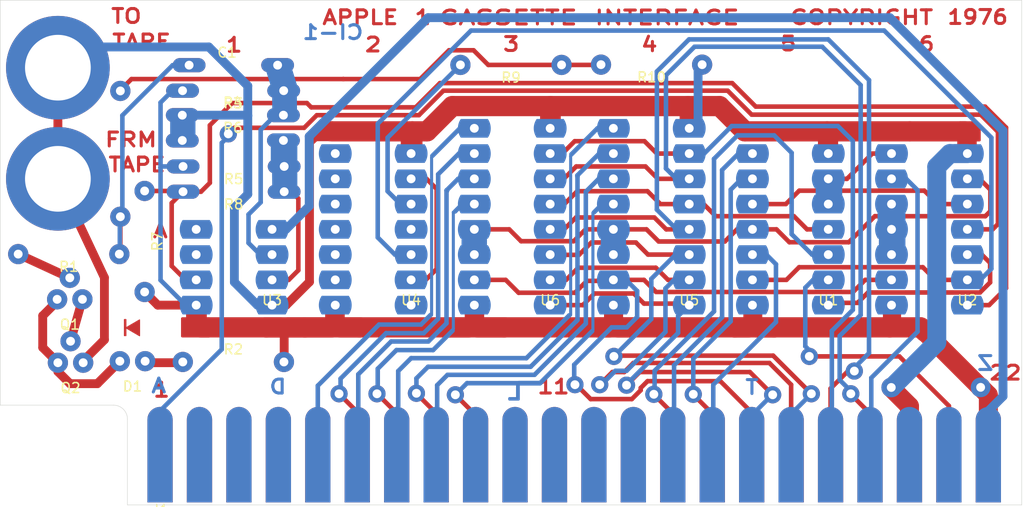
<source format=kicad_pcb>
(kicad_pcb (version 20171130) (host pcbnew 5.1.5-1.fc31)
  (layers (0 F.Cu signal) (31 B.Cu signal) (37 F.SilkS user hide) (38 B.Mask user hide) (39 F.Mask user hide) (44 Edge.Cuts user))
  (net 0 "")
  (net 1 "Net-(C1-Pad2)")
  (net 2 "Net-(C1-Pad1)")
  (net 3 "Net-(D1-Pad1)")
  (net 4 "Net-(D1-Pad2)")
  (net 5 "Net-(Q1-Pad2)")
  (net 6 +5V)
  (net 7 GND)
  (net 8 "Net-(R5-Pad2)")
  (net 9 "Net-(R7-Pad2)")
  (net 10 "Net-(J3-Pad1)")
  (net 11 "Net-(R9-Pad1)")
  (net 12 "Net-(U1-Pad1)")
  (net 13 /A10)
  (net 14 /R)
  (net 15 /A9)
  (net 16 /A11)
  (net 17 "Net-(U1-Pad10)")
  (net 18 /PROM_A0)
  (net 19 /PROM_CS_N)
  (net 20 "Net-(U1-Pad5)")
  (net 21 /A8)
  (net 22 "Net-(U1-Pad13)")
  (net 23 /A0)
  (net 24 "Net-(U2-Pad10)")
  (net 25 /PHI2)
  (net 26 /A7)
  (net 27 "Net-(U3-Pad5)")
  (net 28 "Net-(U3-Pad6)")
  (net 29 -12V)
  (net 30 "Net-(U4-Pad2)")
  (net 31 "Net-(U4-Pad4)")
  (net 32 "Net-(U4-Pad1)")
  (net 33 /A6)
  (net 34 /D3)
  (net 35 /A5)
  (net 36 /D2)
  (net 37 /A4)
  (net 38 /D1)
  (net 39 /A3)
  (net 40 /D0)
  (net 41 /A1)
  (net 42 /A2)
  (net 43 /D4)
  (net 44 /D5)
  (net 45 /D6)
  (net 46 /D7)
  (net 47 "Net-(J1-Pad1)")
  (net 48 "Net-(J1-Pad2)")
  (net 49 "Net-(J1-Pad3)")
  (net 50 "Net-(J1-Pad4)")
  (net 51 "Net-(J1-Pad5)")
  (net 52 "Net-(J1-Pad10)")
  (net 53 "Net-(J1-Pad11)")
  (net 54 "Net-(J1-Pad12)")
  (net 55 "Net-(J1-Pad13)")
  (net 56 "Net-(J1-PadB)")
  (net 57 "Net-(J1-PadC)")
  (net 58 "Net-(J1-PadD)")
  (net 59 "Net-(J1-PadK)")
  (net 60 "Net-(J1-PadL)")
  (net 61 "Net-(J1-PadM)")
  (net 62 "Net-(J1-PadN)")
  (net 63 "Net-(J1-PadP)")
  (net 64 "Net-(J1-PadX)")
  (net 65 "Net-(J1-PadY)")
  (net 66 "Net-(Q1-Pad1)")
  (module local:Jack_audio_3.5mm (layer F.Cu) (at 107.3912 94.1578)
    (fp_text reference J2 (at 0 0.5) (layer F.SilkS))
    (fp_text value audio_jack)
    (pad 1 thru_hole circle (at 6.2738 3.81) (size 2.032 2.032) (drill 0.889) (layers *.Cu *.Mask) (net 1 "Net-(C1-Pad2)"))
    (pad 2 thru_hole circle (at 0 0) (size 10.414 10.414) (drill 6.604) (layers *.Cu *.Mask) (net 7 GND))
  )
  (module local:Jack_audio_3.5mm (layer F.Cu) (at 107.3912 82.9818)
    (fp_text reference J3 (at 0 0.5) (layer F.SilkS))
    (fp_text value audio_jack)
    (pad 1 thru_hole circle (at 6.2738 2.3368) (size 2.032 2.032) (drill 0.889) (layers *.Cu *.Mask) (net 10 "Net-(J3-Pad1)"))
    (pad 2 thru_hole circle (at 0 0) (size 10.414 10.414) (drill 6.604) (layers *.Cu *.Mask) (net 7 GND))
  )
  (module local:APPLE1_EDGE (layer F.Cu) (at 117.6528 126.9492)
    (fp_text reference J1 (at 0 0.5) (layer F.SilkS))
    (fp_text value APPLE1_EDGE)
    (pad Z smd custom (at 83.2104 -4.42) (size 2.54 8.331) (layers B.Cu) (net 29 -12V) (options (clearance outline) (anchor rect)) (primitives (gr_circle (center 0 -4.166) (end 1.27 -4.166) (width 0))))
    (pad Y smd custom (at 79.248 -4.42) (size 2.54 8.331) (layers B.Cu) (net 65 "Net-(J1-PadY)") (options (clearance outline) (anchor rect)) (primitives (gr_circle (center 0 -4.166) (end 1.27 -4.166) (width 0))))
    (pad X smd custom (at 75.2856 -4.42) (size 2.54 8.331) (layers B.Cu) (net 64 "Net-(J1-PadX)") (options (clearance outline) (anchor rect)) (primitives (gr_circle (center 0 -4.166) (end 1.27 -4.166) (width 0))))
    (pad W smd custom (at 71.3232 -4.42) (size 2.54 8.331) (layers B.Cu) (net 23 /A0) (options (clearance outline) (anchor rect)) (primitives (gr_circle (center 0 -4.166) (end 1.27 -4.166) (width 0))))
    (pad V smd custom (at 67.3608 -4.42) (size 2.54 8.331) (layers B.Cu) (net 42 /A2) (options (clearance outline) (anchor rect)) (primitives (gr_circle (center 0 -4.166) (end 1.27 -4.166) (width 0))))
    (pad U smd custom (at 63.3984 -4.42) (size 2.54 8.331) (layers B.Cu) (net 37 /A4) (options (clearance outline) (anchor rect)) (primitives (gr_circle (center 0 -4.166) (end 1.27 -4.166) (width 0))))
    (pad T smd custom (at 59.436 -4.42) (size 2.54 8.331) (layers B.Cu) (net 33 /A6) (options (clearance outline) (anchor rect)) (primitives (gr_circle (center 0 -4.166) (end 1.27 -4.166) (width 0))))
    (pad S smd custom (at 55.4736 -4.42) (size 2.54 8.331) (layers B.Cu) (net 21 /A8) (options (clearance outline) (anchor rect)) (primitives (gr_circle (center 0 -4.166) (end 1.27 -4.166) (width 0))))
    (pad R smd custom (at 51.5112 -4.42) (size 2.54 8.331) (layers B.Cu) (net 13 /A10) (options (clearance outline) (anchor rect)) (primitives (gr_circle (center 0 -4.166) (end 1.27 -4.166) (width 0))))
    (pad P smd custom (at 47.5488 -4.42) (size 2.54 8.331) (layers B.Cu) (net 63 "Net-(J1-PadP)") (options (clearance outline) (anchor rect)) (primitives (gr_circle (center 0 -4.166) (end 1.27 -4.166) (width 0))))
    (pad N smd custom (at 43.5864 -4.42) (size 2.54 8.331) (layers B.Cu) (net 62 "Net-(J1-PadN)") (options (clearance outline) (anchor rect)) (primitives (gr_circle (center 0 -4.166) (end 1.27 -4.166) (width 0))))
    (pad M smd custom (at 39.624 -4.42) (size 2.54 8.331) (layers B.Cu) (net 61 "Net-(J1-PadM)") (options (clearance outline) (anchor rect)) (primitives (gr_circle (center 0 -4.166) (end 1.27 -4.166) (width 0))))
    (pad L smd custom (at 35.6616 -4.42) (size 2.54 8.331) (layers B.Cu) (net 60 "Net-(J1-PadL)") (options (clearance outline) (anchor rect)) (primitives (gr_circle (center 0 -4.166) (end 1.27 -4.166) (width 0))))
    (pad K smd custom (at 31.6992 -4.42) (size 2.54 8.331) (layers B.Cu) (net 59 "Net-(J1-PadK)") (options (clearance outline) (anchor rect)) (primitives (gr_circle (center 0 -4.166) (end 1.27 -4.166) (width 0))))
    (pad J smd custom (at 27.7368 -4.42) (size 2.54 8.331) (layers B.Cu) (net 38 /D1) (options (clearance outline) (anchor rect)) (primitives (gr_circle (center 0 -4.166) (end 1.27 -4.166) (width 0))))
    (pad H smd custom (at 23.7744 -4.42) (size 2.54 8.331) (layers B.Cu) (net 34 /D3) (options (clearance outline) (anchor rect)) (primitives (gr_circle (center 0 -4.166) (end 1.27 -4.166) (width 0))))
    (pad F smd custom (at 19.812 -4.42) (size 2.54 8.331) (layers B.Cu) (net 44 /D5) (options (clearance outline) (anchor rect)) (primitives (gr_circle (center 0 -4.166) (end 1.27 -4.166) (width 0))))
    (pad E smd custom (at 15.8496 -4.42) (size 2.54 8.331) (layers B.Cu) (net 46 /D7) (options (clearance outline) (anchor rect)) (primitives (gr_circle (center 0 -4.166) (end 1.27 -4.166) (width 0))))
    (pad D smd custom (at 11.8872 -4.42) (size 2.54 8.331) (layers B.Cu) (net 58 "Net-(J1-PadD)") (options (clearance outline) (anchor rect)) (primitives (gr_circle (center 0 -4.166) (end 1.27 -4.166) (width 0))))
    (pad C smd custom (at 7.9248 -4.42) (size 2.54 8.331) (layers B.Cu) (net 57 "Net-(J1-PadC)") (options (clearance outline) (anchor rect)) (primitives (gr_circle (center 0 -4.166) (end 1.27 -4.166) (width 0))))
    (pad B smd custom (at 3.9624 -4.42) (size 2.54 8.331) (layers B.Cu) (net 56 "Net-(J1-PadB)") (options (clearance outline) (anchor rect)) (primitives (gr_circle (center 0 -4.166) (end 1.27 -4.166) (width 0))))
    (pad A smd custom (at 0 -4.42) (size 2.54 8.331) (layers B.Cu) (net 25 /PHI2) (options (clearance outline) (anchor rect)) (primitives (gr_circle (center 0 -4.166) (end 1.27 -4.166) (width 0))))
    (pad 22 smd custom (at 83.2104 -4.42) (size 2.54 8.331) (layers F.Cu) (net 6 +5V) (options (clearance outline) (anchor rect)) (primitives (gr_circle (center 0 -4.166) (end 1.27 -4.166) (width 0))))
    (pad 21 smd custom (at 79.248 -4.42) (size 2.54 8.331) (layers F.Cu) (net 14 /R) (options (clearance outline) (anchor rect)) (primitives (gr_circle (center 0 -4.166) (end 1.27 -4.166) (width 0))))
    (pad 20 smd custom (at 75.2856 -4.42) (size 2.54 8.331) (layers F.Cu) (net 7 GND) (options (clearance outline) (anchor rect)) (primitives (gr_circle (center 0 -4.166) (end 1.27 -4.166) (width 0))))
    (pad 19 smd custom (at 71.3232 -4.42) (size 2.54 8.331) (layers F.Cu) (net 41 /A1) (options (clearance outline) (anchor rect)) (primitives (gr_circle (center 0 -4.166) (end 1.27 -4.166) (width 0))))
    (pad 18 smd custom (at 67.3608 -4.42) (size 2.54 8.331) (layers F.Cu) (net 39 /A3) (options (clearance outline) (anchor rect)) (primitives (gr_circle (center 0 -4.166) (end 1.27 -4.166) (width 0))))
    (pad 17 smd custom (at 63.3984 -4.42) (size 2.54 8.331) (layers F.Cu) (net 35 /A5) (options (clearance outline) (anchor rect)) (primitives (gr_circle (center 0 -4.166) (end 1.27 -4.166) (width 0))))
    (pad 16 smd custom (at 59.436 -4.42) (size 2.54 8.331) (layers F.Cu) (net 26 /A7) (options (clearance outline) (anchor rect)) (primitives (gr_circle (center 0 -4.166) (end 1.27 -4.166) (width 0))))
    (pad 15 smd custom (at 55.4736 -4.42) (size 2.54 8.331) (layers F.Cu) (net 15 /A9) (options (clearance outline) (anchor rect)) (primitives (gr_circle (center 0 -4.166) (end 1.27 -4.166) (width 0))))
    (pad 14 smd custom (at 51.5112 -4.42) (size 2.54 8.331) (layers F.Cu) (net 16 /A11) (options (clearance outline) (anchor rect)) (primitives (gr_circle (center 0 -4.166) (end 1.27 -4.166) (width 0))))
    (pad 13 smd custom (at 47.5488 -4.42) (size 2.54 8.331) (layers F.Cu) (net 55 "Net-(J1-Pad13)") (options (clearance outline) (anchor rect)) (primitives (gr_circle (center 0 -4.166) (end 1.27 -4.166) (width 0))))
    (pad 12 smd custom (at 43.5864 -4.42) (size 2.54 8.331) (layers F.Cu) (net 54 "Net-(J1-Pad12)") (options (clearance outline) (anchor rect)) (primitives (gr_circle (center 0 -4.166) (end 1.27 -4.166) (width 0))))
    (pad 11 smd custom (at 39.624 -4.42) (size 2.54 8.331) (layers F.Cu) (net 53 "Net-(J1-Pad11)") (options (clearance outline) (anchor rect)) (primitives (gr_circle (center 0 -4.166) (end 1.27 -4.166) (width 0))))
    (pad 10 smd custom (at 35.6616 -4.42) (size 2.54 8.331) (layers F.Cu) (net 52 "Net-(J1-Pad10)") (options (clearance outline) (anchor rect)) (primitives (gr_circle (center 0 -4.166) (end 1.27 -4.166) (width 0))))
    (pad 9 smd custom (at 31.6992 -4.42) (size 2.54 8.331) (layers F.Cu) (net 40 /D0) (options (clearance outline) (anchor rect)) (primitives (gr_circle (center 0 -4.166) (end 1.27 -4.166) (width 0))))
    (pad 8 smd custom (at 27.7368 -4.42) (size 2.54 8.331) (layers F.Cu) (net 36 /D2) (options (clearance outline) (anchor rect)) (primitives (gr_circle (center 0 -4.166) (end 1.27 -4.166) (width 0))))
    (pad 7 smd custom (at 23.7744 -4.42) (size 2.54 8.331) (layers F.Cu) (net 43 /D4) (options (clearance outline) (anchor rect)) (primitives (gr_circle (center 0 -4.166) (end 1.27 -4.166) (width 0))))
    (pad 6 smd custom (at 19.812 -4.42) (size 2.54 8.331) (layers F.Cu) (net 45 /D6) (options (clearance outline) (anchor rect)) (primitives (gr_circle (center 0 -4.166) (end 1.27 -4.166) (width 0))))
    (pad 5 smd custom (at 15.8496 -4.42) (size 2.54 8.331) (layers F.Cu) (net 51 "Net-(J1-Pad5)") (options (clearance outline) (anchor rect)) (primitives (gr_circle (center 0 -4.166) (end 1.27 -4.166) (width 0))))
    (pad 4 smd custom (at 11.8872 -4.42) (size 2.54 8.331) (layers F.Cu) (net 50 "Net-(J1-Pad4)") (options (clearance outline) (anchor rect)) (primitives (gr_circle (center 0 -4.166) (end 1.27 -4.166) (width 0))))
    (pad 3 smd custom (at 7.9248 -4.42) (size 2.54 8.331) (layers F.Cu) (net 49 "Net-(J1-Pad3)") (options (clearance outline) (anchor rect)) (primitives (gr_circle (center 0 -4.166) (end 1.27 -4.166) (width 0))))
    (pad 2 smd custom (at 3.9624 -4.42) (size 2.54 8.331) (layers F.Cu) (net 48 "Net-(J1-Pad2)") (options (clearance outline) (anchor rect)) (primitives (gr_circle (center 0 -4.166) (end 1.27 -4.166) (width 0))))
    (pad 1 smd custom (at 0 -4.42) (size 2.54 8.331) (layers F.Cu) (net 47 "Net-(J1-Pad1)") (options (clearance outline) (anchor rect)) (primitives (gr_circle (center 0 -4.166) (end 1.27 -4.166) (width 0))))
  )
  (module local:DIP14 (layer F.Cu) (at 184.785 106.8578 180)
    (fp_text reference U1 (at 0 0.5) (layer F.SilkS))
    (fp_text value 74LS02)
    (pad 14 smd custom (at 7.62 0 180) (size 2.5 1.6) (layers B.Cu B.Mask) (net 6 +5V) (options (clearance outline) (anchor rect)) (primitives (gr_poly (pts (xy -1.3574 -0.9398) (xy -1.4118 -0.8559) (xy -1.461 -0.7689) (xy -1.5049 -0.6791) (xy -1.5432 -0.5868) (xy -1.5759 -0.4923) (xy -1.6028 -0.396) (xy -1.6238 -0.2983) (xy -1.6389 -0.1995) (xy -1.648 -0.0999) (xy -1.651 0) (xy -1.648 0.0999) (xy -1.6389 0.1995) (xy -1.6238 0.2983) (xy -1.6028 0.396) (xy -1.5759 0.4923) (xy -1.5432 0.5868) (xy -1.5049 0.6791) (xy -1.461 0.7689) (xy -1.4118 0.8559) (xy -1.3574 0.9398) (xy 1.3574 0.9398) (xy 1.4118 0.8559) (xy 1.461 0.7689) (xy 1.5049 0.6791) (xy 1.5432 0.5868) (xy 1.5759 0.4923) (xy 1.6028 0.396) (xy 1.6238 0.2983) (xy 1.6389 0.1995) (xy 1.648 0.0999) (xy 1.651 0) (xy 1.648 -0.0999) (xy 1.6389 -0.1995) (xy 1.6238 -0.2983) (xy 1.6028 -0.396) (xy 1.5759 -0.4923) (xy 1.5432 -0.5868) (xy 1.5049 -0.6791) (xy 1.461 -0.7689) (xy 1.4118 -0.8559) (xy 1.3574 -0.9398)) (width 0))))
    (pad 14 thru_hole custom (at 7.62 0 180) (size 1.8288 1.3208) (drill 0.889) (layers *.Cu F.Mask) (net 6 +5V) (options (clearance outline) (anchor rect)) (primitives (gr_circle (center -0.9144 0) (end -0.254 0) (width 0)) (gr_circle (center 0.9144 0) (end 1.5748 0) (width 0))))
    (pad 13 smd custom (at 7.62 2.54 180) (size 2.5 1.6) (layers B.Cu B.Mask) (net 22 "Net-(U1-Pad13)") (options (clearance outline) (anchor rect)) (primitives (gr_poly (pts (xy -1.3574 -0.9398) (xy -1.4118 -0.8559) (xy -1.461 -0.7689) (xy -1.5049 -0.6791) (xy -1.5432 -0.5868) (xy -1.5759 -0.4923) (xy -1.6028 -0.396) (xy -1.6238 -0.2983) (xy -1.6389 -0.1995) (xy -1.648 -0.0999) (xy -1.651 0) (xy -1.648 0.0999) (xy -1.6389 0.1995) (xy -1.6238 0.2983) (xy -1.6028 0.396) (xy -1.5759 0.4923) (xy -1.5432 0.5868) (xy -1.5049 0.6791) (xy -1.461 0.7689) (xy -1.4118 0.8559) (xy -1.3574 0.9398) (xy 1.3574 0.9398) (xy 1.4118 0.8559) (xy 1.461 0.7689) (xy 1.5049 0.6791) (xy 1.5432 0.5868) (xy 1.5759 0.4923) (xy 1.6028 0.396) (xy 1.6238 0.2983) (xy 1.6389 0.1995) (xy 1.648 0.0999) (xy 1.651 0) (xy 1.648 -0.0999) (xy 1.6389 -0.1995) (xy 1.6238 -0.2983) (xy 1.6028 -0.396) (xy 1.5759 -0.4923) (xy 1.5432 -0.5868) (xy 1.5049 -0.6791) (xy 1.461 -0.7689) (xy 1.4118 -0.8559) (xy 1.3574 -0.9398)) (width 0))))
    (pad 13 thru_hole custom (at 7.62 2.54 180) (size 1.8288 1.3208) (drill 0.889) (layers *.Cu F.Mask) (net 22 "Net-(U1-Pad13)") (options (clearance outline) (anchor rect)) (primitives (gr_circle (center -0.9144 0) (end -0.254 0) (width 0)) (gr_circle (center 0.9144 0) (end 1.5748 0) (width 0))))
    (pad 12 smd custom (at 7.62 5.08 180) (size 2.5 1.6) (layers B.Cu B.Mask) (net 21 /A8) (options (clearance outline) (anchor rect)) (primitives (gr_poly (pts (xy -1.3574 -0.9398) (xy -1.4118 -0.8559) (xy -1.461 -0.7689) (xy -1.5049 -0.6791) (xy -1.5432 -0.5868) (xy -1.5759 -0.4923) (xy -1.6028 -0.396) (xy -1.6238 -0.2983) (xy -1.6389 -0.1995) (xy -1.648 -0.0999) (xy -1.651 0) (xy -1.648 0.0999) (xy -1.6389 0.1995) (xy -1.6238 0.2983) (xy -1.6028 0.396) (xy -1.5759 0.4923) (xy -1.5432 0.5868) (xy -1.5049 0.6791) (xy -1.461 0.7689) (xy -1.4118 0.8559) (xy -1.3574 0.9398) (xy 1.3574 0.9398) (xy 1.4118 0.8559) (xy 1.461 0.7689) (xy 1.5049 0.6791) (xy 1.5432 0.5868) (xy 1.5759 0.4923) (xy 1.6028 0.396) (xy 1.6238 0.2983) (xy 1.6389 0.1995) (xy 1.648 0.0999) (xy 1.651 0) (xy 1.648 -0.0999) (xy 1.6389 -0.1995) (xy 1.6238 -0.2983) (xy 1.6028 -0.396) (xy 1.5759 -0.4923) (xy 1.5432 -0.5868) (xy 1.5049 -0.6791) (xy 1.461 -0.7689) (xy 1.4118 -0.8559) (xy 1.3574 -0.9398)) (width 0))))
    (pad 12 thru_hole custom (at 7.62 5.08 180) (size 1.8288 1.3208) (drill 0.889) (layers *.Cu F.Mask) (net 21 /A8) (options (clearance outline) (anchor rect)) (primitives (gr_circle (center -0.9144 0) (end -0.254 0) (width 0)) (gr_circle (center 0.9144 0) (end 1.5748 0) (width 0))))
    (pad 11 smd custom (at 7.62 7.62 180) (size 2.5 1.6) (layers B.Cu B.Mask) (net 19 /PROM_CS_N) (options (clearance outline) (anchor rect)) (primitives (gr_poly (pts (xy -1.3574 -0.9398) (xy -1.4118 -0.8559) (xy -1.461 -0.7689) (xy -1.5049 -0.6791) (xy -1.5432 -0.5868) (xy -1.5759 -0.4923) (xy -1.6028 -0.396) (xy -1.6238 -0.2983) (xy -1.6389 -0.1995) (xy -1.648 -0.0999) (xy -1.651 0) (xy -1.648 0.0999) (xy -1.6389 0.1995) (xy -1.6238 0.2983) (xy -1.6028 0.396) (xy -1.5759 0.4923) (xy -1.5432 0.5868) (xy -1.5049 0.6791) (xy -1.461 0.7689) (xy -1.4118 0.8559) (xy -1.3574 0.9398) (xy 1.3574 0.9398) (xy 1.4118 0.8559) (xy 1.461 0.7689) (xy 1.5049 0.6791) (xy 1.5432 0.5868) (xy 1.5759 0.4923) (xy 1.6028 0.396) (xy 1.6238 0.2983) (xy 1.6389 0.1995) (xy 1.648 0.0999) (xy 1.651 0) (xy 1.648 -0.0999) (xy 1.6389 -0.1995) (xy 1.6238 -0.2983) (xy 1.6028 -0.396) (xy 1.5759 -0.4923) (xy 1.5432 -0.5868) (xy 1.5049 -0.6791) (xy 1.461 -0.7689) (xy 1.4118 -0.8559) (xy 1.3574 -0.9398)) (width 0))))
    (pad 11 thru_hole custom (at 7.62 7.62 180) (size 1.8288 1.3208) (drill 0.889) (layers *.Cu F.Mask) (net 19 /PROM_CS_N) (options (clearance outline) (anchor rect)) (primitives (gr_circle (center -0.9144 0) (end -0.254 0) (width 0)) (gr_circle (center 0.9144 0) (end 1.5748 0) (width 0))))
    (pad 10 smd custom (at 7.62 10.16 180) (size 2.5 1.6) (layers B.Cu B.Mask) (net 17 "Net-(U1-Pad10)") (options (clearance outline) (anchor rect)) (primitives (gr_poly (pts (xy -1.3574 -0.9398) (xy -1.4118 -0.8559) (xy -1.461 -0.7689) (xy -1.5049 -0.6791) (xy -1.5432 -0.5868) (xy -1.5759 -0.4923) (xy -1.6028 -0.396) (xy -1.6238 -0.2983) (xy -1.6389 -0.1995) (xy -1.648 -0.0999) (xy -1.651 0) (xy -1.648 0.0999) (xy -1.6389 0.1995) (xy -1.6238 0.2983) (xy -1.6028 0.396) (xy -1.5759 0.4923) (xy -1.5432 0.5868) (xy -1.5049 0.6791) (xy -1.461 0.7689) (xy -1.4118 0.8559) (xy -1.3574 0.9398) (xy 1.3574 0.9398) (xy 1.4118 0.8559) (xy 1.461 0.7689) (xy 1.5049 0.6791) (xy 1.5432 0.5868) (xy 1.5759 0.4923) (xy 1.6028 0.396) (xy 1.6238 0.2983) (xy 1.6389 0.1995) (xy 1.648 0.0999) (xy 1.651 0) (xy 1.648 -0.0999) (xy 1.6389 -0.1995) (xy 1.6238 -0.2983) (xy 1.6028 -0.396) (xy 1.5759 -0.4923) (xy 1.5432 -0.5868) (xy 1.5049 -0.6791) (xy 1.461 -0.7689) (xy 1.4118 -0.8559) (xy 1.3574 -0.9398)) (width 0))))
    (pad 10 thru_hole custom (at 7.62 10.16 180) (size 1.8288 1.3208) (drill 0.889) (layers *.Cu F.Mask) (net 17 "Net-(U1-Pad10)") (options (clearance outline) (anchor rect)) (primitives (gr_circle (center -0.9144 0) (end -0.254 0) (width 0)) (gr_circle (center 0.9144 0) (end 1.5748 0) (width 0))))
    (pad 9 smd custom (at 7.62 12.7 180) (size 2.5 1.6) (layers B.Cu B.Mask) (net 15 /A9) (options (clearance outline) (anchor rect)) (primitives (gr_poly (pts (xy -1.3574 -0.9398) (xy -1.4118 -0.8559) (xy -1.461 -0.7689) (xy -1.5049 -0.6791) (xy -1.5432 -0.5868) (xy -1.5759 -0.4923) (xy -1.6028 -0.396) (xy -1.6238 -0.2983) (xy -1.6389 -0.1995) (xy -1.648 -0.0999) (xy -1.651 0) (xy -1.648 0.0999) (xy -1.6389 0.1995) (xy -1.6238 0.2983) (xy -1.6028 0.396) (xy -1.5759 0.4923) (xy -1.5432 0.5868) (xy -1.5049 0.6791) (xy -1.461 0.7689) (xy -1.4118 0.8559) (xy -1.3574 0.9398) (xy 1.3574 0.9398) (xy 1.4118 0.8559) (xy 1.461 0.7689) (xy 1.5049 0.6791) (xy 1.5432 0.5868) (xy 1.5759 0.4923) (xy 1.6028 0.396) (xy 1.6238 0.2983) (xy 1.6389 0.1995) (xy 1.648 0.0999) (xy 1.651 0) (xy 1.648 -0.0999) (xy 1.6389 -0.1995) (xy 1.6238 -0.2983) (xy 1.6028 -0.396) (xy 1.5759 -0.4923) (xy 1.5432 -0.5868) (xy 1.5049 -0.6791) (xy 1.461 -0.7689) (xy 1.4118 -0.8559) (xy 1.3574 -0.9398)) (width 0))))
    (pad 9 thru_hole custom (at 7.62 12.7 180) (size 1.8288 1.3208) (drill 0.889) (layers *.Cu F.Mask) (net 15 /A9) (options (clearance outline) (anchor rect)) (primitives (gr_circle (center -0.9144 0) (end -0.254 0) (width 0)) (gr_circle (center 0.9144 0) (end 1.5748 0) (width 0))))
    (pad 8 smd custom (at 7.62 15.24 180) (size 2.5 1.6) (layers B.Cu B.Mask) (net 13 /A10) (options (clearance outline) (anchor rect)) (primitives (gr_poly (pts (xy -1.3574 -0.9398) (xy -1.4118 -0.8559) (xy -1.461 -0.7689) (xy -1.5049 -0.6791) (xy -1.5432 -0.5868) (xy -1.5759 -0.4923) (xy -1.6028 -0.396) (xy -1.6238 -0.2983) (xy -1.6389 -0.1995) (xy -1.648 -0.0999) (xy -1.651 0) (xy -1.648 0.0999) (xy -1.6389 0.1995) (xy -1.6238 0.2983) (xy -1.6028 0.396) (xy -1.5759 0.4923) (xy -1.5432 0.5868) (xy -1.5049 0.6791) (xy -1.461 0.7689) (xy -1.4118 0.8559) (xy -1.3574 0.9398) (xy 1.3574 0.9398) (xy 1.4118 0.8559) (xy 1.461 0.7689) (xy 1.5049 0.6791) (xy 1.5432 0.5868) (xy 1.5759 0.4923) (xy 1.6028 0.396) (xy 1.6238 0.2983) (xy 1.6389 0.1995) (xy 1.648 0.0999) (xy 1.651 0) (xy 1.648 -0.0999) (xy 1.6389 -0.1995) (xy 1.6238 -0.2983) (xy 1.6028 -0.396) (xy 1.5759 -0.4923) (xy 1.5432 -0.5868) (xy 1.5049 -0.6791) (xy 1.461 -0.7689) (xy 1.4118 -0.8559) (xy 1.3574 -0.9398)) (width 0))))
    (pad 8 thru_hole custom (at 7.62 15.24 180) (size 1.8288 1.3208) (drill 0.889) (layers *.Cu F.Mask) (net 13 /A10) (options (clearance outline) (anchor rect)) (primitives (gr_circle (center -0.9144 0) (end -0.254 0) (width 0)) (gr_circle (center 0.9144 0) (end 1.5748 0) (width 0))))
    (pad 7 smd custom (at 0 15.24 180) (size 2.5 1.6) (layers B.Cu B.Mask) (net 7 GND) (options (clearance outline) (anchor rect)) (primitives (gr_poly (pts (xy -1.3574 -0.9398) (xy -1.4118 -0.8559) (xy -1.461 -0.7689) (xy -1.5049 -0.6791) (xy -1.5432 -0.5868) (xy -1.5759 -0.4923) (xy -1.6028 -0.396) (xy -1.6238 -0.2983) (xy -1.6389 -0.1995) (xy -1.648 -0.0999) (xy -1.651 0) (xy -1.648 0.0999) (xy -1.6389 0.1995) (xy -1.6238 0.2983) (xy -1.6028 0.396) (xy -1.5759 0.4923) (xy -1.5432 0.5868) (xy -1.5049 0.6791) (xy -1.461 0.7689) (xy -1.4118 0.8559) (xy -1.3574 0.9398) (xy 1.3574 0.9398) (xy 1.4118 0.8559) (xy 1.461 0.7689) (xy 1.5049 0.6791) (xy 1.5432 0.5868) (xy 1.5759 0.4923) (xy 1.6028 0.396) (xy 1.6238 0.2983) (xy 1.6389 0.1995) (xy 1.648 0.0999) (xy 1.651 0) (xy 1.648 -0.0999) (xy 1.6389 -0.1995) (xy 1.6238 -0.2983) (xy 1.6028 -0.396) (xy 1.5759 -0.4923) (xy 1.5432 -0.5868) (xy 1.5049 -0.6791) (xy 1.461 -0.7689) (xy 1.4118 -0.8559) (xy 1.3574 -0.9398)) (width 0))))
    (pad 7 thru_hole custom (at 0 15.24 180) (size 1.8288 1.3208) (drill 0.889) (layers *.Cu F.Mask) (net 7 GND) (options (clearance outline) (anchor rect)) (primitives (gr_circle (center -0.9144 0) (end -0.254 0) (width 0)) (gr_circle (center 0.9144 0) (end 1.5748 0) (width 0))))
    (pad 6 smd custom (at 0 12.7 180) (size 2.5 1.6) (layers B.Cu B.Mask) (net 20 "Net-(U1-Pad5)") (options (clearance outline) (anchor rect)) (primitives (gr_poly (pts (xy -1.3574 -0.9398) (xy -1.4118 -0.8559) (xy -1.461 -0.7689) (xy -1.5049 -0.6791) (xy -1.5432 -0.5868) (xy -1.5759 -0.4923) (xy -1.6028 -0.396) (xy -1.6238 -0.2983) (xy -1.6389 -0.1995) (xy -1.648 -0.0999) (xy -1.651 0) (xy -1.648 0.0999) (xy -1.6389 0.1995) (xy -1.6238 0.2983) (xy -1.6028 0.396) (xy -1.5759 0.4923) (xy -1.5432 0.5868) (xy -1.5049 0.6791) (xy -1.461 0.7689) (xy -1.4118 0.8559) (xy -1.3574 0.9398) (xy 1.3574 0.9398) (xy 1.4118 0.8559) (xy 1.461 0.7689) (xy 1.5049 0.6791) (xy 1.5432 0.5868) (xy 1.5759 0.4923) (xy 1.6028 0.396) (xy 1.6238 0.2983) (xy 1.6389 0.1995) (xy 1.648 0.0999) (xy 1.651 0) (xy 1.648 -0.0999) (xy 1.6389 -0.1995) (xy 1.6238 -0.2983) (xy 1.6028 -0.396) (xy 1.5759 -0.4923) (xy 1.5432 -0.5868) (xy 1.5049 -0.6791) (xy 1.461 -0.7689) (xy 1.4118 -0.8559) (xy 1.3574 -0.9398)) (width 0))))
    (pad 6 thru_hole custom (at 0 12.7 180) (size 1.8288 1.3208) (drill 0.889) (layers *.Cu F.Mask) (net 20 "Net-(U1-Pad5)") (options (clearance outline) (anchor rect)) (primitives (gr_circle (center -0.9144 0) (end -0.254 0) (width 0)) (gr_circle (center 0.9144 0) (end 1.5748 0) (width 0))))
    (pad 5 smd custom (at 0 10.16 180) (size 2.5 1.6) (layers B.Cu B.Mask) (net 20 "Net-(U1-Pad5)") (options (clearance outline) (anchor rect)) (primitives (gr_poly (pts (xy -1.3574 -0.9398) (xy -1.4118 -0.8559) (xy -1.461 -0.7689) (xy -1.5049 -0.6791) (xy -1.5432 -0.5868) (xy -1.5759 -0.4923) (xy -1.6028 -0.396) (xy -1.6238 -0.2983) (xy -1.6389 -0.1995) (xy -1.648 -0.0999) (xy -1.651 0) (xy -1.648 0.0999) (xy -1.6389 0.1995) (xy -1.6238 0.2983) (xy -1.6028 0.396) (xy -1.5759 0.4923) (xy -1.5432 0.5868) (xy -1.5049 0.6791) (xy -1.461 0.7689) (xy -1.4118 0.8559) (xy -1.3574 0.9398) (xy 1.3574 0.9398) (xy 1.4118 0.8559) (xy 1.461 0.7689) (xy 1.5049 0.6791) (xy 1.5432 0.5868) (xy 1.5759 0.4923) (xy 1.6028 0.396) (xy 1.6238 0.2983) (xy 1.6389 0.1995) (xy 1.648 0.0999) (xy 1.651 0) (xy 1.648 -0.0999) (xy 1.6389 -0.1995) (xy 1.6238 -0.2983) (xy 1.6028 -0.396) (xy 1.5759 -0.4923) (xy 1.5432 -0.5868) (xy 1.5049 -0.6791) (xy 1.461 -0.7689) (xy 1.4118 -0.8559) (xy 1.3574 -0.9398)) (width 0))))
    (pad 5 thru_hole custom (at 0 10.16 180) (size 1.8288 1.3208) (drill 0.889) (layers *.Cu F.Mask) (net 20 "Net-(U1-Pad5)") (options (clearance outline) (anchor rect)) (primitives (gr_circle (center -0.9144 0) (end -0.254 0) (width 0)) (gr_circle (center 0.9144 0) (end 1.5748 0) (width 0))))
    (pad 4 smd custom (at 0 7.62 180) (size 2.5 1.6) (layers B.Cu B.Mask) (net 18 /PROM_A0) (options (clearance outline) (anchor rect)) (primitives (gr_poly (pts (xy -1.3574 -0.9398) (xy -1.4118 -0.8559) (xy -1.461 -0.7689) (xy -1.5049 -0.6791) (xy -1.5432 -0.5868) (xy -1.5759 -0.4923) (xy -1.6028 -0.396) (xy -1.6238 -0.2983) (xy -1.6389 -0.1995) (xy -1.648 -0.0999) (xy -1.651 0) (xy -1.648 0.0999) (xy -1.6389 0.1995) (xy -1.6238 0.2983) (xy -1.6028 0.396) (xy -1.5759 0.4923) (xy -1.5432 0.5868) (xy -1.5049 0.6791) (xy -1.461 0.7689) (xy -1.4118 0.8559) (xy -1.3574 0.9398) (xy 1.3574 0.9398) (xy 1.4118 0.8559) (xy 1.461 0.7689) (xy 1.5049 0.6791) (xy 1.5432 0.5868) (xy 1.5759 0.4923) (xy 1.6028 0.396) (xy 1.6238 0.2983) (xy 1.6389 0.1995) (xy 1.648 0.0999) (xy 1.651 0) (xy 1.648 -0.0999) (xy 1.6389 -0.1995) (xy 1.6238 -0.2983) (xy 1.6028 -0.396) (xy 1.5759 -0.4923) (xy 1.5432 -0.5868) (xy 1.5049 -0.6791) (xy 1.461 -0.7689) (xy 1.4118 -0.8559) (xy 1.3574 -0.9398)) (width 0))))
    (pad 4 thru_hole custom (at 0 7.62 180) (size 1.8288 1.3208) (drill 0.889) (layers *.Cu F.Mask) (net 18 /PROM_A0) (options (clearance outline) (anchor rect)) (primitives (gr_circle (center -0.9144 0) (end -0.254 0) (width 0)) (gr_circle (center 0.9144 0) (end 1.5748 0) (width 0))))
    (pad 3 smd custom (at 0 5.08 180) (size 2.5 1.6) (layers B.Cu B.Mask) (net 16 /A11) (options (clearance outline) (anchor rect)) (primitives (gr_poly (pts (xy -1.3574 -0.9398) (xy -1.4118 -0.8559) (xy -1.461 -0.7689) (xy -1.5049 -0.6791) (xy -1.5432 -0.5868) (xy -1.5759 -0.4923) (xy -1.6028 -0.396) (xy -1.6238 -0.2983) (xy -1.6389 -0.1995) (xy -1.648 -0.0999) (xy -1.651 0) (xy -1.648 0.0999) (xy -1.6389 0.1995) (xy -1.6238 0.2983) (xy -1.6028 0.396) (xy -1.5759 0.4923) (xy -1.5432 0.5868) (xy -1.5049 0.6791) (xy -1.461 0.7689) (xy -1.4118 0.8559) (xy -1.3574 0.9398) (xy 1.3574 0.9398) (xy 1.4118 0.8559) (xy 1.461 0.7689) (xy 1.5049 0.6791) (xy 1.5432 0.5868) (xy 1.5759 0.4923) (xy 1.6028 0.396) (xy 1.6238 0.2983) (xy 1.6389 0.1995) (xy 1.648 0.0999) (xy 1.651 0) (xy 1.648 -0.0999) (xy 1.6389 -0.1995) (xy 1.6238 -0.2983) (xy 1.6028 -0.396) (xy 1.5759 -0.4923) (xy 1.5432 -0.5868) (xy 1.5049 -0.6791) (xy 1.461 -0.7689) (xy 1.4118 -0.8559) (xy 1.3574 -0.9398)) (width 0))))
    (pad 3 thru_hole custom (at 0 5.08 180) (size 1.8288 1.3208) (drill 0.889) (layers *.Cu F.Mask) (net 16 /A11) (options (clearance outline) (anchor rect)) (primitives (gr_circle (center -0.9144 0) (end -0.254 0) (width 0)) (gr_circle (center 0.9144 0) (end 1.5748 0) (width 0))))
    (pad 2 smd custom (at 0 2.54 180) (size 2.5 1.6) (layers B.Cu B.Mask) (net 14 /R) (options (clearance outline) (anchor rect)) (primitives (gr_poly (pts (xy -1.3574 -0.9398) (xy -1.4118 -0.8559) (xy -1.461 -0.7689) (xy -1.5049 -0.6791) (xy -1.5432 -0.5868) (xy -1.5759 -0.4923) (xy -1.6028 -0.396) (xy -1.6238 -0.2983) (xy -1.6389 -0.1995) (xy -1.648 -0.0999) (xy -1.651 0) (xy -1.648 0.0999) (xy -1.6389 0.1995) (xy -1.6238 0.2983) (xy -1.6028 0.396) (xy -1.5759 0.4923) (xy -1.5432 0.5868) (xy -1.5049 0.6791) (xy -1.461 0.7689) (xy -1.4118 0.8559) (xy -1.3574 0.9398) (xy 1.3574 0.9398) (xy 1.4118 0.8559) (xy 1.461 0.7689) (xy 1.5049 0.6791) (xy 1.5432 0.5868) (xy 1.5759 0.4923) (xy 1.6028 0.396) (xy 1.6238 0.2983) (xy 1.6389 0.1995) (xy 1.648 0.0999) (xy 1.651 0) (xy 1.648 -0.0999) (xy 1.6389 -0.1995) (xy 1.6238 -0.2983) (xy 1.6028 -0.396) (xy 1.5759 -0.4923) (xy 1.5432 -0.5868) (xy 1.5049 -0.6791) (xy 1.461 -0.7689) (xy 1.4118 -0.8559) (xy 1.3574 -0.9398)) (width 0))))
    (pad 2 thru_hole custom (at 0 2.54 180) (size 1.8288 1.3208) (drill 0.889) (layers *.Cu F.Mask) (net 14 /R) (options (clearance outline) (anchor rect)) (primitives (gr_circle (center -0.9144 0) (end -0.254 0) (width 0)) (gr_circle (center 0.9144 0) (end 1.5748 0) (width 0))))
    (pad 1 smd custom (at 0 0 180) (size 2.5 1.6) (layers B.Cu B.Mask) (net 12 "Net-(U1-Pad1)") (options (clearance outline) (anchor rect)) (primitives (gr_poly (pts (xy -1.3574 -0.9398) (xy -1.4118 -0.8559) (xy -1.461 -0.7689) (xy -1.5049 -0.6791) (xy -1.5432 -0.5868) (xy -1.5759 -0.4923) (xy -1.6028 -0.396) (xy -1.6238 -0.2983) (xy -1.6389 -0.1995) (xy -1.648 -0.0999) (xy -1.651 0) (xy -1.648 0.0999) (xy -1.6389 0.1995) (xy -1.6238 0.2983) (xy -1.6028 0.396) (xy -1.5759 0.4923) (xy -1.5432 0.5868) (xy -1.5049 0.6791) (xy -1.461 0.7689) (xy -1.4118 0.8559) (xy -1.3574 0.9398) (xy 1.3574 0.9398) (xy 1.4118 0.8559) (xy 1.461 0.7689) (xy 1.5049 0.6791) (xy 1.5432 0.5868) (xy 1.5759 0.4923) (xy 1.6028 0.396) (xy 1.6238 0.2983) (xy 1.6389 0.1995) (xy 1.648 0.0999) (xy 1.651 0) (xy 1.648 -0.0999) (xy 1.6389 -0.1995) (xy 1.6238 -0.2983) (xy 1.6028 -0.396) (xy 1.5759 -0.4923) (xy 1.5432 -0.5868) (xy 1.5049 -0.6791) (xy 1.461 -0.7689) (xy 1.4118 -0.8559) (xy 1.3574 -0.9398)) (width 0))))
    (pad 1 thru_hole custom (at 0 0 180) (size 1.8288 1.3208) (drill 0.889) (layers *.Cu F.Mask) (net 12 "Net-(U1-Pad1)") (options (clearance outline) (anchor rect)) (primitives (gr_circle (center -0.9144 0) (end -0.254 0) (width 0)) (gr_circle (center 0.9144 0) (end 1.5748 0) (width 0))))
  )
  (module local:DIP14 (layer F.Cu) (at 198.755 106.8578 180)
    (fp_text reference U2 (at 0 0.5) (layer F.SilkS))
    (fp_text value 74LS10)
    (pad 14 smd custom (at 7.62 0 180) (size 2.5 1.6) (layers B.Cu B.Mask) (net 6 +5V) (options (clearance outline) (anchor rect)) (primitives (gr_poly (pts (xy -1.3574 -0.9398) (xy -1.4118 -0.8559) (xy -1.461 -0.7689) (xy -1.5049 -0.6791) (xy -1.5432 -0.5868) (xy -1.5759 -0.4923) (xy -1.6028 -0.396) (xy -1.6238 -0.2983) (xy -1.6389 -0.1995) (xy -1.648 -0.0999) (xy -1.651 0) (xy -1.648 0.0999) (xy -1.6389 0.1995) (xy -1.6238 0.2983) (xy -1.6028 0.396) (xy -1.5759 0.4923) (xy -1.5432 0.5868) (xy -1.5049 0.6791) (xy -1.461 0.7689) (xy -1.4118 0.8559) (xy -1.3574 0.9398) (xy 1.3574 0.9398) (xy 1.4118 0.8559) (xy 1.461 0.7689) (xy 1.5049 0.6791) (xy 1.5432 0.5868) (xy 1.5759 0.4923) (xy 1.6028 0.396) (xy 1.6238 0.2983) (xy 1.6389 0.1995) (xy 1.648 0.0999) (xy 1.651 0) (xy 1.648 -0.0999) (xy 1.6389 -0.1995) (xy 1.6238 -0.2983) (xy 1.6028 -0.396) (xy 1.5759 -0.4923) (xy 1.5432 -0.5868) (xy 1.5049 -0.6791) (xy 1.461 -0.7689) (xy 1.4118 -0.8559) (xy 1.3574 -0.9398)) (width 0))))
    (pad 14 thru_hole custom (at 7.62 0 180) (size 1.8288 1.3208) (drill 0.889) (layers *.Cu F.Mask) (net 6 +5V) (options (clearance outline) (anchor rect)) (primitives (gr_circle (center -0.9144 0) (end -0.254 0) (width 0)) (gr_circle (center 0.9144 0) (end 1.5748 0) (width 0))))
    (pad 13 smd custom (at 7.62 2.54 180) (size 2.5 1.6) (layers B.Cu B.Mask) (net 26 /A7) (options (clearance outline) (anchor rect)) (primitives (gr_poly (pts (xy -1.3574 -0.9398) (xy -1.4118 -0.8559) (xy -1.461 -0.7689) (xy -1.5049 -0.6791) (xy -1.5432 -0.5868) (xy -1.5759 -0.4923) (xy -1.6028 -0.396) (xy -1.6238 -0.2983) (xy -1.6389 -0.1995) (xy -1.648 -0.0999) (xy -1.651 0) (xy -1.648 0.0999) (xy -1.6389 0.1995) (xy -1.6238 0.2983) (xy -1.6028 0.396) (xy -1.5759 0.4923) (xy -1.5432 0.5868) (xy -1.5049 0.6791) (xy -1.461 0.7689) (xy -1.4118 0.8559) (xy -1.3574 0.9398) (xy 1.3574 0.9398) (xy 1.4118 0.8559) (xy 1.461 0.7689) (xy 1.5049 0.6791) (xy 1.5432 0.5868) (xy 1.5759 0.4923) (xy 1.6028 0.396) (xy 1.6238 0.2983) (xy 1.6389 0.1995) (xy 1.648 0.0999) (xy 1.651 0) (xy 1.648 -0.0999) (xy 1.6389 -0.1995) (xy 1.6238 -0.2983) (xy 1.6028 -0.396) (xy 1.5759 -0.4923) (xy 1.5432 -0.5868) (xy 1.5049 -0.6791) (xy 1.461 -0.7689) (xy 1.4118 -0.8559) (xy 1.3574 -0.9398)) (width 0))))
    (pad 13 thru_hole custom (at 7.62 2.54 180) (size 1.8288 1.3208) (drill 0.889) (layers *.Cu F.Mask) (net 26 /A7) (options (clearance outline) (anchor rect)) (primitives (gr_circle (center -0.9144 0) (end -0.254 0) (width 0)) (gr_circle (center 0.9144 0) (end 1.5748 0) (width 0))))
    (pad 12 smd custom (at 7.62 5.08 180) (size 2.5 1.6) (layers B.Cu B.Mask) (net 24 "Net-(U2-Pad10)") (options (clearance outline) (anchor rect)) (primitives (gr_poly (pts (xy -1.3574 -0.9398) (xy -1.4118 -0.8559) (xy -1.461 -0.7689) (xy -1.5049 -0.6791) (xy -1.5432 -0.5868) (xy -1.5759 -0.4923) (xy -1.6028 -0.396) (xy -1.6238 -0.2983) (xy -1.6389 -0.1995) (xy -1.648 -0.0999) (xy -1.651 0) (xy -1.648 0.0999) (xy -1.6389 0.1995) (xy -1.6238 0.2983) (xy -1.6028 0.396) (xy -1.5759 0.4923) (xy -1.5432 0.5868) (xy -1.5049 0.6791) (xy -1.461 0.7689) (xy -1.4118 0.8559) (xy -1.3574 0.9398) (xy 1.3574 0.9398) (xy 1.4118 0.8559) (xy 1.461 0.7689) (xy 1.5049 0.6791) (xy 1.5432 0.5868) (xy 1.5759 0.4923) (xy 1.6028 0.396) (xy 1.6238 0.2983) (xy 1.6389 0.1995) (xy 1.648 0.0999) (xy 1.651 0) (xy 1.648 -0.0999) (xy 1.6389 -0.1995) (xy 1.6238 -0.2983) (xy 1.6028 -0.396) (xy 1.5759 -0.4923) (xy 1.5432 -0.5868) (xy 1.5049 -0.6791) (xy 1.461 -0.7689) (xy 1.4118 -0.8559) (xy 1.3574 -0.9398)) (width 0))))
    (pad 12 thru_hole custom (at 7.62 5.08 180) (size 1.8288 1.3208) (drill 0.889) (layers *.Cu F.Mask) (net 24 "Net-(U2-Pad10)") (options (clearance outline) (anchor rect)) (primitives (gr_circle (center -0.9144 0) (end -0.254 0) (width 0)) (gr_circle (center 0.9144 0) (end 1.5748 0) (width 0))))
    (pad 11 smd custom (at 7.62 7.62 180) (size 2.5 1.6) (layers B.Cu B.Mask) (net 24 "Net-(U2-Pad10)") (options (clearance outline) (anchor rect)) (primitives (gr_poly (pts (xy -1.3574 -0.9398) (xy -1.4118 -0.8559) (xy -1.461 -0.7689) (xy -1.5049 -0.6791) (xy -1.5432 -0.5868) (xy -1.5759 -0.4923) (xy -1.6028 -0.396) (xy -1.6238 -0.2983) (xy -1.6389 -0.1995) (xy -1.648 -0.0999) (xy -1.651 0) (xy -1.648 0.0999) (xy -1.6389 0.1995) (xy -1.6238 0.2983) (xy -1.6028 0.396) (xy -1.5759 0.4923) (xy -1.5432 0.5868) (xy -1.5049 0.6791) (xy -1.461 0.7689) (xy -1.4118 0.8559) (xy -1.3574 0.9398) (xy 1.3574 0.9398) (xy 1.4118 0.8559) (xy 1.461 0.7689) (xy 1.5049 0.6791) (xy 1.5432 0.5868) (xy 1.5759 0.4923) (xy 1.6028 0.396) (xy 1.6238 0.2983) (xy 1.6389 0.1995) (xy 1.648 0.0999) (xy 1.651 0) (xy 1.648 -0.0999) (xy 1.6389 -0.1995) (xy 1.6238 -0.2983) (xy 1.6028 -0.396) (xy 1.5759 -0.4923) (xy 1.5432 -0.5868) (xy 1.5049 -0.6791) (xy 1.461 -0.7689) (xy 1.4118 -0.8559) (xy 1.3574 -0.9398)) (width 0))))
    (pad 11 thru_hole custom (at 7.62 7.62 180) (size 1.8288 1.3208) (drill 0.889) (layers *.Cu F.Mask) (net 24 "Net-(U2-Pad10)") (options (clearance outline) (anchor rect)) (primitives (gr_circle (center -0.9144 0) (end -0.254 0) (width 0)) (gr_circle (center 0.9144 0) (end 1.5748 0) (width 0))))
    (pad 10 smd custom (at 7.62 10.16 180) (size 2.5 1.6) (layers B.Cu B.Mask) (net 24 "Net-(U2-Pad10)") (options (clearance outline) (anchor rect)) (primitives (gr_poly (pts (xy -1.3574 -0.9398) (xy -1.4118 -0.8559) (xy -1.461 -0.7689) (xy -1.5049 -0.6791) (xy -1.5432 -0.5868) (xy -1.5759 -0.4923) (xy -1.6028 -0.396) (xy -1.6238 -0.2983) (xy -1.6389 -0.1995) (xy -1.648 -0.0999) (xy -1.651 0) (xy -1.648 0.0999) (xy -1.6389 0.1995) (xy -1.6238 0.2983) (xy -1.6028 0.396) (xy -1.5759 0.4923) (xy -1.5432 0.5868) (xy -1.5049 0.6791) (xy -1.461 0.7689) (xy -1.4118 0.8559) (xy -1.3574 0.9398) (xy 1.3574 0.9398) (xy 1.4118 0.8559) (xy 1.461 0.7689) (xy 1.5049 0.6791) (xy 1.5432 0.5868) (xy 1.5759 0.4923) (xy 1.6028 0.396) (xy 1.6238 0.2983) (xy 1.6389 0.1995) (xy 1.648 0.0999) (xy 1.651 0) (xy 1.648 -0.0999) (xy 1.6389 -0.1995) (xy 1.6238 -0.2983) (xy 1.6028 -0.396) (xy 1.5759 -0.4923) (xy 1.5432 -0.5868) (xy 1.5049 -0.6791) (xy 1.461 -0.7689) (xy 1.4118 -0.8559) (xy 1.3574 -0.9398)) (width 0))))
    (pad 10 thru_hole custom (at 7.62 10.16 180) (size 1.8288 1.3208) (drill 0.889) (layers *.Cu F.Mask) (net 24 "Net-(U2-Pad10)") (options (clearance outline) (anchor rect)) (primitives (gr_circle (center -0.9144 0) (end -0.254 0) (width 0)) (gr_circle (center 0.9144 0) (end 1.5748 0) (width 0))))
    (pad 9 smd custom (at 7.62 12.7 180) (size 2.5 1.6) (layers B.Cu B.Mask) (net 23 /A0) (options (clearance outline) (anchor rect)) (primitives (gr_poly (pts (xy -1.3574 -0.9398) (xy -1.4118 -0.8559) (xy -1.461 -0.7689) (xy -1.5049 -0.6791) (xy -1.5432 -0.5868) (xy -1.5759 -0.4923) (xy -1.6028 -0.396) (xy -1.6238 -0.2983) (xy -1.6389 -0.1995) (xy -1.648 -0.0999) (xy -1.651 0) (xy -1.648 0.0999) (xy -1.6389 0.1995) (xy -1.6238 0.2983) (xy -1.6028 0.396) (xy -1.5759 0.4923) (xy -1.5432 0.5868) (xy -1.5049 0.6791) (xy -1.461 0.7689) (xy -1.4118 0.8559) (xy -1.3574 0.9398) (xy 1.3574 0.9398) (xy 1.4118 0.8559) (xy 1.461 0.7689) (xy 1.5049 0.6791) (xy 1.5432 0.5868) (xy 1.5759 0.4923) (xy 1.6028 0.396) (xy 1.6238 0.2983) (xy 1.6389 0.1995) (xy 1.648 0.0999) (xy 1.651 0) (xy 1.648 -0.0999) (xy 1.6389 -0.1995) (xy 1.6238 -0.2983) (xy 1.6028 -0.396) (xy 1.5759 -0.4923) (xy 1.5432 -0.5868) (xy 1.5049 -0.6791) (xy 1.461 -0.7689) (xy 1.4118 -0.8559) (xy 1.3574 -0.9398)) (width 0))))
    (pad 9 thru_hole custom (at 7.62 12.7 180) (size 1.8288 1.3208) (drill 0.889) (layers *.Cu F.Mask) (net 23 /A0) (options (clearance outline) (anchor rect)) (primitives (gr_circle (center -0.9144 0) (end -0.254 0) (width 0)) (gr_circle (center 0.9144 0) (end 1.5748 0) (width 0))))
    (pad 8 smd custom (at 7.62 15.24 180) (size 2.5 1.6) (layers B.Cu B.Mask) (net 20 "Net-(U1-Pad5)") (options (clearance outline) (anchor rect)) (primitives (gr_poly (pts (xy -1.3574 -0.9398) (xy -1.4118 -0.8559) (xy -1.461 -0.7689) (xy -1.5049 -0.6791) (xy -1.5432 -0.5868) (xy -1.5759 -0.4923) (xy -1.6028 -0.396) (xy -1.6238 -0.2983) (xy -1.6389 -0.1995) (xy -1.648 -0.0999) (xy -1.651 0) (xy -1.648 0.0999) (xy -1.6389 0.1995) (xy -1.6238 0.2983) (xy -1.6028 0.396) (xy -1.5759 0.4923) (xy -1.5432 0.5868) (xy -1.5049 0.6791) (xy -1.461 0.7689) (xy -1.4118 0.8559) (xy -1.3574 0.9398) (xy 1.3574 0.9398) (xy 1.4118 0.8559) (xy 1.461 0.7689) (xy 1.5049 0.6791) (xy 1.5432 0.5868) (xy 1.5759 0.4923) (xy 1.6028 0.396) (xy 1.6238 0.2983) (xy 1.6389 0.1995) (xy 1.648 0.0999) (xy 1.651 0) (xy 1.648 -0.0999) (xy 1.6389 -0.1995) (xy 1.6238 -0.2983) (xy 1.6028 -0.396) (xy 1.5759 -0.4923) (xy 1.5432 -0.5868) (xy 1.5049 -0.6791) (xy 1.461 -0.7689) (xy 1.4118 -0.8559) (xy 1.3574 -0.9398)) (width 0))))
    (pad 8 thru_hole custom (at 7.62 15.24 180) (size 1.8288 1.3208) (drill 0.889) (layers *.Cu F.Mask) (net 20 "Net-(U1-Pad5)") (options (clearance outline) (anchor rect)) (primitives (gr_circle (center -0.9144 0) (end -0.254 0) (width 0)) (gr_circle (center 0.9144 0) (end 1.5748 0) (width 0))))
    (pad 7 smd custom (at 0 15.24 180) (size 2.5 1.6) (layers B.Cu B.Mask) (net 7 GND) (options (clearance outline) (anchor rect)) (primitives (gr_poly (pts (xy -1.3574 -0.9398) (xy -1.4118 -0.8559) (xy -1.461 -0.7689) (xy -1.5049 -0.6791) (xy -1.5432 -0.5868) (xy -1.5759 -0.4923) (xy -1.6028 -0.396) (xy -1.6238 -0.2983) (xy -1.6389 -0.1995) (xy -1.648 -0.0999) (xy -1.651 0) (xy -1.648 0.0999) (xy -1.6389 0.1995) (xy -1.6238 0.2983) (xy -1.6028 0.396) (xy -1.5759 0.4923) (xy -1.5432 0.5868) (xy -1.5049 0.6791) (xy -1.461 0.7689) (xy -1.4118 0.8559) (xy -1.3574 0.9398) (xy 1.3574 0.9398) (xy 1.4118 0.8559) (xy 1.461 0.7689) (xy 1.5049 0.6791) (xy 1.5432 0.5868) (xy 1.5759 0.4923) (xy 1.6028 0.396) (xy 1.6238 0.2983) (xy 1.6389 0.1995) (xy 1.648 0.0999) (xy 1.651 0) (xy 1.648 -0.0999) (xy 1.6389 -0.1995) (xy 1.6238 -0.2983) (xy 1.6028 -0.396) (xy 1.5759 -0.4923) (xy 1.5432 -0.5868) (xy 1.5049 -0.6791) (xy 1.461 -0.7689) (xy 1.4118 -0.8559) (xy 1.3574 -0.9398)) (width 0))))
    (pad 7 thru_hole custom (at 0 15.24 180) (size 1.8288 1.3208) (drill 0.889) (layers *.Cu F.Mask) (net 7 GND) (options (clearance outline) (anchor rect)) (primitives (gr_circle (center -0.9144 0) (end -0.254 0) (width 0)) (gr_circle (center 0.9144 0) (end 1.5748 0) (width 0))))
    (pad 6 smd custom (at 0 12.7 180) (size 2.5 1.6) (layers B.Cu B.Mask) (net 19 /PROM_CS_N) (options (clearance outline) (anchor rect)) (primitives (gr_poly (pts (xy -1.3574 -0.9398) (xy -1.4118 -0.8559) (xy -1.461 -0.7689) (xy -1.5049 -0.6791) (xy -1.5432 -0.5868) (xy -1.5759 -0.4923) (xy -1.6028 -0.396) (xy -1.6238 -0.2983) (xy -1.6389 -0.1995) (xy -1.648 -0.0999) (xy -1.651 0) (xy -1.648 0.0999) (xy -1.6389 0.1995) (xy -1.6238 0.2983) (xy -1.6028 0.396) (xy -1.5759 0.4923) (xy -1.5432 0.5868) (xy -1.5049 0.6791) (xy -1.461 0.7689) (xy -1.4118 0.8559) (xy -1.3574 0.9398) (xy 1.3574 0.9398) (xy 1.4118 0.8559) (xy 1.461 0.7689) (xy 1.5049 0.6791) (xy 1.5432 0.5868) (xy 1.5759 0.4923) (xy 1.6028 0.396) (xy 1.6238 0.2983) (xy 1.6389 0.1995) (xy 1.648 0.0999) (xy 1.651 0) (xy 1.648 -0.0999) (xy 1.6389 -0.1995) (xy 1.6238 -0.2983) (xy 1.6028 -0.396) (xy 1.5759 -0.4923) (xy 1.5432 -0.5868) (xy 1.5049 -0.6791) (xy 1.461 -0.7689) (xy 1.4118 -0.8559) (xy 1.3574 -0.9398)) (width 0))))
    (pad 6 thru_hole custom (at 0 12.7 180) (size 1.8288 1.3208) (drill 0.889) (layers *.Cu F.Mask) (net 19 /PROM_CS_N) (options (clearance outline) (anchor rect)) (primitives (gr_circle (center -0.9144 0) (end -0.254 0) (width 0)) (gr_circle (center 0.9144 0) (end 1.5748 0) (width 0))))
    (pad 5 smd custom (at 0 10.16 180) (size 2.5 1.6) (layers B.Cu B.Mask) (net 17 "Net-(U1-Pad10)") (options (clearance outline) (anchor rect)) (primitives (gr_poly (pts (xy -1.3574 -0.9398) (xy -1.4118 -0.8559) (xy -1.461 -0.7689) (xy -1.5049 -0.6791) (xy -1.5432 -0.5868) (xy -1.5759 -0.4923) (xy -1.6028 -0.396) (xy -1.6238 -0.2983) (xy -1.6389 -0.1995) (xy -1.648 -0.0999) (xy -1.651 0) (xy -1.648 0.0999) (xy -1.6389 0.1995) (xy -1.6238 0.2983) (xy -1.6028 0.396) (xy -1.5759 0.4923) (xy -1.5432 0.5868) (xy -1.5049 0.6791) (xy -1.461 0.7689) (xy -1.4118 0.8559) (xy -1.3574 0.9398) (xy 1.3574 0.9398) (xy 1.4118 0.8559) (xy 1.461 0.7689) (xy 1.5049 0.6791) (xy 1.5432 0.5868) (xy 1.5759 0.4923) (xy 1.6028 0.396) (xy 1.6238 0.2983) (xy 1.6389 0.1995) (xy 1.648 0.0999) (xy 1.651 0) (xy 1.648 -0.0999) (xy 1.6389 -0.1995) (xy 1.6238 -0.2983) (xy 1.6028 -0.396) (xy 1.5759 -0.4923) (xy 1.5432 -0.5868) (xy 1.5049 -0.6791) (xy 1.461 -0.7689) (xy 1.4118 -0.8559) (xy 1.3574 -0.9398)) (width 0))))
    (pad 5 thru_hole custom (at 0 10.16 180) (size 1.8288 1.3208) (drill 0.889) (layers *.Cu F.Mask) (net 17 "Net-(U1-Pad10)") (options (clearance outline) (anchor rect)) (primitives (gr_circle (center -0.9144 0) (end -0.254 0) (width 0)) (gr_circle (center 0.9144 0) (end 1.5748 0) (width 0))))
    (pad 4 smd custom (at 0 7.62 180) (size 2.5 1.6) (layers B.Cu B.Mask) (net 25 /PHI2) (options (clearance outline) (anchor rect)) (primitives (gr_poly (pts (xy -1.3574 -0.9398) (xy -1.4118 -0.8559) (xy -1.461 -0.7689) (xy -1.5049 -0.6791) (xy -1.5432 -0.5868) (xy -1.5759 -0.4923) (xy -1.6028 -0.396) (xy -1.6238 -0.2983) (xy -1.6389 -0.1995) (xy -1.648 -0.0999) (xy -1.651 0) (xy -1.648 0.0999) (xy -1.6389 0.1995) (xy -1.6238 0.2983) (xy -1.6028 0.396) (xy -1.5759 0.4923) (xy -1.5432 0.5868) (xy -1.5049 0.6791) (xy -1.461 0.7689) (xy -1.4118 0.8559) (xy -1.3574 0.9398) (xy 1.3574 0.9398) (xy 1.4118 0.8559) (xy 1.461 0.7689) (xy 1.5049 0.6791) (xy 1.5432 0.5868) (xy 1.5759 0.4923) (xy 1.6028 0.396) (xy 1.6238 0.2983) (xy 1.6389 0.1995) (xy 1.648 0.0999) (xy 1.651 0) (xy 1.648 -0.0999) (xy 1.6389 -0.1995) (xy 1.6238 -0.2983) (xy 1.6028 -0.396) (xy 1.5759 -0.4923) (xy 1.5432 -0.5868) (xy 1.5049 -0.6791) (xy 1.461 -0.7689) (xy 1.4118 -0.8559) (xy 1.3574 -0.9398)) (width 0))))
    (pad 4 thru_hole custom (at 0 7.62 180) (size 1.8288 1.3208) (drill 0.889) (layers *.Cu F.Mask) (net 25 /PHI2) (options (clearance outline) (anchor rect)) (primitives (gr_circle (center -0.9144 0) (end -0.254 0) (width 0)) (gr_circle (center 0.9144 0) (end 1.5748 0) (width 0))))
    (pad 3 smd custom (at 0 5.08 180) (size 2.5 1.6) (layers B.Cu B.Mask) (net 12 "Net-(U1-Pad1)") (options (clearance outline) (anchor rect)) (primitives (gr_poly (pts (xy -1.3574 -0.9398) (xy -1.4118 -0.8559) (xy -1.461 -0.7689) (xy -1.5049 -0.6791) (xy -1.5432 -0.5868) (xy -1.5759 -0.4923) (xy -1.6028 -0.396) (xy -1.6238 -0.2983) (xy -1.6389 -0.1995) (xy -1.648 -0.0999) (xy -1.651 0) (xy -1.648 0.0999) (xy -1.6389 0.1995) (xy -1.6238 0.2983) (xy -1.6028 0.396) (xy -1.5759 0.4923) (xy -1.5432 0.5868) (xy -1.5049 0.6791) (xy -1.461 0.7689) (xy -1.4118 0.8559) (xy -1.3574 0.9398) (xy 1.3574 0.9398) (xy 1.4118 0.8559) (xy 1.461 0.7689) (xy 1.5049 0.6791) (xy 1.5432 0.5868) (xy 1.5759 0.4923) (xy 1.6028 0.396) (xy 1.6238 0.2983) (xy 1.6389 0.1995) (xy 1.648 0.0999) (xy 1.651 0) (xy 1.648 -0.0999) (xy 1.6389 -0.1995) (xy 1.6238 -0.2983) (xy 1.6028 -0.396) (xy 1.5759 -0.4923) (xy 1.5432 -0.5868) (xy 1.5049 -0.6791) (xy 1.461 -0.7689) (xy 1.4118 -0.8559) (xy 1.3574 -0.9398)) (width 0))))
    (pad 3 thru_hole custom (at 0 5.08 180) (size 1.8288 1.3208) (drill 0.889) (layers *.Cu F.Mask) (net 12 "Net-(U1-Pad1)") (options (clearance outline) (anchor rect)) (primitives (gr_circle (center -0.9144 0) (end -0.254 0) (width 0)) (gr_circle (center 0.9144 0) (end 1.5748 0) (width 0))))
    (pad 2 smd custom (at 0 2.54 180) (size 2.5 1.6) (layers B.Cu B.Mask) (net 22 "Net-(U1-Pad13)") (options (clearance outline) (anchor rect)) (primitives (gr_poly (pts (xy -1.3574 -0.9398) (xy -1.4118 -0.8559) (xy -1.461 -0.7689) (xy -1.5049 -0.6791) (xy -1.5432 -0.5868) (xy -1.5759 -0.4923) (xy -1.6028 -0.396) (xy -1.6238 -0.2983) (xy -1.6389 -0.1995) (xy -1.648 -0.0999) (xy -1.651 0) (xy -1.648 0.0999) (xy -1.6389 0.1995) (xy -1.6238 0.2983) (xy -1.6028 0.396) (xy -1.5759 0.4923) (xy -1.5432 0.5868) (xy -1.5049 0.6791) (xy -1.461 0.7689) (xy -1.4118 0.8559) (xy -1.3574 0.9398) (xy 1.3574 0.9398) (xy 1.4118 0.8559) (xy 1.461 0.7689) (xy 1.5049 0.6791) (xy 1.5432 0.5868) (xy 1.5759 0.4923) (xy 1.6028 0.396) (xy 1.6238 0.2983) (xy 1.6389 0.1995) (xy 1.648 0.0999) (xy 1.651 0) (xy 1.648 -0.0999) (xy 1.6389 -0.1995) (xy 1.6238 -0.2983) (xy 1.6028 -0.396) (xy 1.5759 -0.4923) (xy 1.5432 -0.5868) (xy 1.5049 -0.6791) (xy 1.461 -0.7689) (xy 1.4118 -0.8559) (xy 1.3574 -0.9398)) (width 0))))
    (pad 2 thru_hole custom (at 0 2.54 180) (size 1.8288 1.3208) (drill 0.889) (layers *.Cu F.Mask) (net 22 "Net-(U1-Pad13)") (options (clearance outline) (anchor rect)) (primitives (gr_circle (center -0.9144 0) (end -0.254 0) (width 0)) (gr_circle (center 0.9144 0) (end 1.5748 0) (width 0))))
    (pad 1 smd custom (at 0 0 180) (size 2.5 1.6) (layers B.Cu B.Mask) (net 9 "Net-(R7-Pad2)") (options (clearance outline) (anchor rect)) (primitives (gr_poly (pts (xy -1.3574 -0.9398) (xy -1.4118 -0.8559) (xy -1.461 -0.7689) (xy -1.5049 -0.6791) (xy -1.5432 -0.5868) (xy -1.5759 -0.4923) (xy -1.6028 -0.396) (xy -1.6238 -0.2983) (xy -1.6389 -0.1995) (xy -1.648 -0.0999) (xy -1.651 0) (xy -1.648 0.0999) (xy -1.6389 0.1995) (xy -1.6238 0.2983) (xy -1.6028 0.396) (xy -1.5759 0.4923) (xy -1.5432 0.5868) (xy -1.5049 0.6791) (xy -1.461 0.7689) (xy -1.4118 0.8559) (xy -1.3574 0.9398) (xy 1.3574 0.9398) (xy 1.4118 0.8559) (xy 1.461 0.7689) (xy 1.5049 0.6791) (xy 1.5432 0.5868) (xy 1.5759 0.4923) (xy 1.6028 0.396) (xy 1.6238 0.2983) (xy 1.6389 0.1995) (xy 1.648 0.0999) (xy 1.651 0) (xy 1.648 -0.0999) (xy 1.6389 -0.1995) (xy 1.6238 -0.2983) (xy 1.6028 -0.396) (xy 1.5759 -0.4923) (xy 1.5432 -0.5868) (xy 1.5049 -0.6791) (xy 1.461 -0.7689) (xy 1.4118 -0.8559) (xy 1.3574 -0.9398)) (width 0))))
    (pad 1 thru_hole custom (at 0 0 180) (size 1.8288 1.3208) (drill 0.889) (layers *.Cu F.Mask) (net 9 "Net-(R7-Pad2)") (options (clearance outline) (anchor rect)) (primitives (gr_circle (center -0.9144 0) (end -0.254 0) (width 0)) (gr_circle (center 0.9144 0) (end 1.5748 0) (width 0))))
  )
  (module local:DIP8 (layer F.Cu) (at 128.905 106.8578 180)
    (fp_text reference U3 (at 0 0.5) (layer F.SilkS))
    (fp_text value LM311)
    (pad 8 smd custom (at 7.62 0 180) (size 2.5 1.6) (layers B.Cu B.Mask) (net 6 +5V) (options (clearance outline) (anchor rect)) (primitives (gr_poly (pts (xy -1.3574 -0.9398) (xy -1.4118 -0.8559) (xy -1.461 -0.7689) (xy -1.5049 -0.6791) (xy -1.5432 -0.5868) (xy -1.5759 -0.4923) (xy -1.6028 -0.396) (xy -1.6238 -0.2983) (xy -1.6389 -0.1995) (xy -1.648 -0.0999) (xy -1.651 0) (xy -1.648 0.0999) (xy -1.6389 0.1995) (xy -1.6238 0.2983) (xy -1.6028 0.396) (xy -1.5759 0.4923) (xy -1.5432 0.5868) (xy -1.5049 0.6791) (xy -1.461 0.7689) (xy -1.4118 0.8559) (xy -1.3574 0.9398) (xy 1.3574 0.9398) (xy 1.4118 0.8559) (xy 1.461 0.7689) (xy 1.5049 0.6791) (xy 1.5432 0.5868) (xy 1.5759 0.4923) (xy 1.6028 0.396) (xy 1.6238 0.2983) (xy 1.6389 0.1995) (xy 1.648 0.0999) (xy 1.651 0) (xy 1.648 -0.0999) (xy 1.6389 -0.1995) (xy 1.6238 -0.2983) (xy 1.6028 -0.396) (xy 1.5759 -0.4923) (xy 1.5432 -0.5868) (xy 1.5049 -0.6791) (xy 1.461 -0.7689) (xy 1.4118 -0.8559) (xy 1.3574 -0.9398)) (width 0))))
    (pad 8 thru_hole custom (at 7.62 0 180) (size 1.8288 1.3208) (drill 0.889) (layers *.Cu F.Mask) (net 6 +5V) (options (clearance outline) (anchor rect)) (primitives (gr_circle (center -0.9144 0) (end -0.254 0) (width 0)) (gr_circle (center 0.9144 0) (end 1.5748 0) (width 0))))
    (pad 7 smd custom (at 7.62 2.54 180) (size 2.5 1.6) (layers B.Cu B.Mask) (net 9 "Net-(R7-Pad2)") (options (clearance outline) (anchor rect)) (primitives (gr_poly (pts (xy -1.3574 -0.9398) (xy -1.4118 -0.8559) (xy -1.461 -0.7689) (xy -1.5049 -0.6791) (xy -1.5432 -0.5868) (xy -1.5759 -0.4923) (xy -1.6028 -0.396) (xy -1.6238 -0.2983) (xy -1.6389 -0.1995) (xy -1.648 -0.0999) (xy -1.651 0) (xy -1.648 0.0999) (xy -1.6389 0.1995) (xy -1.6238 0.2983) (xy -1.6028 0.396) (xy -1.5759 0.4923) (xy -1.5432 0.5868) (xy -1.5049 0.6791) (xy -1.461 0.7689) (xy -1.4118 0.8559) (xy -1.3574 0.9398) (xy 1.3574 0.9398) (xy 1.4118 0.8559) (xy 1.461 0.7689) (xy 1.5049 0.6791) (xy 1.5432 0.5868) (xy 1.5759 0.4923) (xy 1.6028 0.396) (xy 1.6238 0.2983) (xy 1.6389 0.1995) (xy 1.648 0.0999) (xy 1.651 0) (xy 1.648 -0.0999) (xy 1.6389 -0.1995) (xy 1.6238 -0.2983) (xy 1.6028 -0.396) (xy 1.5759 -0.4923) (xy 1.5432 -0.5868) (xy 1.5049 -0.6791) (xy 1.461 -0.7689) (xy 1.4118 -0.8559) (xy 1.3574 -0.9398)) (width 0))))
    (pad 7 thru_hole custom (at 7.62 2.54 180) (size 1.8288 1.3208) (drill 0.889) (layers *.Cu F.Mask) (net 9 "Net-(R7-Pad2)") (options (clearance outline) (anchor rect)) (primitives (gr_circle (center -0.9144 0) (end -0.254 0) (width 0)) (gr_circle (center 0.9144 0) (end 1.5748 0) (width 0))))
    (pad 6 smd custom (at 7.62 5.08 180) (size 2.5 1.6) (layers B.Cu B.Mask) (net 28 "Net-(U3-Pad6)") (options (clearance outline) (anchor rect)) (primitives (gr_poly (pts (xy -1.3574 -0.9398) (xy -1.4118 -0.8559) (xy -1.461 -0.7689) (xy -1.5049 -0.6791) (xy -1.5432 -0.5868) (xy -1.5759 -0.4923) (xy -1.6028 -0.396) (xy -1.6238 -0.2983) (xy -1.6389 -0.1995) (xy -1.648 -0.0999) (xy -1.651 0) (xy -1.648 0.0999) (xy -1.6389 0.1995) (xy -1.6238 0.2983) (xy -1.6028 0.396) (xy -1.5759 0.4923) (xy -1.5432 0.5868) (xy -1.5049 0.6791) (xy -1.461 0.7689) (xy -1.4118 0.8559) (xy -1.3574 0.9398) (xy 1.3574 0.9398) (xy 1.4118 0.8559) (xy 1.461 0.7689) (xy 1.5049 0.6791) (xy 1.5432 0.5868) (xy 1.5759 0.4923) (xy 1.6028 0.396) (xy 1.6238 0.2983) (xy 1.6389 0.1995) (xy 1.648 0.0999) (xy 1.651 0) (xy 1.648 -0.0999) (xy 1.6389 -0.1995) (xy 1.6238 -0.2983) (xy 1.6028 -0.396) (xy 1.5759 -0.4923) (xy 1.5432 -0.5868) (xy 1.5049 -0.6791) (xy 1.461 -0.7689) (xy 1.4118 -0.8559) (xy 1.3574 -0.9398)) (width 0))))
    (pad 6 thru_hole custom (at 7.62 5.08 180) (size 1.8288 1.3208) (drill 0.889) (layers *.Cu F.Mask) (net 28 "Net-(U3-Pad6)") (options (clearance outline) (anchor rect)) (primitives (gr_circle (center -0.9144 0) (end -0.254 0) (width 0)) (gr_circle (center 0.9144 0) (end 1.5748 0) (width 0))))
    (pad 5 smd custom (at 7.62 7.62 180) (size 2.5 1.6) (layers B.Cu B.Mask) (net 27 "Net-(U3-Pad5)") (options (clearance outline) (anchor rect)) (primitives (gr_poly (pts (xy -1.3574 -0.9398) (xy -1.4118 -0.8559) (xy -1.461 -0.7689) (xy -1.5049 -0.6791) (xy -1.5432 -0.5868) (xy -1.5759 -0.4923) (xy -1.6028 -0.396) (xy -1.6238 -0.2983) (xy -1.6389 -0.1995) (xy -1.648 -0.0999) (xy -1.651 0) (xy -1.648 0.0999) (xy -1.6389 0.1995) (xy -1.6238 0.2983) (xy -1.6028 0.396) (xy -1.5759 0.4923) (xy -1.5432 0.5868) (xy -1.5049 0.6791) (xy -1.461 0.7689) (xy -1.4118 0.8559) (xy -1.3574 0.9398) (xy 1.3574 0.9398) (xy 1.4118 0.8559) (xy 1.461 0.7689) (xy 1.5049 0.6791) (xy 1.5432 0.5868) (xy 1.5759 0.4923) (xy 1.6028 0.396) (xy 1.6238 0.2983) (xy 1.6389 0.1995) (xy 1.648 0.0999) (xy 1.651 0) (xy 1.648 -0.0999) (xy 1.6389 -0.1995) (xy 1.6238 -0.2983) (xy 1.6028 -0.396) (xy 1.5759 -0.4923) (xy 1.5432 -0.5868) (xy 1.5049 -0.6791) (xy 1.461 -0.7689) (xy 1.4118 -0.8559) (xy 1.3574 -0.9398)) (width 0))))
    (pad 5 thru_hole custom (at 7.62 7.62 180) (size 1.8288 1.3208) (drill 0.889) (layers *.Cu F.Mask) (net 27 "Net-(U3-Pad5)") (options (clearance outline) (anchor rect)) (primitives (gr_circle (center -0.9144 0) (end -0.254 0) (width 0)) (gr_circle (center 0.9144 0) (end 1.5748 0) (width 0))))
    (pad 4 smd custom (at 0 7.62 180) (size 2.5 1.6) (layers B.Cu B.Mask) (net 29 -12V) (options (clearance outline) (anchor rect)) (primitives (gr_poly (pts (xy -1.3574 -0.9398) (xy -1.4118 -0.8559) (xy -1.461 -0.7689) (xy -1.5049 -0.6791) (xy -1.5432 -0.5868) (xy -1.5759 -0.4923) (xy -1.6028 -0.396) (xy -1.6238 -0.2983) (xy -1.6389 -0.1995) (xy -1.648 -0.0999) (xy -1.651 0) (xy -1.648 0.0999) (xy -1.6389 0.1995) (xy -1.6238 0.2983) (xy -1.6028 0.396) (xy -1.5759 0.4923) (xy -1.5432 0.5868) (xy -1.5049 0.6791) (xy -1.461 0.7689) (xy -1.4118 0.8559) (xy -1.3574 0.9398) (xy 1.3574 0.9398) (xy 1.4118 0.8559) (xy 1.461 0.7689) (xy 1.5049 0.6791) (xy 1.5432 0.5868) (xy 1.5759 0.4923) (xy 1.6028 0.396) (xy 1.6238 0.2983) (xy 1.6389 0.1995) (xy 1.648 0.0999) (xy 1.651 0) (xy 1.648 -0.0999) (xy 1.6389 -0.1995) (xy 1.6238 -0.2983) (xy 1.6028 -0.396) (xy 1.5759 -0.4923) (xy 1.5432 -0.5868) (xy 1.5049 -0.6791) (xy 1.461 -0.7689) (xy 1.4118 -0.8559) (xy 1.3574 -0.9398)) (width 0))))
    (pad 4 thru_hole custom (at 0 7.62 180) (size 1.8288 1.3208) (drill 0.889) (layers *.Cu F.Mask) (net 29 -12V) (options (clearance outline) (anchor rect)) (primitives (gr_circle (center -0.9144 0) (end -0.254 0) (width 0)) (gr_circle (center 0.9144 0) (end 1.5748 0) (width 0))))
    (pad 3 smd custom (at 0 5.08 180) (size 2.5 1.6) (layers B.Cu B.Mask) (net 2 "Net-(C1-Pad1)") (options (clearance outline) (anchor rect)) (primitives (gr_poly (pts (xy -1.3574 -0.9398) (xy -1.4118 -0.8559) (xy -1.461 -0.7689) (xy -1.5049 -0.6791) (xy -1.5432 -0.5868) (xy -1.5759 -0.4923) (xy -1.6028 -0.396) (xy -1.6238 -0.2983) (xy -1.6389 -0.1995) (xy -1.648 -0.0999) (xy -1.651 0) (xy -1.648 0.0999) (xy -1.6389 0.1995) (xy -1.6238 0.2983) (xy -1.6028 0.396) (xy -1.5759 0.4923) (xy -1.5432 0.5868) (xy -1.5049 0.6791) (xy -1.461 0.7689) (xy -1.4118 0.8559) (xy -1.3574 0.9398) (xy 1.3574 0.9398) (xy 1.4118 0.8559) (xy 1.461 0.7689) (xy 1.5049 0.6791) (xy 1.5432 0.5868) (xy 1.5759 0.4923) (xy 1.6028 0.396) (xy 1.6238 0.2983) (xy 1.6389 0.1995) (xy 1.648 0.0999) (xy 1.651 0) (xy 1.648 -0.0999) (xy 1.6389 -0.1995) (xy 1.6238 -0.2983) (xy 1.6028 -0.396) (xy 1.5759 -0.4923) (xy 1.5432 -0.5868) (xy 1.5049 -0.6791) (xy 1.461 -0.7689) (xy 1.4118 -0.8559) (xy 1.3574 -0.9398)) (width 0))))
    (pad 3 thru_hole custom (at 0 5.08 180) (size 1.8288 1.3208) (drill 0.889) (layers *.Cu F.Mask) (net 2 "Net-(C1-Pad1)") (options (clearance outline) (anchor rect)) (primitives (gr_circle (center -0.9144 0) (end -0.254 0) (width 0)) (gr_circle (center 0.9144 0) (end 1.5748 0) (width 0))))
    (pad 2 smd custom (at 0 2.54 180) (size 2.5 1.6) (layers B.Cu B.Mask) (net 8 "Net-(R5-Pad2)") (options (clearance outline) (anchor rect)) (primitives (gr_poly (pts (xy -1.3574 -0.9398) (xy -1.4118 -0.8559) (xy -1.461 -0.7689) (xy -1.5049 -0.6791) (xy -1.5432 -0.5868) (xy -1.5759 -0.4923) (xy -1.6028 -0.396) (xy -1.6238 -0.2983) (xy -1.6389 -0.1995) (xy -1.648 -0.0999) (xy -1.651 0) (xy -1.648 0.0999) (xy -1.6389 0.1995) (xy -1.6238 0.2983) (xy -1.6028 0.396) (xy -1.5759 0.4923) (xy -1.5432 0.5868) (xy -1.5049 0.6791) (xy -1.461 0.7689) (xy -1.4118 0.8559) (xy -1.3574 0.9398) (xy 1.3574 0.9398) (xy 1.4118 0.8559) (xy 1.461 0.7689) (xy 1.5049 0.6791) (xy 1.5432 0.5868) (xy 1.5759 0.4923) (xy 1.6028 0.396) (xy 1.6238 0.2983) (xy 1.6389 0.1995) (xy 1.648 0.0999) (xy 1.651 0) (xy 1.648 -0.0999) (xy 1.6389 -0.1995) (xy 1.6238 -0.2983) (xy 1.6028 -0.396) (xy 1.5759 -0.4923) (xy 1.5432 -0.5868) (xy 1.5049 -0.6791) (xy 1.461 -0.7689) (xy 1.4118 -0.8559) (xy 1.3574 -0.9398)) (width 0))))
    (pad 2 thru_hole custom (at 0 2.54 180) (size 1.8288 1.3208) (drill 0.889) (layers *.Cu F.Mask) (net 8 "Net-(R5-Pad2)") (options (clearance outline) (anchor rect)) (primitives (gr_circle (center -0.9144 0) (end -0.254 0) (width 0)) (gr_circle (center 0.9144 0) (end 1.5748 0) (width 0))))
    (pad 1 smd custom (at 0 0 180) (size 2.5 1.6) (layers B.Cu B.Mask) (net 7 GND) (options (clearance outline) (anchor rect)) (primitives (gr_poly (pts (xy -1.3574 -0.9398) (xy -1.4118 -0.8559) (xy -1.461 -0.7689) (xy -1.5049 -0.6791) (xy -1.5432 -0.5868) (xy -1.5759 -0.4923) (xy -1.6028 -0.396) (xy -1.6238 -0.2983) (xy -1.6389 -0.1995) (xy -1.648 -0.0999) (xy -1.651 0) (xy -1.648 0.0999) (xy -1.6389 0.1995) (xy -1.6238 0.2983) (xy -1.6028 0.396) (xy -1.5759 0.4923) (xy -1.5432 0.5868) (xy -1.5049 0.6791) (xy -1.461 0.7689) (xy -1.4118 0.8559) (xy -1.3574 0.9398) (xy 1.3574 0.9398) (xy 1.4118 0.8559) (xy 1.461 0.7689) (xy 1.5049 0.6791) (xy 1.5432 0.5868) (xy 1.5759 0.4923) (xy 1.6028 0.396) (xy 1.6238 0.2983) (xy 1.6389 0.1995) (xy 1.648 0.0999) (xy 1.651 0) (xy 1.648 -0.0999) (xy 1.6389 -0.1995) (xy 1.6238 -0.2983) (xy 1.6028 -0.396) (xy 1.5759 -0.4923) (xy 1.5432 -0.5868) (xy 1.5049 -0.6791) (xy 1.461 -0.7689) (xy 1.4118 -0.8559) (xy 1.3574 -0.9398)) (width 0))))
    (pad 1 thru_hole custom (at 0 0 180) (size 1.8288 1.3208) (drill 0.889) (layers *.Cu F.Mask) (net 7 GND) (options (clearance outline) (anchor rect)) (primitives (gr_circle (center -0.9144 0) (end -0.254 0) (width 0)) (gr_circle (center 0.9144 0) (end 1.5748 0) (width 0))))
  )
  (module local:DIP14 (layer F.Cu) (at 142.875 106.8578 180)
    (fp_text reference U4 (at 0 0.5) (layer F.SilkS))
    (fp_text value 74LS74)
    (pad 14 smd custom (at 7.62 0 180) (size 2.5 1.6) (layers B.Cu B.Mask) (net 6 +5V) (options (clearance outline) (anchor rect)) (primitives (gr_poly (pts (xy -1.3574 -0.9398) (xy -1.4118 -0.8559) (xy -1.461 -0.7689) (xy -1.5049 -0.6791) (xy -1.5432 -0.5868) (xy -1.5759 -0.4923) (xy -1.6028 -0.396) (xy -1.6238 -0.2983) (xy -1.6389 -0.1995) (xy -1.648 -0.0999) (xy -1.651 0) (xy -1.648 0.0999) (xy -1.6389 0.1995) (xy -1.6238 0.2983) (xy -1.6028 0.396) (xy -1.5759 0.4923) (xy -1.5432 0.5868) (xy -1.5049 0.6791) (xy -1.461 0.7689) (xy -1.4118 0.8559) (xy -1.3574 0.9398) (xy 1.3574 0.9398) (xy 1.4118 0.8559) (xy 1.461 0.7689) (xy 1.5049 0.6791) (xy 1.5432 0.5868) (xy 1.5759 0.4923) (xy 1.6028 0.396) (xy 1.6238 0.2983) (xy 1.6389 0.1995) (xy 1.648 0.0999) (xy 1.651 0) (xy 1.648 -0.0999) (xy 1.6389 -0.1995) (xy 1.6238 -0.2983) (xy 1.6028 -0.396) (xy 1.5759 -0.4923) (xy 1.5432 -0.5868) (xy 1.5049 -0.6791) (xy 1.461 -0.7689) (xy 1.4118 -0.8559) (xy 1.3574 -0.9398)) (width 0))))
    (pad 14 thru_hole custom (at 7.62 0 180) (size 1.8288 1.3208) (drill 0.889) (layers *.Cu F.Mask) (net 6 +5V) (options (clearance outline) (anchor rect)) (primitives (gr_circle (center -0.9144 0) (end -0.254 0) (width 0)) (gr_circle (center 0.9144 0) (end 1.5748 0) (width 0))))
    (pad 13 smd custom (at 7.62 2.54 180) (size 2.5 1.6) (layers B.Cu B.Mask) (options (clearance outline) (anchor rect)) (primitives (gr_poly (pts (xy -1.3574 -0.9398) (xy -1.4118 -0.8559) (xy -1.461 -0.7689) (xy -1.5049 -0.6791) (xy -1.5432 -0.5868) (xy -1.5759 -0.4923) (xy -1.6028 -0.396) (xy -1.6238 -0.2983) (xy -1.6389 -0.1995) (xy -1.648 -0.0999) (xy -1.651 0) (xy -1.648 0.0999) (xy -1.6389 0.1995) (xy -1.6238 0.2983) (xy -1.6028 0.396) (xy -1.5759 0.4923) (xy -1.5432 0.5868) (xy -1.5049 0.6791) (xy -1.461 0.7689) (xy -1.4118 0.8559) (xy -1.3574 0.9398) (xy 1.3574 0.9398) (xy 1.4118 0.8559) (xy 1.461 0.7689) (xy 1.5049 0.6791) (xy 1.5432 0.5868) (xy 1.5759 0.4923) (xy 1.6028 0.396) (xy 1.6238 0.2983) (xy 1.6389 0.1995) (xy 1.648 0.0999) (xy 1.651 0) (xy 1.648 -0.0999) (xy 1.6389 -0.1995) (xy 1.6238 -0.2983) (xy 1.6028 -0.396) (xy 1.5759 -0.4923) (xy 1.5432 -0.5868) (xy 1.5049 -0.6791) (xy 1.461 -0.7689) (xy 1.4118 -0.8559) (xy 1.3574 -0.9398)) (width 0))))
    (pad 13 thru_hole custom (at 7.62 2.54 180) (size 1.8288 1.3208) (drill 0.889) (layers *.Cu F.Mask) (options (clearance outline) (anchor rect)) (primitives (gr_circle (center -0.9144 0) (end -0.254 0) (width 0)) (gr_circle (center 0.9144 0) (end 1.5748 0) (width 0))))
    (pad 12 smd custom (at 7.62 5.08 180) (size 2.5 1.6) (layers B.Cu B.Mask) (options (clearance outline) (anchor rect)) (primitives (gr_poly (pts (xy -1.3574 -0.9398) (xy -1.4118 -0.8559) (xy -1.461 -0.7689) (xy -1.5049 -0.6791) (xy -1.5432 -0.5868) (xy -1.5759 -0.4923) (xy -1.6028 -0.396) (xy -1.6238 -0.2983) (xy -1.6389 -0.1995) (xy -1.648 -0.0999) (xy -1.651 0) (xy -1.648 0.0999) (xy -1.6389 0.1995) (xy -1.6238 0.2983) (xy -1.6028 0.396) (xy -1.5759 0.4923) (xy -1.5432 0.5868) (xy -1.5049 0.6791) (xy -1.461 0.7689) (xy -1.4118 0.8559) (xy -1.3574 0.9398) (xy 1.3574 0.9398) (xy 1.4118 0.8559) (xy 1.461 0.7689) (xy 1.5049 0.6791) (xy 1.5432 0.5868) (xy 1.5759 0.4923) (xy 1.6028 0.396) (xy 1.6238 0.2983) (xy 1.6389 0.1995) (xy 1.648 0.0999) (xy 1.651 0) (xy 1.648 -0.0999) (xy 1.6389 -0.1995) (xy 1.6238 -0.2983) (xy 1.6028 -0.396) (xy 1.5759 -0.4923) (xy 1.5432 -0.5868) (xy 1.5049 -0.6791) (xy 1.461 -0.7689) (xy 1.4118 -0.8559) (xy 1.3574 -0.9398)) (width 0))))
    (pad 12 thru_hole custom (at 7.62 5.08 180) (size 1.8288 1.3208) (drill 0.889) (layers *.Cu F.Mask) (options (clearance outline) (anchor rect)) (primitives (gr_circle (center -0.9144 0) (end -0.254 0) (width 0)) (gr_circle (center 0.9144 0) (end 1.5748 0) (width 0))))
    (pad 11 smd custom (at 7.62 7.62 180) (size 2.5 1.6) (layers B.Cu B.Mask) (options (clearance outline) (anchor rect)) (primitives (gr_poly (pts (xy -1.3574 -0.9398) (xy -1.4118 -0.8559) (xy -1.461 -0.7689) (xy -1.5049 -0.6791) (xy -1.5432 -0.5868) (xy -1.5759 -0.4923) (xy -1.6028 -0.396) (xy -1.6238 -0.2983) (xy -1.6389 -0.1995) (xy -1.648 -0.0999) (xy -1.651 0) (xy -1.648 0.0999) (xy -1.6389 0.1995) (xy -1.6238 0.2983) (xy -1.6028 0.396) (xy -1.5759 0.4923) (xy -1.5432 0.5868) (xy -1.5049 0.6791) (xy -1.461 0.7689) (xy -1.4118 0.8559) (xy -1.3574 0.9398) (xy 1.3574 0.9398) (xy 1.4118 0.8559) (xy 1.461 0.7689) (xy 1.5049 0.6791) (xy 1.5432 0.5868) (xy 1.5759 0.4923) (xy 1.6028 0.396) (xy 1.6238 0.2983) (xy 1.6389 0.1995) (xy 1.648 0.0999) (xy 1.651 0) (xy 1.648 -0.0999) (xy 1.6389 -0.1995) (xy 1.6238 -0.2983) (xy 1.6028 -0.396) (xy 1.5759 -0.4923) (xy 1.5432 -0.5868) (xy 1.5049 -0.6791) (xy 1.461 -0.7689) (xy 1.4118 -0.8559) (xy 1.3574 -0.9398)) (width 0))))
    (pad 11 thru_hole custom (at 7.62 7.62 180) (size 1.8288 1.3208) (drill 0.889) (layers *.Cu F.Mask) (options (clearance outline) (anchor rect)) (primitives (gr_circle (center -0.9144 0) (end -0.254 0) (width 0)) (gr_circle (center 0.9144 0) (end 1.5748 0) (width 0))))
    (pad 10 smd custom (at 7.62 10.16 180) (size 2.5 1.6) (layers B.Cu B.Mask) (options (clearance outline) (anchor rect)) (primitives (gr_poly (pts (xy -1.3574 -0.9398) (xy -1.4118 -0.8559) (xy -1.461 -0.7689) (xy -1.5049 -0.6791) (xy -1.5432 -0.5868) (xy -1.5759 -0.4923) (xy -1.6028 -0.396) (xy -1.6238 -0.2983) (xy -1.6389 -0.1995) (xy -1.648 -0.0999) (xy -1.651 0) (xy -1.648 0.0999) (xy -1.6389 0.1995) (xy -1.6238 0.2983) (xy -1.6028 0.396) (xy -1.5759 0.4923) (xy -1.5432 0.5868) (xy -1.5049 0.6791) (xy -1.461 0.7689) (xy -1.4118 0.8559) (xy -1.3574 0.9398) (xy 1.3574 0.9398) (xy 1.4118 0.8559) (xy 1.461 0.7689) (xy 1.5049 0.6791) (xy 1.5432 0.5868) (xy 1.5759 0.4923) (xy 1.6028 0.396) (xy 1.6238 0.2983) (xy 1.6389 0.1995) (xy 1.648 0.0999) (xy 1.651 0) (xy 1.648 -0.0999) (xy 1.6389 -0.1995) (xy 1.6238 -0.2983) (xy 1.6028 -0.396) (xy 1.5759 -0.4923) (xy 1.5432 -0.5868) (xy 1.5049 -0.6791) (xy 1.461 -0.7689) (xy 1.4118 -0.8559) (xy 1.3574 -0.9398)) (width 0))))
    (pad 10 thru_hole custom (at 7.62 10.16 180) (size 1.8288 1.3208) (drill 0.889) (layers *.Cu F.Mask) (options (clearance outline) (anchor rect)) (primitives (gr_circle (center -0.9144 0) (end -0.254 0) (width 0)) (gr_circle (center 0.9144 0) (end 1.5748 0) (width 0))))
    (pad 9 smd custom (at 7.62 12.7 180) (size 2.5 1.6) (layers B.Cu B.Mask) (options (clearance outline) (anchor rect)) (primitives (gr_poly (pts (xy -1.3574 -0.9398) (xy -1.4118 -0.8559) (xy -1.461 -0.7689) (xy -1.5049 -0.6791) (xy -1.5432 -0.5868) (xy -1.5759 -0.4923) (xy -1.6028 -0.396) (xy -1.6238 -0.2983) (xy -1.6389 -0.1995) (xy -1.648 -0.0999) (xy -1.651 0) (xy -1.648 0.0999) (xy -1.6389 0.1995) (xy -1.6238 0.2983) (xy -1.6028 0.396) (xy -1.5759 0.4923) (xy -1.5432 0.5868) (xy -1.5049 0.6791) (xy -1.461 0.7689) (xy -1.4118 0.8559) (xy -1.3574 0.9398) (xy 1.3574 0.9398) (xy 1.4118 0.8559) (xy 1.461 0.7689) (xy 1.5049 0.6791) (xy 1.5432 0.5868) (xy 1.5759 0.4923) (xy 1.6028 0.396) (xy 1.6238 0.2983) (xy 1.6389 0.1995) (xy 1.648 0.0999) (xy 1.651 0) (xy 1.648 -0.0999) (xy 1.6389 -0.1995) (xy 1.6238 -0.2983) (xy 1.6028 -0.396) (xy 1.5759 -0.4923) (xy 1.5432 -0.5868) (xy 1.5049 -0.6791) (xy 1.461 -0.7689) (xy 1.4118 -0.8559) (xy 1.3574 -0.9398)) (width 0))))
    (pad 9 thru_hole custom (at 7.62 12.7 180) (size 1.8288 1.3208) (drill 0.889) (layers *.Cu F.Mask) (options (clearance outline) (anchor rect)) (primitives (gr_circle (center -0.9144 0) (end -0.254 0) (width 0)) (gr_circle (center 0.9144 0) (end 1.5748 0) (width 0))))
    (pad 8 smd custom (at 7.62 15.24 180) (size 2.5 1.6) (layers B.Cu B.Mask) (options (clearance outline) (anchor rect)) (primitives (gr_poly (pts (xy -1.3574 -0.9398) (xy -1.4118 -0.8559) (xy -1.461 -0.7689) (xy -1.5049 -0.6791) (xy -1.5432 -0.5868) (xy -1.5759 -0.4923) (xy -1.6028 -0.396) (xy -1.6238 -0.2983) (xy -1.6389 -0.1995) (xy -1.648 -0.0999) (xy -1.651 0) (xy -1.648 0.0999) (xy -1.6389 0.1995) (xy -1.6238 0.2983) (xy -1.6028 0.396) (xy -1.5759 0.4923) (xy -1.5432 0.5868) (xy -1.5049 0.6791) (xy -1.461 0.7689) (xy -1.4118 0.8559) (xy -1.3574 0.9398) (xy 1.3574 0.9398) (xy 1.4118 0.8559) (xy 1.461 0.7689) (xy 1.5049 0.6791) (xy 1.5432 0.5868) (xy 1.5759 0.4923) (xy 1.6028 0.396) (xy 1.6238 0.2983) (xy 1.6389 0.1995) (xy 1.648 0.0999) (xy 1.651 0) (xy 1.648 -0.0999) (xy 1.6389 -0.1995) (xy 1.6238 -0.2983) (xy 1.6028 -0.396) (xy 1.5759 -0.4923) (xy 1.5432 -0.5868) (xy 1.5049 -0.6791) (xy 1.461 -0.7689) (xy 1.4118 -0.8559) (xy 1.3574 -0.9398)) (width 0))))
    (pad 8 thru_hole custom (at 7.62 15.24 180) (size 1.8288 1.3208) (drill 0.889) (layers *.Cu F.Mask) (options (clearance outline) (anchor rect)) (primitives (gr_circle (center -0.9144 0) (end -0.254 0) (width 0)) (gr_circle (center 0.9144 0) (end 1.5748 0) (width 0))))
    (pad 7 smd custom (at 0 15.24 180) (size 2.5 1.6) (layers B.Cu B.Mask) (net 7 GND) (options (clearance outline) (anchor rect)) (primitives (gr_poly (pts (xy -1.3574 -0.9398) (xy -1.4118 -0.8559) (xy -1.461 -0.7689) (xy -1.5049 -0.6791) (xy -1.5432 -0.5868) (xy -1.5759 -0.4923) (xy -1.6028 -0.396) (xy -1.6238 -0.2983) (xy -1.6389 -0.1995) (xy -1.648 -0.0999) (xy -1.651 0) (xy -1.648 0.0999) (xy -1.6389 0.1995) (xy -1.6238 0.2983) (xy -1.6028 0.396) (xy -1.5759 0.4923) (xy -1.5432 0.5868) (xy -1.5049 0.6791) (xy -1.461 0.7689) (xy -1.4118 0.8559) (xy -1.3574 0.9398) (xy 1.3574 0.9398) (xy 1.4118 0.8559) (xy 1.461 0.7689) (xy 1.5049 0.6791) (xy 1.5432 0.5868) (xy 1.5759 0.4923) (xy 1.6028 0.396) (xy 1.6238 0.2983) (xy 1.6389 0.1995) (xy 1.648 0.0999) (xy 1.651 0) (xy 1.648 -0.0999) (xy 1.6389 -0.1995) (xy 1.6238 -0.2983) (xy 1.6028 -0.396) (xy 1.5759 -0.4923) (xy 1.5432 -0.5868) (xy 1.5049 -0.6791) (xy 1.461 -0.7689) (xy 1.4118 -0.8559) (xy 1.3574 -0.9398)) (width 0))))
    (pad 7 thru_hole custom (at 0 15.24 180) (size 1.8288 1.3208) (drill 0.889) (layers *.Cu F.Mask) (net 7 GND) (options (clearance outline) (anchor rect)) (primitives (gr_circle (center -0.9144 0) (end -0.254 0) (width 0)) (gr_circle (center 0.9144 0) (end 1.5748 0) (width 0))))
    (pad 6 smd custom (at 0 12.7 180) (size 2.5 1.6) (layers B.Cu B.Mask) (net 30 "Net-(U4-Pad2)") (options (clearance outline) (anchor rect)) (primitives (gr_poly (pts (xy -1.3574 -0.9398) (xy -1.4118 -0.8559) (xy -1.461 -0.7689) (xy -1.5049 -0.6791) (xy -1.5432 -0.5868) (xy -1.5759 -0.4923) (xy -1.6028 -0.396) (xy -1.6238 -0.2983) (xy -1.6389 -0.1995) (xy -1.648 -0.0999) (xy -1.651 0) (xy -1.648 0.0999) (xy -1.6389 0.1995) (xy -1.6238 0.2983) (xy -1.6028 0.396) (xy -1.5759 0.4923) (xy -1.5432 0.5868) (xy -1.5049 0.6791) (xy -1.461 0.7689) (xy -1.4118 0.8559) (xy -1.3574 0.9398) (xy 1.3574 0.9398) (xy 1.4118 0.8559) (xy 1.461 0.7689) (xy 1.5049 0.6791) (xy 1.5432 0.5868) (xy 1.5759 0.4923) (xy 1.6028 0.396) (xy 1.6238 0.2983) (xy 1.6389 0.1995) (xy 1.648 0.0999) (xy 1.651 0) (xy 1.648 -0.0999) (xy 1.6389 -0.1995) (xy 1.6238 -0.2983) (xy 1.6028 -0.396) (xy 1.5759 -0.4923) (xy 1.5432 -0.5868) (xy 1.5049 -0.6791) (xy 1.461 -0.7689) (xy 1.4118 -0.8559) (xy 1.3574 -0.9398)) (width 0))))
    (pad 6 thru_hole custom (at 0 12.7 180) (size 1.8288 1.3208) (drill 0.889) (layers *.Cu F.Mask) (net 30 "Net-(U4-Pad2)") (options (clearance outline) (anchor rect)) (primitives (gr_circle (center -0.9144 0) (end -0.254 0) (width 0)) (gr_circle (center 0.9144 0) (end 1.5748 0) (width 0))))
    (pad 5 smd custom (at 0 10.16 180) (size 2.5 1.6) (layers B.Cu B.Mask) (net 11 "Net-(R9-Pad1)") (options (clearance outline) (anchor rect)) (primitives (gr_poly (pts (xy -1.3574 -0.9398) (xy -1.4118 -0.8559) (xy -1.461 -0.7689) (xy -1.5049 -0.6791) (xy -1.5432 -0.5868) (xy -1.5759 -0.4923) (xy -1.6028 -0.396) (xy -1.6238 -0.2983) (xy -1.6389 -0.1995) (xy -1.648 -0.0999) (xy -1.651 0) (xy -1.648 0.0999) (xy -1.6389 0.1995) (xy -1.6238 0.2983) (xy -1.6028 0.396) (xy -1.5759 0.4923) (xy -1.5432 0.5868) (xy -1.5049 0.6791) (xy -1.461 0.7689) (xy -1.4118 0.8559) (xy -1.3574 0.9398) (xy 1.3574 0.9398) (xy 1.4118 0.8559) (xy 1.461 0.7689) (xy 1.5049 0.6791) (xy 1.5432 0.5868) (xy 1.5759 0.4923) (xy 1.6028 0.396) (xy 1.6238 0.2983) (xy 1.6389 0.1995) (xy 1.648 0.0999) (xy 1.651 0) (xy 1.648 -0.0999) (xy 1.6389 -0.1995) (xy 1.6238 -0.2983) (xy 1.6028 -0.396) (xy 1.5759 -0.4923) (xy 1.5432 -0.5868) (xy 1.5049 -0.6791) (xy 1.461 -0.7689) (xy 1.4118 -0.8559) (xy 1.3574 -0.9398)) (width 0))))
    (pad 5 thru_hole custom (at 0 10.16 180) (size 1.8288 1.3208) (drill 0.889) (layers *.Cu F.Mask) (net 11 "Net-(R9-Pad1)") (options (clearance outline) (anchor rect)) (primitives (gr_circle (center -0.9144 0) (end -0.254 0) (width 0)) (gr_circle (center 0.9144 0) (end 1.5748 0) (width 0))))
    (pad 4 smd custom (at 0 7.62 180) (size 2.5 1.6) (layers B.Cu B.Mask) (net 31 "Net-(U4-Pad4)") (options (clearance outline) (anchor rect)) (primitives (gr_poly (pts (xy -1.3574 -0.9398) (xy -1.4118 -0.8559) (xy -1.461 -0.7689) (xy -1.5049 -0.6791) (xy -1.5432 -0.5868) (xy -1.5759 -0.4923) (xy -1.6028 -0.396) (xy -1.6238 -0.2983) (xy -1.6389 -0.1995) (xy -1.648 -0.0999) (xy -1.651 0) (xy -1.648 0.0999) (xy -1.6389 0.1995) (xy -1.6238 0.2983) (xy -1.6028 0.396) (xy -1.5759 0.4923) (xy -1.5432 0.5868) (xy -1.5049 0.6791) (xy -1.461 0.7689) (xy -1.4118 0.8559) (xy -1.3574 0.9398) (xy 1.3574 0.9398) (xy 1.4118 0.8559) (xy 1.461 0.7689) (xy 1.5049 0.6791) (xy 1.5432 0.5868) (xy 1.5759 0.4923) (xy 1.6028 0.396) (xy 1.6238 0.2983) (xy 1.6389 0.1995) (xy 1.648 0.0999) (xy 1.651 0) (xy 1.648 -0.0999) (xy 1.6389 -0.1995) (xy 1.6238 -0.2983) (xy 1.6028 -0.396) (xy 1.5759 -0.4923) (xy 1.5432 -0.5868) (xy 1.5049 -0.6791) (xy 1.461 -0.7689) (xy 1.4118 -0.8559) (xy 1.3574 -0.9398)) (width 0))))
    (pad 4 thru_hole custom (at 0 7.62 180) (size 1.8288 1.3208) (drill 0.889) (layers *.Cu F.Mask) (net 31 "Net-(U4-Pad4)") (options (clearance outline) (anchor rect)) (primitives (gr_circle (center -0.9144 0) (end -0.254 0) (width 0)) (gr_circle (center 0.9144 0) (end 1.5748 0) (width 0))))
    (pad 3 smd custom (at 0 5.08 180) (size 2.5 1.6) (layers B.Cu B.Mask) (net 22 "Net-(U1-Pad13)") (options (clearance outline) (anchor rect)) (primitives (gr_poly (pts (xy -1.3574 -0.9398) (xy -1.4118 -0.8559) (xy -1.461 -0.7689) (xy -1.5049 -0.6791) (xy -1.5432 -0.5868) (xy -1.5759 -0.4923) (xy -1.6028 -0.396) (xy -1.6238 -0.2983) (xy -1.6389 -0.1995) (xy -1.648 -0.0999) (xy -1.651 0) (xy -1.648 0.0999) (xy -1.6389 0.1995) (xy -1.6238 0.2983) (xy -1.6028 0.396) (xy -1.5759 0.4923) (xy -1.5432 0.5868) (xy -1.5049 0.6791) (xy -1.461 0.7689) (xy -1.4118 0.8559) (xy -1.3574 0.9398) (xy 1.3574 0.9398) (xy 1.4118 0.8559) (xy 1.461 0.7689) (xy 1.5049 0.6791) (xy 1.5432 0.5868) (xy 1.5759 0.4923) (xy 1.6028 0.396) (xy 1.6238 0.2983) (xy 1.6389 0.1995) (xy 1.648 0.0999) (xy 1.651 0) (xy 1.648 -0.0999) (xy 1.6389 -0.1995) (xy 1.6238 -0.2983) (xy 1.6028 -0.396) (xy 1.5759 -0.4923) (xy 1.5432 -0.5868) (xy 1.5049 -0.6791) (xy 1.461 -0.7689) (xy 1.4118 -0.8559) (xy 1.3574 -0.9398)) (width 0))))
    (pad 3 thru_hole custom (at 0 5.08 180) (size 1.8288 1.3208) (drill 0.889) (layers *.Cu F.Mask) (net 22 "Net-(U1-Pad13)") (options (clearance outline) (anchor rect)) (primitives (gr_circle (center -0.9144 0) (end -0.254 0) (width 0)) (gr_circle (center 0.9144 0) (end 1.5748 0) (width 0))))
    (pad 2 smd custom (at 0 2.54 180) (size 2.5 1.6) (layers B.Cu B.Mask) (net 30 "Net-(U4-Pad2)") (options (clearance outline) (anchor rect)) (primitives (gr_poly (pts (xy -1.3574 -0.9398) (xy -1.4118 -0.8559) (xy -1.461 -0.7689) (xy -1.5049 -0.6791) (xy -1.5432 -0.5868) (xy -1.5759 -0.4923) (xy -1.6028 -0.396) (xy -1.6238 -0.2983) (xy -1.6389 -0.1995) (xy -1.648 -0.0999) (xy -1.651 0) (xy -1.648 0.0999) (xy -1.6389 0.1995) (xy -1.6238 0.2983) (xy -1.6028 0.396) (xy -1.5759 0.4923) (xy -1.5432 0.5868) (xy -1.5049 0.6791) (xy -1.461 0.7689) (xy -1.4118 0.8559) (xy -1.3574 0.9398) (xy 1.3574 0.9398) (xy 1.4118 0.8559) (xy 1.461 0.7689) (xy 1.5049 0.6791) (xy 1.5432 0.5868) (xy 1.5759 0.4923) (xy 1.6028 0.396) (xy 1.6238 0.2983) (xy 1.6389 0.1995) (xy 1.648 0.0999) (xy 1.651 0) (xy 1.648 -0.0999) (xy 1.6389 -0.1995) (xy 1.6238 -0.2983) (xy 1.6028 -0.396) (xy 1.5759 -0.4923) (xy 1.5432 -0.5868) (xy 1.5049 -0.6791) (xy 1.461 -0.7689) (xy 1.4118 -0.8559) (xy 1.3574 -0.9398)) (width 0))))
    (pad 2 thru_hole custom (at 0 2.54 180) (size 1.8288 1.3208) (drill 0.889) (layers *.Cu F.Mask) (net 30 "Net-(U4-Pad2)") (options (clearance outline) (anchor rect)) (primitives (gr_circle (center -0.9144 0) (end -0.254 0) (width 0)) (gr_circle (center 0.9144 0) (end 1.5748 0) (width 0))))
    (pad 1 smd custom (at 0 0 180) (size 2.5 1.6) (layers B.Cu B.Mask) (net 32 "Net-(U4-Pad1)") (options (clearance outline) (anchor rect)) (primitives (gr_poly (pts (xy -1.3574 -0.9398) (xy -1.4118 -0.8559) (xy -1.461 -0.7689) (xy -1.5049 -0.6791) (xy -1.5432 -0.5868) (xy -1.5759 -0.4923) (xy -1.6028 -0.396) (xy -1.6238 -0.2983) (xy -1.6389 -0.1995) (xy -1.648 -0.0999) (xy -1.651 0) (xy -1.648 0.0999) (xy -1.6389 0.1995) (xy -1.6238 0.2983) (xy -1.6028 0.396) (xy -1.5759 0.4923) (xy -1.5432 0.5868) (xy -1.5049 0.6791) (xy -1.461 0.7689) (xy -1.4118 0.8559) (xy -1.3574 0.9398) (xy 1.3574 0.9398) (xy 1.4118 0.8559) (xy 1.461 0.7689) (xy 1.5049 0.6791) (xy 1.5432 0.5868) (xy 1.5759 0.4923) (xy 1.6028 0.396) (xy 1.6238 0.2983) (xy 1.6389 0.1995) (xy 1.648 0.0999) (xy 1.651 0) (xy 1.648 -0.0999) (xy 1.6389 -0.1995) (xy 1.6238 -0.2983) (xy 1.6028 -0.396) (xy 1.5759 -0.4923) (xy 1.5432 -0.5868) (xy 1.5049 -0.6791) (xy 1.461 -0.7689) (xy 1.4118 -0.8559) (xy 1.3574 -0.9398)) (width 0))))
    (pad 1 thru_hole custom (at 0 0 180) (size 1.8288 1.3208) (drill 0.889) (layers *.Cu F.Mask) (net 32 "Net-(U4-Pad1)") (options (clearance outline) (anchor rect)) (primitives (gr_circle (center -0.9144 0) (end -0.254 0) (width 0)) (gr_circle (center 0.9144 0) (end 1.5748 0) (width 0))))
  )
  (module local:DIP16 (layer F.Cu) (at 170.815 106.8578 180)
    (fp_text reference U5 (at 0 0.5) (layer F.SilkS))
    (fp_text value MMI6301)
    (pad 16 smd custom (at 7.62 0 180) (size 2.5 1.6) (layers B.Cu B.Mask) (net 6 +5V) (options (clearance outline) (anchor rect)) (primitives (gr_poly (pts (xy -1.3574 -0.9398) (xy -1.4118 -0.8559) (xy -1.461 -0.7689) (xy -1.5049 -0.6791) (xy -1.5432 -0.5868) (xy -1.5759 -0.4923) (xy -1.6028 -0.396) (xy -1.6238 -0.2983) (xy -1.6389 -0.1995) (xy -1.648 -0.0999) (xy -1.651 0) (xy -1.648 0.0999) (xy -1.6389 0.1995) (xy -1.6238 0.2983) (xy -1.6028 0.396) (xy -1.5759 0.4923) (xy -1.5432 0.5868) (xy -1.5049 0.6791) (xy -1.461 0.7689) (xy -1.4118 0.8559) (xy -1.3574 0.9398) (xy 1.3574 0.9398) (xy 1.4118 0.8559) (xy 1.461 0.7689) (xy 1.5049 0.6791) (xy 1.5432 0.5868) (xy 1.5759 0.4923) (xy 1.6028 0.396) (xy 1.6238 0.2983) (xy 1.6389 0.1995) (xy 1.648 0.0999) (xy 1.651 0) (xy 1.648 -0.0999) (xy 1.6389 -0.1995) (xy 1.6238 -0.2983) (xy 1.6028 -0.396) (xy 1.5759 -0.4923) (xy 1.5432 -0.5868) (xy 1.5049 -0.6791) (xy 1.461 -0.7689) (xy 1.4118 -0.8559) (xy 1.3574 -0.9398)) (width 0))))
    (pad 16 thru_hole custom (at 7.62 0 180) (size 1.8288 1.3208) (drill 0.889) (layers *.Cu F.Mask) (net 6 +5V) (options (clearance outline) (anchor rect)) (primitives (gr_circle (center -0.9144 0) (end -0.254 0) (width 0)) (gr_circle (center 0.9144 0) (end 1.5748 0) (width 0))))
    (pad 15 smd custom (at 7.62 2.54 180) (size 2.5 1.6) (layers B.Cu B.Mask) (net 26 /A7) (options (clearance outline) (anchor rect)) (primitives (gr_poly (pts (xy -1.3574 -0.9398) (xy -1.4118 -0.8559) (xy -1.461 -0.7689) (xy -1.5049 -0.6791) (xy -1.5432 -0.5868) (xy -1.5759 -0.4923) (xy -1.6028 -0.396) (xy -1.6238 -0.2983) (xy -1.6389 -0.1995) (xy -1.648 -0.0999) (xy -1.651 0) (xy -1.648 0.0999) (xy -1.6389 0.1995) (xy -1.6238 0.2983) (xy -1.6028 0.396) (xy -1.5759 0.4923) (xy -1.5432 0.5868) (xy -1.5049 0.6791) (xy -1.461 0.7689) (xy -1.4118 0.8559) (xy -1.3574 0.9398) (xy 1.3574 0.9398) (xy 1.4118 0.8559) (xy 1.461 0.7689) (xy 1.5049 0.6791) (xy 1.5432 0.5868) (xy 1.5759 0.4923) (xy 1.6028 0.396) (xy 1.6238 0.2983) (xy 1.6389 0.1995) (xy 1.648 0.0999) (xy 1.651 0) (xy 1.648 -0.0999) (xy 1.6389 -0.1995) (xy 1.6238 -0.2983) (xy 1.6028 -0.396) (xy 1.5759 -0.4923) (xy 1.5432 -0.5868) (xy 1.5049 -0.6791) (xy 1.461 -0.7689) (xy 1.4118 -0.8559) (xy 1.3574 -0.9398)) (width 0))))
    (pad 15 thru_hole custom (at 7.62 2.54 180) (size 1.8288 1.3208) (drill 0.889) (layers *.Cu F.Mask) (net 26 /A7) (options (clearance outline) (anchor rect)) (primitives (gr_circle (center -0.9144 0) (end -0.254 0) (width 0)) (gr_circle (center 0.9144 0) (end 1.5748 0) (width 0))))
    (pad 14 smd custom (at 7.62 5.08 180) (size 2.5 1.6) (layers B.Cu B.Mask) (net 19 /PROM_CS_N) (options (clearance outline) (anchor rect)) (primitives (gr_poly (pts (xy -1.3574 -0.9398) (xy -1.4118 -0.8559) (xy -1.461 -0.7689) (xy -1.5049 -0.6791) (xy -1.5432 -0.5868) (xy -1.5759 -0.4923) (xy -1.6028 -0.396) (xy -1.6238 -0.2983) (xy -1.6389 -0.1995) (xy -1.648 -0.0999) (xy -1.651 0) (xy -1.648 0.0999) (xy -1.6389 0.1995) (xy -1.6238 0.2983) (xy -1.6028 0.396) (xy -1.5759 0.4923) (xy -1.5432 0.5868) (xy -1.5049 0.6791) (xy -1.461 0.7689) (xy -1.4118 0.8559) (xy -1.3574 0.9398) (xy 1.3574 0.9398) (xy 1.4118 0.8559) (xy 1.461 0.7689) (xy 1.5049 0.6791) (xy 1.5432 0.5868) (xy 1.5759 0.4923) (xy 1.6028 0.396) (xy 1.6238 0.2983) (xy 1.6389 0.1995) (xy 1.648 0.0999) (xy 1.651 0) (xy 1.648 -0.0999) (xy 1.6389 -0.1995) (xy 1.6238 -0.2983) (xy 1.6028 -0.396) (xy 1.5759 -0.4923) (xy 1.5432 -0.5868) (xy 1.5049 -0.6791) (xy 1.461 -0.7689) (xy 1.4118 -0.8559) (xy 1.3574 -0.9398)) (width 0))))
    (pad 14 thru_hole custom (at 7.62 5.08 180) (size 1.8288 1.3208) (drill 0.889) (layers *.Cu F.Mask) (net 19 /PROM_CS_N) (options (clearance outline) (anchor rect)) (primitives (gr_circle (center -0.9144 0) (end -0.254 0) (width 0)) (gr_circle (center 0.9144 0) (end 1.5748 0) (width 0))))
    (pad 13 smd custom (at 7.62 7.62 180) (size 2.5 1.6) (layers B.Cu B.Mask) (net 19 /PROM_CS_N) (options (clearance outline) (anchor rect)) (primitives (gr_poly (pts (xy -1.3574 -0.9398) (xy -1.4118 -0.8559) (xy -1.461 -0.7689) (xy -1.5049 -0.6791) (xy -1.5432 -0.5868) (xy -1.5759 -0.4923) (xy -1.6028 -0.396) (xy -1.6238 -0.2983) (xy -1.6389 -0.1995) (xy -1.648 -0.0999) (xy -1.651 0) (xy -1.648 0.0999) (xy -1.6389 0.1995) (xy -1.6238 0.2983) (xy -1.6028 0.396) (xy -1.5759 0.4923) (xy -1.5432 0.5868) (xy -1.5049 0.6791) (xy -1.461 0.7689) (xy -1.4118 0.8559) (xy -1.3574 0.9398) (xy 1.3574 0.9398) (xy 1.4118 0.8559) (xy 1.461 0.7689) (xy 1.5049 0.6791) (xy 1.5432 0.5868) (xy 1.5759 0.4923) (xy 1.6028 0.396) (xy 1.6238 0.2983) (xy 1.6389 0.1995) (xy 1.648 0.0999) (xy 1.651 0) (xy 1.648 -0.0999) (xy 1.6389 -0.1995) (xy 1.6238 -0.2983) (xy 1.6028 -0.396) (xy 1.5759 -0.4923) (xy 1.5432 -0.5868) (xy 1.5049 -0.6791) (xy 1.461 -0.7689) (xy 1.4118 -0.8559) (xy 1.3574 -0.9398)) (width 0))))
    (pad 13 thru_hole custom (at 7.62 7.62 180) (size 1.8288 1.3208) (drill 0.889) (layers *.Cu F.Mask) (net 19 /PROM_CS_N) (options (clearance outline) (anchor rect)) (primitives (gr_circle (center -0.9144 0) (end -0.254 0) (width 0)) (gr_circle (center 0.9144 0) (end 1.5748 0) (width 0))))
    (pad 12 smd custom (at 7.62 10.16 180) (size 2.5 1.6) (layers B.Cu B.Mask) (net 40 /D0) (options (clearance outline) (anchor rect)) (primitives (gr_poly (pts (xy -1.3574 -0.9398) (xy -1.4118 -0.8559) (xy -1.461 -0.7689) (xy -1.5049 -0.6791) (xy -1.5432 -0.5868) (xy -1.5759 -0.4923) (xy -1.6028 -0.396) (xy -1.6238 -0.2983) (xy -1.6389 -0.1995) (xy -1.648 -0.0999) (xy -1.651 0) (xy -1.648 0.0999) (xy -1.6389 0.1995) (xy -1.6238 0.2983) (xy -1.6028 0.396) (xy -1.5759 0.4923) (xy -1.5432 0.5868) (xy -1.5049 0.6791) (xy -1.461 0.7689) (xy -1.4118 0.8559) (xy -1.3574 0.9398) (xy 1.3574 0.9398) (xy 1.4118 0.8559) (xy 1.461 0.7689) (xy 1.5049 0.6791) (xy 1.5432 0.5868) (xy 1.5759 0.4923) (xy 1.6028 0.396) (xy 1.6238 0.2983) (xy 1.6389 0.1995) (xy 1.648 0.0999) (xy 1.651 0) (xy 1.648 -0.0999) (xy 1.6389 -0.1995) (xy 1.6238 -0.2983) (xy 1.6028 -0.396) (xy 1.5759 -0.4923) (xy 1.5432 -0.5868) (xy 1.5049 -0.6791) (xy 1.461 -0.7689) (xy 1.4118 -0.8559) (xy 1.3574 -0.9398)) (width 0))))
    (pad 12 thru_hole custom (at 7.62 10.16 180) (size 1.8288 1.3208) (drill 0.889) (layers *.Cu F.Mask) (net 40 /D0) (options (clearance outline) (anchor rect)) (primitives (gr_circle (center -0.9144 0) (end -0.254 0) (width 0)) (gr_circle (center 0.9144 0) (end 1.5748 0) (width 0))))
    (pad 11 smd custom (at 7.62 12.7 180) (size 2.5 1.6) (layers B.Cu B.Mask) (net 38 /D1) (options (clearance outline) (anchor rect)) (primitives (gr_poly (pts (xy -1.3574 -0.9398) (xy -1.4118 -0.8559) (xy -1.461 -0.7689) (xy -1.5049 -0.6791) (xy -1.5432 -0.5868) (xy -1.5759 -0.4923) (xy -1.6028 -0.396) (xy -1.6238 -0.2983) (xy -1.6389 -0.1995) (xy -1.648 -0.0999) (xy -1.651 0) (xy -1.648 0.0999) (xy -1.6389 0.1995) (xy -1.6238 0.2983) (xy -1.6028 0.396) (xy -1.5759 0.4923) (xy -1.5432 0.5868) (xy -1.5049 0.6791) (xy -1.461 0.7689) (xy -1.4118 0.8559) (xy -1.3574 0.9398) (xy 1.3574 0.9398) (xy 1.4118 0.8559) (xy 1.461 0.7689) (xy 1.5049 0.6791) (xy 1.5432 0.5868) (xy 1.5759 0.4923) (xy 1.6028 0.396) (xy 1.6238 0.2983) (xy 1.6389 0.1995) (xy 1.648 0.0999) (xy 1.651 0) (xy 1.648 -0.0999) (xy 1.6389 -0.1995) (xy 1.6238 -0.2983) (xy 1.6028 -0.396) (xy 1.5759 -0.4923) (xy 1.5432 -0.5868) (xy 1.5049 -0.6791) (xy 1.461 -0.7689) (xy 1.4118 -0.8559) (xy 1.3574 -0.9398)) (width 0))))
    (pad 11 thru_hole custom (at 7.62 12.7 180) (size 1.8288 1.3208) (drill 0.889) (layers *.Cu F.Mask) (net 38 /D1) (options (clearance outline) (anchor rect)) (primitives (gr_circle (center -0.9144 0) (end -0.254 0) (width 0)) (gr_circle (center 0.9144 0) (end 1.5748 0) (width 0))))
    (pad 10 smd custom (at 7.62 15.24 180) (size 2.5 1.6) (layers B.Cu B.Mask) (net 36 /D2) (options (clearance outline) (anchor rect)) (primitives (gr_poly (pts (xy -1.3574 -0.9398) (xy -1.4118 -0.8559) (xy -1.461 -0.7689) (xy -1.5049 -0.6791) (xy -1.5432 -0.5868) (xy -1.5759 -0.4923) (xy -1.6028 -0.396) (xy -1.6238 -0.2983) (xy -1.6389 -0.1995) (xy -1.648 -0.0999) (xy -1.651 0) (xy -1.648 0.0999) (xy -1.6389 0.1995) (xy -1.6238 0.2983) (xy -1.6028 0.396) (xy -1.5759 0.4923) (xy -1.5432 0.5868) (xy -1.5049 0.6791) (xy -1.461 0.7689) (xy -1.4118 0.8559) (xy -1.3574 0.9398) (xy 1.3574 0.9398) (xy 1.4118 0.8559) (xy 1.461 0.7689) (xy 1.5049 0.6791) (xy 1.5432 0.5868) (xy 1.5759 0.4923) (xy 1.6028 0.396) (xy 1.6238 0.2983) (xy 1.6389 0.1995) (xy 1.648 0.0999) (xy 1.651 0) (xy 1.648 -0.0999) (xy 1.6389 -0.1995) (xy 1.6238 -0.2983) (xy 1.6028 -0.396) (xy 1.5759 -0.4923) (xy 1.5432 -0.5868) (xy 1.5049 -0.6791) (xy 1.461 -0.7689) (xy 1.4118 -0.8559) (xy 1.3574 -0.9398)) (width 0))))
    (pad 10 thru_hole custom (at 7.62 15.24 180) (size 1.8288 1.3208) (drill 0.889) (layers *.Cu F.Mask) (net 36 /D2) (options (clearance outline) (anchor rect)) (primitives (gr_circle (center -0.9144 0) (end -0.254 0) (width 0)) (gr_circle (center 0.9144 0) (end 1.5748 0) (width 0))))
    (pad 9 smd custom (at 7.62 17.78 180) (size 2.5 1.6) (layers B.Cu B.Mask) (net 34 /D3) (options (clearance outline) (anchor rect)) (primitives (gr_poly (pts (xy -1.3574 -0.9398) (xy -1.4118 -0.8559) (xy -1.461 -0.7689) (xy -1.5049 -0.6791) (xy -1.5432 -0.5868) (xy -1.5759 -0.4923) (xy -1.6028 -0.396) (xy -1.6238 -0.2983) (xy -1.6389 -0.1995) (xy -1.648 -0.0999) (xy -1.651 0) (xy -1.648 0.0999) (xy -1.6389 0.1995) (xy -1.6238 0.2983) (xy -1.6028 0.396) (xy -1.5759 0.4923) (xy -1.5432 0.5868) (xy -1.5049 0.6791) (xy -1.461 0.7689) (xy -1.4118 0.8559) (xy -1.3574 0.9398) (xy 1.3574 0.9398) (xy 1.4118 0.8559) (xy 1.461 0.7689) (xy 1.5049 0.6791) (xy 1.5432 0.5868) (xy 1.5759 0.4923) (xy 1.6028 0.396) (xy 1.6238 0.2983) (xy 1.6389 0.1995) (xy 1.648 0.0999) (xy 1.651 0) (xy 1.648 -0.0999) (xy 1.6389 -0.1995) (xy 1.6238 -0.2983) (xy 1.6028 -0.396) (xy 1.5759 -0.4923) (xy 1.5432 -0.5868) (xy 1.5049 -0.6791) (xy 1.461 -0.7689) (xy 1.4118 -0.8559) (xy 1.3574 -0.9398)) (width 0))))
    (pad 9 thru_hole custom (at 7.62 17.78 180) (size 1.8288 1.3208) (drill 0.889) (layers *.Cu F.Mask) (net 34 /D3) (options (clearance outline) (anchor rect)) (primitives (gr_circle (center -0.9144 0) (end -0.254 0) (width 0)) (gr_circle (center 0.9144 0) (end 1.5748 0) (width 0))))
    (pad 8 smd custom (at 0 17.78 180) (size 2.5 1.6) (layers B.Cu B.Mask) (net 7 GND) (options (clearance outline) (anchor rect)) (primitives (gr_poly (pts (xy -1.3574 -0.9398) (xy -1.4118 -0.8559) (xy -1.461 -0.7689) (xy -1.5049 -0.6791) (xy -1.5432 -0.5868) (xy -1.5759 -0.4923) (xy -1.6028 -0.396) (xy -1.6238 -0.2983) (xy -1.6389 -0.1995) (xy -1.648 -0.0999) (xy -1.651 0) (xy -1.648 0.0999) (xy -1.6389 0.1995) (xy -1.6238 0.2983) (xy -1.6028 0.396) (xy -1.5759 0.4923) (xy -1.5432 0.5868) (xy -1.5049 0.6791) (xy -1.461 0.7689) (xy -1.4118 0.8559) (xy -1.3574 0.9398) (xy 1.3574 0.9398) (xy 1.4118 0.8559) (xy 1.461 0.7689) (xy 1.5049 0.6791) (xy 1.5432 0.5868) (xy 1.5759 0.4923) (xy 1.6028 0.396) (xy 1.6238 0.2983) (xy 1.6389 0.1995) (xy 1.648 0.0999) (xy 1.651 0) (xy 1.648 -0.0999) (xy 1.6389 -0.1995) (xy 1.6238 -0.2983) (xy 1.6028 -0.396) (xy 1.5759 -0.4923) (xy 1.5432 -0.5868) (xy 1.5049 -0.6791) (xy 1.461 -0.7689) (xy 1.4118 -0.8559) (xy 1.3574 -0.9398)) (width 0))))
    (pad 8 thru_hole custom (at 0 17.78 180) (size 1.8288 1.3208) (drill 0.889) (layers *.Cu F.Mask) (net 7 GND) (options (clearance outline) (anchor rect)) (primitives (gr_circle (center -0.9144 0) (end -0.254 0) (width 0)) (gr_circle (center 0.9144 0) (end 1.5748 0) (width 0))))
    (pad 7 smd custom (at 0 15.24 180) (size 2.5 1.6) (layers B.Cu B.Mask) (net 42 /A2) (options (clearance outline) (anchor rect)) (primitives (gr_poly (pts (xy -1.3574 -0.9398) (xy -1.4118 -0.8559) (xy -1.461 -0.7689) (xy -1.5049 -0.6791) (xy -1.5432 -0.5868) (xy -1.5759 -0.4923) (xy -1.6028 -0.396) (xy -1.6238 -0.2983) (xy -1.6389 -0.1995) (xy -1.648 -0.0999) (xy -1.651 0) (xy -1.648 0.0999) (xy -1.6389 0.1995) (xy -1.6238 0.2983) (xy -1.6028 0.396) (xy -1.5759 0.4923) (xy -1.5432 0.5868) (xy -1.5049 0.6791) (xy -1.461 0.7689) (xy -1.4118 0.8559) (xy -1.3574 0.9398) (xy 1.3574 0.9398) (xy 1.4118 0.8559) (xy 1.461 0.7689) (xy 1.5049 0.6791) (xy 1.5432 0.5868) (xy 1.5759 0.4923) (xy 1.6028 0.396) (xy 1.6238 0.2983) (xy 1.6389 0.1995) (xy 1.648 0.0999) (xy 1.651 0) (xy 1.648 -0.0999) (xy 1.6389 -0.1995) (xy 1.6238 -0.2983) (xy 1.6028 -0.396) (xy 1.5759 -0.4923) (xy 1.5432 -0.5868) (xy 1.5049 -0.6791) (xy 1.461 -0.7689) (xy 1.4118 -0.8559) (xy 1.3574 -0.9398)) (width 0))))
    (pad 7 thru_hole custom (at 0 15.24 180) (size 1.8288 1.3208) (drill 0.889) (layers *.Cu F.Mask) (net 42 /A2) (options (clearance outline) (anchor rect)) (primitives (gr_circle (center -0.9144 0) (end -0.254 0) (width 0)) (gr_circle (center 0.9144 0) (end 1.5748 0) (width 0))))
    (pad 6 smd custom (at 0 12.7 180) (size 2.5 1.6) (layers B.Cu B.Mask) (net 41 /A1) (options (clearance outline) (anchor rect)) (primitives (gr_poly (pts (xy -1.3574 -0.9398) (xy -1.4118 -0.8559) (xy -1.461 -0.7689) (xy -1.5049 -0.6791) (xy -1.5432 -0.5868) (xy -1.5759 -0.4923) (xy -1.6028 -0.396) (xy -1.6238 -0.2983) (xy -1.6389 -0.1995) (xy -1.648 -0.0999) (xy -1.651 0) (xy -1.648 0.0999) (xy -1.6389 0.1995) (xy -1.6238 0.2983) (xy -1.6028 0.396) (xy -1.5759 0.4923) (xy -1.5432 0.5868) (xy -1.5049 0.6791) (xy -1.461 0.7689) (xy -1.4118 0.8559) (xy -1.3574 0.9398) (xy 1.3574 0.9398) (xy 1.4118 0.8559) (xy 1.461 0.7689) (xy 1.5049 0.6791) (xy 1.5432 0.5868) (xy 1.5759 0.4923) (xy 1.6028 0.396) (xy 1.6238 0.2983) (xy 1.6389 0.1995) (xy 1.648 0.0999) (xy 1.651 0) (xy 1.648 -0.0999) (xy 1.6389 -0.1995) (xy 1.6238 -0.2983) (xy 1.6028 -0.396) (xy 1.5759 -0.4923) (xy 1.5432 -0.5868) (xy 1.5049 -0.6791) (xy 1.461 -0.7689) (xy 1.4118 -0.8559) (xy 1.3574 -0.9398)) (width 0))))
    (pad 6 thru_hole custom (at 0 12.7 180) (size 1.8288 1.3208) (drill 0.889) (layers *.Cu F.Mask) (net 41 /A1) (options (clearance outline) (anchor rect)) (primitives (gr_circle (center -0.9144 0) (end -0.254 0) (width 0)) (gr_circle (center 0.9144 0) (end 1.5748 0) (width 0))))
    (pad 5 smd custom (at 0 10.16 180) (size 2.5 1.6) (layers B.Cu B.Mask) (net 18 /PROM_A0) (options (clearance outline) (anchor rect)) (primitives (gr_poly (pts (xy -1.3574 -0.9398) (xy -1.4118 -0.8559) (xy -1.461 -0.7689) (xy -1.5049 -0.6791) (xy -1.5432 -0.5868) (xy -1.5759 -0.4923) (xy -1.6028 -0.396) (xy -1.6238 -0.2983) (xy -1.6389 -0.1995) (xy -1.648 -0.0999) (xy -1.651 0) (xy -1.648 0.0999) (xy -1.6389 0.1995) (xy -1.6238 0.2983) (xy -1.6028 0.396) (xy -1.5759 0.4923) (xy -1.5432 0.5868) (xy -1.5049 0.6791) (xy -1.461 0.7689) (xy -1.4118 0.8559) (xy -1.3574 0.9398) (xy 1.3574 0.9398) (xy 1.4118 0.8559) (xy 1.461 0.7689) (xy 1.5049 0.6791) (xy 1.5432 0.5868) (xy 1.5759 0.4923) (xy 1.6028 0.396) (xy 1.6238 0.2983) (xy 1.6389 0.1995) (xy 1.648 0.0999) (xy 1.651 0) (xy 1.648 -0.0999) (xy 1.6389 -0.1995) (xy 1.6238 -0.2983) (xy 1.6028 -0.396) (xy 1.5759 -0.4923) (xy 1.5432 -0.5868) (xy 1.5049 -0.6791) (xy 1.461 -0.7689) (xy 1.4118 -0.8559) (xy 1.3574 -0.9398)) (width 0))))
    (pad 5 thru_hole custom (at 0 10.16 180) (size 1.8288 1.3208) (drill 0.889) (layers *.Cu F.Mask) (net 18 /PROM_A0) (options (clearance outline) (anchor rect)) (primitives (gr_circle (center -0.9144 0) (end -0.254 0) (width 0)) (gr_circle (center 0.9144 0) (end 1.5748 0) (width 0))))
    (pad 4 smd custom (at 0 7.62 180) (size 2.5 1.6) (layers B.Cu B.Mask) (net 39 /A3) (options (clearance outline) (anchor rect)) (primitives (gr_poly (pts (xy -1.3574 -0.9398) (xy -1.4118 -0.8559) (xy -1.461 -0.7689) (xy -1.5049 -0.6791) (xy -1.5432 -0.5868) (xy -1.5759 -0.4923) (xy -1.6028 -0.396) (xy -1.6238 -0.2983) (xy -1.6389 -0.1995) (xy -1.648 -0.0999) (xy -1.651 0) (xy -1.648 0.0999) (xy -1.6389 0.1995) (xy -1.6238 0.2983) (xy -1.6028 0.396) (xy -1.5759 0.4923) (xy -1.5432 0.5868) (xy -1.5049 0.6791) (xy -1.461 0.7689) (xy -1.4118 0.8559) (xy -1.3574 0.9398) (xy 1.3574 0.9398) (xy 1.4118 0.8559) (xy 1.461 0.7689) (xy 1.5049 0.6791) (xy 1.5432 0.5868) (xy 1.5759 0.4923) (xy 1.6028 0.396) (xy 1.6238 0.2983) (xy 1.6389 0.1995) (xy 1.648 0.0999) (xy 1.651 0) (xy 1.648 -0.0999) (xy 1.6389 -0.1995) (xy 1.6238 -0.2983) (xy 1.6028 -0.396) (xy 1.5759 -0.4923) (xy 1.5432 -0.5868) (xy 1.5049 -0.6791) (xy 1.461 -0.7689) (xy 1.4118 -0.8559) (xy 1.3574 -0.9398)) (width 0))))
    (pad 4 thru_hole custom (at 0 7.62 180) (size 1.8288 1.3208) (drill 0.889) (layers *.Cu F.Mask) (net 39 /A3) (options (clearance outline) (anchor rect)) (primitives (gr_circle (center -0.9144 0) (end -0.254 0) (width 0)) (gr_circle (center 0.9144 0) (end 1.5748 0) (width 0))))
    (pad 3 smd custom (at 0 5.08 180) (size 2.5 1.6) (layers B.Cu B.Mask) (net 37 /A4) (options (clearance outline) (anchor rect)) (primitives (gr_poly (pts (xy -1.3574 -0.9398) (xy -1.4118 -0.8559) (xy -1.461 -0.7689) (xy -1.5049 -0.6791) (xy -1.5432 -0.5868) (xy -1.5759 -0.4923) (xy -1.6028 -0.396) (xy -1.6238 -0.2983) (xy -1.6389 -0.1995) (xy -1.648 -0.0999) (xy -1.651 0) (xy -1.648 0.0999) (xy -1.6389 0.1995) (xy -1.6238 0.2983) (xy -1.6028 0.396) (xy -1.5759 0.4923) (xy -1.5432 0.5868) (xy -1.5049 0.6791) (xy -1.461 0.7689) (xy -1.4118 0.8559) (xy -1.3574 0.9398) (xy 1.3574 0.9398) (xy 1.4118 0.8559) (xy 1.461 0.7689) (xy 1.5049 0.6791) (xy 1.5432 0.5868) (xy 1.5759 0.4923) (xy 1.6028 0.396) (xy 1.6238 0.2983) (xy 1.6389 0.1995) (xy 1.648 0.0999) (xy 1.651 0) (xy 1.648 -0.0999) (xy 1.6389 -0.1995) (xy 1.6238 -0.2983) (xy 1.6028 -0.396) (xy 1.5759 -0.4923) (xy 1.5432 -0.5868) (xy 1.5049 -0.6791) (xy 1.461 -0.7689) (xy 1.4118 -0.8559) (xy 1.3574 -0.9398)) (width 0))))
    (pad 3 thru_hole custom (at 0 5.08 180) (size 1.8288 1.3208) (drill 0.889) (layers *.Cu F.Mask) (net 37 /A4) (options (clearance outline) (anchor rect)) (primitives (gr_circle (center -0.9144 0) (end -0.254 0) (width 0)) (gr_circle (center 0.9144 0) (end 1.5748 0) (width 0))))
    (pad 2 smd custom (at 0 2.54 180) (size 2.5 1.6) (layers B.Cu B.Mask) (net 35 /A5) (options (clearance outline) (anchor rect)) (primitives (gr_poly (pts (xy -1.3574 -0.9398) (xy -1.4118 -0.8559) (xy -1.461 -0.7689) (xy -1.5049 -0.6791) (xy -1.5432 -0.5868) (xy -1.5759 -0.4923) (xy -1.6028 -0.396) (xy -1.6238 -0.2983) (xy -1.6389 -0.1995) (xy -1.648 -0.0999) (xy -1.651 0) (xy -1.648 0.0999) (xy -1.6389 0.1995) (xy -1.6238 0.2983) (xy -1.6028 0.396) (xy -1.5759 0.4923) (xy -1.5432 0.5868) (xy -1.5049 0.6791) (xy -1.461 0.7689) (xy -1.4118 0.8559) (xy -1.3574 0.9398) (xy 1.3574 0.9398) (xy 1.4118 0.8559) (xy 1.461 0.7689) (xy 1.5049 0.6791) (xy 1.5432 0.5868) (xy 1.5759 0.4923) (xy 1.6028 0.396) (xy 1.6238 0.2983) (xy 1.6389 0.1995) (xy 1.648 0.0999) (xy 1.651 0) (xy 1.648 -0.0999) (xy 1.6389 -0.1995) (xy 1.6238 -0.2983) (xy 1.6028 -0.396) (xy 1.5759 -0.4923) (xy 1.5432 -0.5868) (xy 1.5049 -0.6791) (xy 1.461 -0.7689) (xy 1.4118 -0.8559) (xy 1.3574 -0.9398)) (width 0))))
    (pad 2 thru_hole custom (at 0 2.54 180) (size 1.8288 1.3208) (drill 0.889) (layers *.Cu F.Mask) (net 35 /A5) (options (clearance outline) (anchor rect)) (primitives (gr_circle (center -0.9144 0) (end -0.254 0) (width 0)) (gr_circle (center 0.9144 0) (end 1.5748 0) (width 0))))
    (pad 1 smd custom (at 0 0 180) (size 2.5 1.6) (layers B.Cu B.Mask) (net 33 /A6) (options (clearance outline) (anchor rect)) (primitives (gr_poly (pts (xy -1.3574 -0.9398) (xy -1.4118 -0.8559) (xy -1.461 -0.7689) (xy -1.5049 -0.6791) (xy -1.5432 -0.5868) (xy -1.5759 -0.4923) (xy -1.6028 -0.396) (xy -1.6238 -0.2983) (xy -1.6389 -0.1995) (xy -1.648 -0.0999) (xy -1.651 0) (xy -1.648 0.0999) (xy -1.6389 0.1995) (xy -1.6238 0.2983) (xy -1.6028 0.396) (xy -1.5759 0.4923) (xy -1.5432 0.5868) (xy -1.5049 0.6791) (xy -1.461 0.7689) (xy -1.4118 0.8559) (xy -1.3574 0.9398) (xy 1.3574 0.9398) (xy 1.4118 0.8559) (xy 1.461 0.7689) (xy 1.5049 0.6791) (xy 1.5432 0.5868) (xy 1.5759 0.4923) (xy 1.6028 0.396) (xy 1.6238 0.2983) (xy 1.6389 0.1995) (xy 1.648 0.0999) (xy 1.651 0) (xy 1.648 -0.0999) (xy 1.6389 -0.1995) (xy 1.6238 -0.2983) (xy 1.6028 -0.396) (xy 1.5759 -0.4923) (xy 1.5432 -0.5868) (xy 1.5049 -0.6791) (xy 1.461 -0.7689) (xy 1.4118 -0.8559) (xy 1.3574 -0.9398)) (width 0))))
    (pad 1 thru_hole custom (at 0 0 180) (size 1.8288 1.3208) (drill 0.889) (layers *.Cu F.Mask) (net 33 /A6) (options (clearance outline) (anchor rect)) (primitives (gr_circle (center -0.9144 0) (end -0.254 0) (width 0)) (gr_circle (center 0.9144 0) (end 1.5748 0) (width 0))))
  )
  (module local:DIP16 (layer F.Cu) (at 156.845 106.8578 180)
    (fp_text reference U6 (at 0 0.5) (layer F.SilkS))
    (fp_text value MMI6301)
    (pad 16 smd custom (at 7.62 0 180) (size 2.5 1.6) (layers B.Cu B.Mask) (net 6 +5V) (options (clearance outline) (anchor rect)) (primitives (gr_poly (pts (xy -1.3574 -0.9398) (xy -1.4118 -0.8559) (xy -1.461 -0.7689) (xy -1.5049 -0.6791) (xy -1.5432 -0.5868) (xy -1.5759 -0.4923) (xy -1.6028 -0.396) (xy -1.6238 -0.2983) (xy -1.6389 -0.1995) (xy -1.648 -0.0999) (xy -1.651 0) (xy -1.648 0.0999) (xy -1.6389 0.1995) (xy -1.6238 0.2983) (xy -1.6028 0.396) (xy -1.5759 0.4923) (xy -1.5432 0.5868) (xy -1.5049 0.6791) (xy -1.461 0.7689) (xy -1.4118 0.8559) (xy -1.3574 0.9398) (xy 1.3574 0.9398) (xy 1.4118 0.8559) (xy 1.461 0.7689) (xy 1.5049 0.6791) (xy 1.5432 0.5868) (xy 1.5759 0.4923) (xy 1.6028 0.396) (xy 1.6238 0.2983) (xy 1.6389 0.1995) (xy 1.648 0.0999) (xy 1.651 0) (xy 1.648 -0.0999) (xy 1.6389 -0.1995) (xy 1.6238 -0.2983) (xy 1.6028 -0.396) (xy 1.5759 -0.4923) (xy 1.5432 -0.5868) (xy 1.5049 -0.6791) (xy 1.461 -0.7689) (xy 1.4118 -0.8559) (xy 1.3574 -0.9398)) (width 0))))
    (pad 16 thru_hole custom (at 7.62 0 180) (size 1.8288 1.3208) (drill 0.889) (layers *.Cu F.Mask) (net 6 +5V) (options (clearance outline) (anchor rect)) (primitives (gr_circle (center -0.9144 0) (end -0.254 0) (width 0)) (gr_circle (center 0.9144 0) (end 1.5748 0) (width 0))))
    (pad 15 smd custom (at 7.62 2.54 180) (size 2.5 1.6) (layers B.Cu B.Mask) (net 26 /A7) (options (clearance outline) (anchor rect)) (primitives (gr_poly (pts (xy -1.3574 -0.9398) (xy -1.4118 -0.8559) (xy -1.461 -0.7689) (xy -1.5049 -0.6791) (xy -1.5432 -0.5868) (xy -1.5759 -0.4923) (xy -1.6028 -0.396) (xy -1.6238 -0.2983) (xy -1.6389 -0.1995) (xy -1.648 -0.0999) (xy -1.651 0) (xy -1.648 0.0999) (xy -1.6389 0.1995) (xy -1.6238 0.2983) (xy -1.6028 0.396) (xy -1.5759 0.4923) (xy -1.5432 0.5868) (xy -1.5049 0.6791) (xy -1.461 0.7689) (xy -1.4118 0.8559) (xy -1.3574 0.9398) (xy 1.3574 0.9398) (xy 1.4118 0.8559) (xy 1.461 0.7689) (xy 1.5049 0.6791) (xy 1.5432 0.5868) (xy 1.5759 0.4923) (xy 1.6028 0.396) (xy 1.6238 0.2983) (xy 1.6389 0.1995) (xy 1.648 0.0999) (xy 1.651 0) (xy 1.648 -0.0999) (xy 1.6389 -0.1995) (xy 1.6238 -0.2983) (xy 1.6028 -0.396) (xy 1.5759 -0.4923) (xy 1.5432 -0.5868) (xy 1.5049 -0.6791) (xy 1.461 -0.7689) (xy 1.4118 -0.8559) (xy 1.3574 -0.9398)) (width 0))))
    (pad 15 thru_hole custom (at 7.62 2.54 180) (size 1.8288 1.3208) (drill 0.889) (layers *.Cu F.Mask) (net 26 /A7) (options (clearance outline) (anchor rect)) (primitives (gr_circle (center -0.9144 0) (end -0.254 0) (width 0)) (gr_circle (center 0.9144 0) (end 1.5748 0) (width 0))))
    (pad 14 smd custom (at 7.62 5.08 180) (size 2.5 1.6) (layers B.Cu B.Mask) (net 19 /PROM_CS_N) (options (clearance outline) (anchor rect)) (primitives (gr_poly (pts (xy -1.3574 -0.9398) (xy -1.4118 -0.8559) (xy -1.461 -0.7689) (xy -1.5049 -0.6791) (xy -1.5432 -0.5868) (xy -1.5759 -0.4923) (xy -1.6028 -0.396) (xy -1.6238 -0.2983) (xy -1.6389 -0.1995) (xy -1.648 -0.0999) (xy -1.651 0) (xy -1.648 0.0999) (xy -1.6389 0.1995) (xy -1.6238 0.2983) (xy -1.6028 0.396) (xy -1.5759 0.4923) (xy -1.5432 0.5868) (xy -1.5049 0.6791) (xy -1.461 0.7689) (xy -1.4118 0.8559) (xy -1.3574 0.9398) (xy 1.3574 0.9398) (xy 1.4118 0.8559) (xy 1.461 0.7689) (xy 1.5049 0.6791) (xy 1.5432 0.5868) (xy 1.5759 0.4923) (xy 1.6028 0.396) (xy 1.6238 0.2983) (xy 1.6389 0.1995) (xy 1.648 0.0999) (xy 1.651 0) (xy 1.648 -0.0999) (xy 1.6389 -0.1995) (xy 1.6238 -0.2983) (xy 1.6028 -0.396) (xy 1.5759 -0.4923) (xy 1.5432 -0.5868) (xy 1.5049 -0.6791) (xy 1.461 -0.7689) (xy 1.4118 -0.8559) (xy 1.3574 -0.9398)) (width 0))))
    (pad 14 thru_hole custom (at 7.62 5.08 180) (size 1.8288 1.3208) (drill 0.889) (layers *.Cu F.Mask) (net 19 /PROM_CS_N) (options (clearance outline) (anchor rect)) (primitives (gr_circle (center -0.9144 0) (end -0.254 0) (width 0)) (gr_circle (center 0.9144 0) (end 1.5748 0) (width 0))))
    (pad 13 smd custom (at 7.62 7.62 180) (size 2.5 1.6) (layers B.Cu B.Mask) (net 19 /PROM_CS_N) (options (clearance outline) (anchor rect)) (primitives (gr_poly (pts (xy -1.3574 -0.9398) (xy -1.4118 -0.8559) (xy -1.461 -0.7689) (xy -1.5049 -0.6791) (xy -1.5432 -0.5868) (xy -1.5759 -0.4923) (xy -1.6028 -0.396) (xy -1.6238 -0.2983) (xy -1.6389 -0.1995) (xy -1.648 -0.0999) (xy -1.651 0) (xy -1.648 0.0999) (xy -1.6389 0.1995) (xy -1.6238 0.2983) (xy -1.6028 0.396) (xy -1.5759 0.4923) (xy -1.5432 0.5868) (xy -1.5049 0.6791) (xy -1.461 0.7689) (xy -1.4118 0.8559) (xy -1.3574 0.9398) (xy 1.3574 0.9398) (xy 1.4118 0.8559) (xy 1.461 0.7689) (xy 1.5049 0.6791) (xy 1.5432 0.5868) (xy 1.5759 0.4923) (xy 1.6028 0.396) (xy 1.6238 0.2983) (xy 1.6389 0.1995) (xy 1.648 0.0999) (xy 1.651 0) (xy 1.648 -0.0999) (xy 1.6389 -0.1995) (xy 1.6238 -0.2983) (xy 1.6028 -0.396) (xy 1.5759 -0.4923) (xy 1.5432 -0.5868) (xy 1.5049 -0.6791) (xy 1.461 -0.7689) (xy 1.4118 -0.8559) (xy 1.3574 -0.9398)) (width 0))))
    (pad 13 thru_hole custom (at 7.62 7.62 180) (size 1.8288 1.3208) (drill 0.889) (layers *.Cu F.Mask) (net 19 /PROM_CS_N) (options (clearance outline) (anchor rect)) (primitives (gr_circle (center -0.9144 0) (end -0.254 0) (width 0)) (gr_circle (center 0.9144 0) (end 1.5748 0) (width 0))))
    (pad 12 smd custom (at 7.62 10.16 180) (size 2.5 1.6) (layers B.Cu B.Mask) (net 43 /D4) (options (clearance outline) (anchor rect)) (primitives (gr_poly (pts (xy -1.3574 -0.9398) (xy -1.4118 -0.8559) (xy -1.461 -0.7689) (xy -1.5049 -0.6791) (xy -1.5432 -0.5868) (xy -1.5759 -0.4923) (xy -1.6028 -0.396) (xy -1.6238 -0.2983) (xy -1.6389 -0.1995) (xy -1.648 -0.0999) (xy -1.651 0) (xy -1.648 0.0999) (xy -1.6389 0.1995) (xy -1.6238 0.2983) (xy -1.6028 0.396) (xy -1.5759 0.4923) (xy -1.5432 0.5868) (xy -1.5049 0.6791) (xy -1.461 0.7689) (xy -1.4118 0.8559) (xy -1.3574 0.9398) (xy 1.3574 0.9398) (xy 1.4118 0.8559) (xy 1.461 0.7689) (xy 1.5049 0.6791) (xy 1.5432 0.5868) (xy 1.5759 0.4923) (xy 1.6028 0.396) (xy 1.6238 0.2983) (xy 1.6389 0.1995) (xy 1.648 0.0999) (xy 1.651 0) (xy 1.648 -0.0999) (xy 1.6389 -0.1995) (xy 1.6238 -0.2983) (xy 1.6028 -0.396) (xy 1.5759 -0.4923) (xy 1.5432 -0.5868) (xy 1.5049 -0.6791) (xy 1.461 -0.7689) (xy 1.4118 -0.8559) (xy 1.3574 -0.9398)) (width 0))))
    (pad 12 thru_hole custom (at 7.62 10.16 180) (size 1.8288 1.3208) (drill 0.889) (layers *.Cu F.Mask) (net 43 /D4) (options (clearance outline) (anchor rect)) (primitives (gr_circle (center -0.9144 0) (end -0.254 0) (width 0)) (gr_circle (center 0.9144 0) (end 1.5748 0) (width 0))))
    (pad 11 smd custom (at 7.62 12.7 180) (size 2.5 1.6) (layers B.Cu B.Mask) (net 44 /D5) (options (clearance outline) (anchor rect)) (primitives (gr_poly (pts (xy -1.3574 -0.9398) (xy -1.4118 -0.8559) (xy -1.461 -0.7689) (xy -1.5049 -0.6791) (xy -1.5432 -0.5868) (xy -1.5759 -0.4923) (xy -1.6028 -0.396) (xy -1.6238 -0.2983) (xy -1.6389 -0.1995) (xy -1.648 -0.0999) (xy -1.651 0) (xy -1.648 0.0999) (xy -1.6389 0.1995) (xy -1.6238 0.2983) (xy -1.6028 0.396) (xy -1.5759 0.4923) (xy -1.5432 0.5868) (xy -1.5049 0.6791) (xy -1.461 0.7689) (xy -1.4118 0.8559) (xy -1.3574 0.9398) (xy 1.3574 0.9398) (xy 1.4118 0.8559) (xy 1.461 0.7689) (xy 1.5049 0.6791) (xy 1.5432 0.5868) (xy 1.5759 0.4923) (xy 1.6028 0.396) (xy 1.6238 0.2983) (xy 1.6389 0.1995) (xy 1.648 0.0999) (xy 1.651 0) (xy 1.648 -0.0999) (xy 1.6389 -0.1995) (xy 1.6238 -0.2983) (xy 1.6028 -0.396) (xy 1.5759 -0.4923) (xy 1.5432 -0.5868) (xy 1.5049 -0.6791) (xy 1.461 -0.7689) (xy 1.4118 -0.8559) (xy 1.3574 -0.9398)) (width 0))))
    (pad 11 thru_hole custom (at 7.62 12.7 180) (size 1.8288 1.3208) (drill 0.889) (layers *.Cu F.Mask) (net 44 /D5) (options (clearance outline) (anchor rect)) (primitives (gr_circle (center -0.9144 0) (end -0.254 0) (width 0)) (gr_circle (center 0.9144 0) (end 1.5748 0) (width 0))))
    (pad 10 smd custom (at 7.62 15.24 180) (size 2.5 1.6) (layers B.Cu B.Mask) (net 45 /D6) (options (clearance outline) (anchor rect)) (primitives (gr_poly (pts (xy -1.3574 -0.9398) (xy -1.4118 -0.8559) (xy -1.461 -0.7689) (xy -1.5049 -0.6791) (xy -1.5432 -0.5868) (xy -1.5759 -0.4923) (xy -1.6028 -0.396) (xy -1.6238 -0.2983) (xy -1.6389 -0.1995) (xy -1.648 -0.0999) (xy -1.651 0) (xy -1.648 0.0999) (xy -1.6389 0.1995) (xy -1.6238 0.2983) (xy -1.6028 0.396) (xy -1.5759 0.4923) (xy -1.5432 0.5868) (xy -1.5049 0.6791) (xy -1.461 0.7689) (xy -1.4118 0.8559) (xy -1.3574 0.9398) (xy 1.3574 0.9398) (xy 1.4118 0.8559) (xy 1.461 0.7689) (xy 1.5049 0.6791) (xy 1.5432 0.5868) (xy 1.5759 0.4923) (xy 1.6028 0.396) (xy 1.6238 0.2983) (xy 1.6389 0.1995) (xy 1.648 0.0999) (xy 1.651 0) (xy 1.648 -0.0999) (xy 1.6389 -0.1995) (xy 1.6238 -0.2983) (xy 1.6028 -0.396) (xy 1.5759 -0.4923) (xy 1.5432 -0.5868) (xy 1.5049 -0.6791) (xy 1.461 -0.7689) (xy 1.4118 -0.8559) (xy 1.3574 -0.9398)) (width 0))))
    (pad 10 thru_hole custom (at 7.62 15.24 180) (size 1.8288 1.3208) (drill 0.889) (layers *.Cu F.Mask) (net 45 /D6) (options (clearance outline) (anchor rect)) (primitives (gr_circle (center -0.9144 0) (end -0.254 0) (width 0)) (gr_circle (center 0.9144 0) (end 1.5748 0) (width 0))))
    (pad 9 smd custom (at 7.62 17.78 180) (size 2.5 1.6) (layers B.Cu B.Mask) (net 46 /D7) (options (clearance outline) (anchor rect)) (primitives (gr_poly (pts (xy -1.3574 -0.9398) (xy -1.4118 -0.8559) (xy -1.461 -0.7689) (xy -1.5049 -0.6791) (xy -1.5432 -0.5868) (xy -1.5759 -0.4923) (xy -1.6028 -0.396) (xy -1.6238 -0.2983) (xy -1.6389 -0.1995) (xy -1.648 -0.0999) (xy -1.651 0) (xy -1.648 0.0999) (xy -1.6389 0.1995) (xy -1.6238 0.2983) (xy -1.6028 0.396) (xy -1.5759 0.4923) (xy -1.5432 0.5868) (xy -1.5049 0.6791) (xy -1.461 0.7689) (xy -1.4118 0.8559) (xy -1.3574 0.9398) (xy 1.3574 0.9398) (xy 1.4118 0.8559) (xy 1.461 0.7689) (xy 1.5049 0.6791) (xy 1.5432 0.5868) (xy 1.5759 0.4923) (xy 1.6028 0.396) (xy 1.6238 0.2983) (xy 1.6389 0.1995) (xy 1.648 0.0999) (xy 1.651 0) (xy 1.648 -0.0999) (xy 1.6389 -0.1995) (xy 1.6238 -0.2983) (xy 1.6028 -0.396) (xy 1.5759 -0.4923) (xy 1.5432 -0.5868) (xy 1.5049 -0.6791) (xy 1.461 -0.7689) (xy 1.4118 -0.8559) (xy 1.3574 -0.9398)) (width 0))))
    (pad 9 thru_hole custom (at 7.62 17.78 180) (size 1.8288 1.3208) (drill 0.889) (layers *.Cu F.Mask) (net 46 /D7) (options (clearance outline) (anchor rect)) (primitives (gr_circle (center -0.9144 0) (end -0.254 0) (width 0)) (gr_circle (center 0.9144 0) (end 1.5748 0) (width 0))))
    (pad 8 smd custom (at 0 17.78 180) (size 2.5 1.6) (layers B.Cu B.Mask) (net 7 GND) (options (clearance outline) (anchor rect)) (primitives (gr_poly (pts (xy -1.3574 -0.9398) (xy -1.4118 -0.8559) (xy -1.461 -0.7689) (xy -1.5049 -0.6791) (xy -1.5432 -0.5868) (xy -1.5759 -0.4923) (xy -1.6028 -0.396) (xy -1.6238 -0.2983) (xy -1.6389 -0.1995) (xy -1.648 -0.0999) (xy -1.651 0) (xy -1.648 0.0999) (xy -1.6389 0.1995) (xy -1.6238 0.2983) (xy -1.6028 0.396) (xy -1.5759 0.4923) (xy -1.5432 0.5868) (xy -1.5049 0.6791) (xy -1.461 0.7689) (xy -1.4118 0.8559) (xy -1.3574 0.9398) (xy 1.3574 0.9398) (xy 1.4118 0.8559) (xy 1.461 0.7689) (xy 1.5049 0.6791) (xy 1.5432 0.5868) (xy 1.5759 0.4923) (xy 1.6028 0.396) (xy 1.6238 0.2983) (xy 1.6389 0.1995) (xy 1.648 0.0999) (xy 1.651 0) (xy 1.648 -0.0999) (xy 1.6389 -0.1995) (xy 1.6238 -0.2983) (xy 1.6028 -0.396) (xy 1.5759 -0.4923) (xy 1.5432 -0.5868) (xy 1.5049 -0.6791) (xy 1.461 -0.7689) (xy 1.4118 -0.8559) (xy 1.3574 -0.9398)) (width 0))))
    (pad 8 thru_hole custom (at 0 17.78 180) (size 1.8288 1.3208) (drill 0.889) (layers *.Cu F.Mask) (net 7 GND) (options (clearance outline) (anchor rect)) (primitives (gr_circle (center -0.9144 0) (end -0.254 0) (width 0)) (gr_circle (center 0.9144 0) (end 1.5748 0) (width 0))))
    (pad 7 smd custom (at 0 15.24 180) (size 2.5 1.6) (layers B.Cu B.Mask) (net 42 /A2) (options (clearance outline) (anchor rect)) (primitives (gr_poly (pts (xy -1.3574 -0.9398) (xy -1.4118 -0.8559) (xy -1.461 -0.7689) (xy -1.5049 -0.6791) (xy -1.5432 -0.5868) (xy -1.5759 -0.4923) (xy -1.6028 -0.396) (xy -1.6238 -0.2983) (xy -1.6389 -0.1995) (xy -1.648 -0.0999) (xy -1.651 0) (xy -1.648 0.0999) (xy -1.6389 0.1995) (xy -1.6238 0.2983) (xy -1.6028 0.396) (xy -1.5759 0.4923) (xy -1.5432 0.5868) (xy -1.5049 0.6791) (xy -1.461 0.7689) (xy -1.4118 0.8559) (xy -1.3574 0.9398) (xy 1.3574 0.9398) (xy 1.4118 0.8559) (xy 1.461 0.7689) (xy 1.5049 0.6791) (xy 1.5432 0.5868) (xy 1.5759 0.4923) (xy 1.6028 0.396) (xy 1.6238 0.2983) (xy 1.6389 0.1995) (xy 1.648 0.0999) (xy 1.651 0) (xy 1.648 -0.0999) (xy 1.6389 -0.1995) (xy 1.6238 -0.2983) (xy 1.6028 -0.396) (xy 1.5759 -0.4923) (xy 1.5432 -0.5868) (xy 1.5049 -0.6791) (xy 1.461 -0.7689) (xy 1.4118 -0.8559) (xy 1.3574 -0.9398)) (width 0))))
    (pad 7 thru_hole custom (at 0 15.24 180) (size 1.8288 1.3208) (drill 0.889) (layers *.Cu F.Mask) (net 42 /A2) (options (clearance outline) (anchor rect)) (primitives (gr_circle (center -0.9144 0) (end -0.254 0) (width 0)) (gr_circle (center 0.9144 0) (end 1.5748 0) (width 0))))
    (pad 6 smd custom (at 0 12.7 180) (size 2.5 1.6) (layers B.Cu B.Mask) (net 41 /A1) (options (clearance outline) (anchor rect)) (primitives (gr_poly (pts (xy -1.3574 -0.9398) (xy -1.4118 -0.8559) (xy -1.461 -0.7689) (xy -1.5049 -0.6791) (xy -1.5432 -0.5868) (xy -1.5759 -0.4923) (xy -1.6028 -0.396) (xy -1.6238 -0.2983) (xy -1.6389 -0.1995) (xy -1.648 -0.0999) (xy -1.651 0) (xy -1.648 0.0999) (xy -1.6389 0.1995) (xy -1.6238 0.2983) (xy -1.6028 0.396) (xy -1.5759 0.4923) (xy -1.5432 0.5868) (xy -1.5049 0.6791) (xy -1.461 0.7689) (xy -1.4118 0.8559) (xy -1.3574 0.9398) (xy 1.3574 0.9398) (xy 1.4118 0.8559) (xy 1.461 0.7689) (xy 1.5049 0.6791) (xy 1.5432 0.5868) (xy 1.5759 0.4923) (xy 1.6028 0.396) (xy 1.6238 0.2983) (xy 1.6389 0.1995) (xy 1.648 0.0999) (xy 1.651 0) (xy 1.648 -0.0999) (xy 1.6389 -0.1995) (xy 1.6238 -0.2983) (xy 1.6028 -0.396) (xy 1.5759 -0.4923) (xy 1.5432 -0.5868) (xy 1.5049 -0.6791) (xy 1.461 -0.7689) (xy 1.4118 -0.8559) (xy 1.3574 -0.9398)) (width 0))))
    (pad 6 thru_hole custom (at 0 12.7 180) (size 1.8288 1.3208) (drill 0.889) (layers *.Cu F.Mask) (net 41 /A1) (options (clearance outline) (anchor rect)) (primitives (gr_circle (center -0.9144 0) (end -0.254 0) (width 0)) (gr_circle (center 0.9144 0) (end 1.5748 0) (width 0))))
    (pad 5 smd custom (at 0 10.16 180) (size 2.5 1.6) (layers B.Cu B.Mask) (net 18 /PROM_A0) (options (clearance outline) (anchor rect)) (primitives (gr_poly (pts (xy -1.3574 -0.9398) (xy -1.4118 -0.8559) (xy -1.461 -0.7689) (xy -1.5049 -0.6791) (xy -1.5432 -0.5868) (xy -1.5759 -0.4923) (xy -1.6028 -0.396) (xy -1.6238 -0.2983) (xy -1.6389 -0.1995) (xy -1.648 -0.0999) (xy -1.651 0) (xy -1.648 0.0999) (xy -1.6389 0.1995) (xy -1.6238 0.2983) (xy -1.6028 0.396) (xy -1.5759 0.4923) (xy -1.5432 0.5868) (xy -1.5049 0.6791) (xy -1.461 0.7689) (xy -1.4118 0.8559) (xy -1.3574 0.9398) (xy 1.3574 0.9398) (xy 1.4118 0.8559) (xy 1.461 0.7689) (xy 1.5049 0.6791) (xy 1.5432 0.5868) (xy 1.5759 0.4923) (xy 1.6028 0.396) (xy 1.6238 0.2983) (xy 1.6389 0.1995) (xy 1.648 0.0999) (xy 1.651 0) (xy 1.648 -0.0999) (xy 1.6389 -0.1995) (xy 1.6238 -0.2983) (xy 1.6028 -0.396) (xy 1.5759 -0.4923) (xy 1.5432 -0.5868) (xy 1.5049 -0.6791) (xy 1.461 -0.7689) (xy 1.4118 -0.8559) (xy 1.3574 -0.9398)) (width 0))))
    (pad 5 thru_hole custom (at 0 10.16 180) (size 1.8288 1.3208) (drill 0.889) (layers *.Cu F.Mask) (net 18 /PROM_A0) (options (clearance outline) (anchor rect)) (primitives (gr_circle (center -0.9144 0) (end -0.254 0) (width 0)) (gr_circle (center 0.9144 0) (end 1.5748 0) (width 0))))
    (pad 4 smd custom (at 0 7.62 180) (size 2.5 1.6) (layers B.Cu B.Mask) (net 39 /A3) (options (clearance outline) (anchor rect)) (primitives (gr_poly (pts (xy -1.3574 -0.9398) (xy -1.4118 -0.8559) (xy -1.461 -0.7689) (xy -1.5049 -0.6791) (xy -1.5432 -0.5868) (xy -1.5759 -0.4923) (xy -1.6028 -0.396) (xy -1.6238 -0.2983) (xy -1.6389 -0.1995) (xy -1.648 -0.0999) (xy -1.651 0) (xy -1.648 0.0999) (xy -1.6389 0.1995) (xy -1.6238 0.2983) (xy -1.6028 0.396) (xy -1.5759 0.4923) (xy -1.5432 0.5868) (xy -1.5049 0.6791) (xy -1.461 0.7689) (xy -1.4118 0.8559) (xy -1.3574 0.9398) (xy 1.3574 0.9398) (xy 1.4118 0.8559) (xy 1.461 0.7689) (xy 1.5049 0.6791) (xy 1.5432 0.5868) (xy 1.5759 0.4923) (xy 1.6028 0.396) (xy 1.6238 0.2983) (xy 1.6389 0.1995) (xy 1.648 0.0999) (xy 1.651 0) (xy 1.648 -0.0999) (xy 1.6389 -0.1995) (xy 1.6238 -0.2983) (xy 1.6028 -0.396) (xy 1.5759 -0.4923) (xy 1.5432 -0.5868) (xy 1.5049 -0.6791) (xy 1.461 -0.7689) (xy 1.4118 -0.8559) (xy 1.3574 -0.9398)) (width 0))))
    (pad 4 thru_hole custom (at 0 7.62 180) (size 1.8288 1.3208) (drill 0.889) (layers *.Cu F.Mask) (net 39 /A3) (options (clearance outline) (anchor rect)) (primitives (gr_circle (center -0.9144 0) (end -0.254 0) (width 0)) (gr_circle (center 0.9144 0) (end 1.5748 0) (width 0))))
    (pad 3 smd custom (at 0 5.08 180) (size 2.5 1.6) (layers B.Cu B.Mask) (net 37 /A4) (options (clearance outline) (anchor rect)) (primitives (gr_poly (pts (xy -1.3574 -0.9398) (xy -1.4118 -0.8559) (xy -1.461 -0.7689) (xy -1.5049 -0.6791) (xy -1.5432 -0.5868) (xy -1.5759 -0.4923) (xy -1.6028 -0.396) (xy -1.6238 -0.2983) (xy -1.6389 -0.1995) (xy -1.648 -0.0999) (xy -1.651 0) (xy -1.648 0.0999) (xy -1.6389 0.1995) (xy -1.6238 0.2983) (xy -1.6028 0.396) (xy -1.5759 0.4923) (xy -1.5432 0.5868) (xy -1.5049 0.6791) (xy -1.461 0.7689) (xy -1.4118 0.8559) (xy -1.3574 0.9398) (xy 1.3574 0.9398) (xy 1.4118 0.8559) (xy 1.461 0.7689) (xy 1.5049 0.6791) (xy 1.5432 0.5868) (xy 1.5759 0.4923) (xy 1.6028 0.396) (xy 1.6238 0.2983) (xy 1.6389 0.1995) (xy 1.648 0.0999) (xy 1.651 0) (xy 1.648 -0.0999) (xy 1.6389 -0.1995) (xy 1.6238 -0.2983) (xy 1.6028 -0.396) (xy 1.5759 -0.4923) (xy 1.5432 -0.5868) (xy 1.5049 -0.6791) (xy 1.461 -0.7689) (xy 1.4118 -0.8559) (xy 1.3574 -0.9398)) (width 0))))
    (pad 3 thru_hole custom (at 0 5.08 180) (size 1.8288 1.3208) (drill 0.889) (layers *.Cu F.Mask) (net 37 /A4) (options (clearance outline) (anchor rect)) (primitives (gr_circle (center -0.9144 0) (end -0.254 0) (width 0)) (gr_circle (center 0.9144 0) (end 1.5748 0) (width 0))))
    (pad 2 smd custom (at 0 2.54 180) (size 2.5 1.6) (layers B.Cu B.Mask) (net 35 /A5) (options (clearance outline) (anchor rect)) (primitives (gr_poly (pts (xy -1.3574 -0.9398) (xy -1.4118 -0.8559) (xy -1.461 -0.7689) (xy -1.5049 -0.6791) (xy -1.5432 -0.5868) (xy -1.5759 -0.4923) (xy -1.6028 -0.396) (xy -1.6238 -0.2983) (xy -1.6389 -0.1995) (xy -1.648 -0.0999) (xy -1.651 0) (xy -1.648 0.0999) (xy -1.6389 0.1995) (xy -1.6238 0.2983) (xy -1.6028 0.396) (xy -1.5759 0.4923) (xy -1.5432 0.5868) (xy -1.5049 0.6791) (xy -1.461 0.7689) (xy -1.4118 0.8559) (xy -1.3574 0.9398) (xy 1.3574 0.9398) (xy 1.4118 0.8559) (xy 1.461 0.7689) (xy 1.5049 0.6791) (xy 1.5432 0.5868) (xy 1.5759 0.4923) (xy 1.6028 0.396) (xy 1.6238 0.2983) (xy 1.6389 0.1995) (xy 1.648 0.0999) (xy 1.651 0) (xy 1.648 -0.0999) (xy 1.6389 -0.1995) (xy 1.6238 -0.2983) (xy 1.6028 -0.396) (xy 1.5759 -0.4923) (xy 1.5432 -0.5868) (xy 1.5049 -0.6791) (xy 1.461 -0.7689) (xy 1.4118 -0.8559) (xy 1.3574 -0.9398)) (width 0))))
    (pad 2 thru_hole custom (at 0 2.54 180) (size 1.8288 1.3208) (drill 0.889) (layers *.Cu F.Mask) (net 35 /A5) (options (clearance outline) (anchor rect)) (primitives (gr_circle (center -0.9144 0) (end -0.254 0) (width 0)) (gr_circle (center 0.9144 0) (end 1.5748 0) (width 0))))
    (pad 1 smd custom (at 0 0 180) (size 2.5 1.6) (layers B.Cu B.Mask) (net 33 /A6) (options (clearance outline) (anchor rect)) (primitives (gr_poly (pts (xy -1.3574 -0.9398) (xy -1.4118 -0.8559) (xy -1.461 -0.7689) (xy -1.5049 -0.6791) (xy -1.5432 -0.5868) (xy -1.5759 -0.4923) (xy -1.6028 -0.396) (xy -1.6238 -0.2983) (xy -1.6389 -0.1995) (xy -1.648 -0.0999) (xy -1.651 0) (xy -1.648 0.0999) (xy -1.6389 0.1995) (xy -1.6238 0.2983) (xy -1.6028 0.396) (xy -1.5759 0.4923) (xy -1.5432 0.5868) (xy -1.5049 0.6791) (xy -1.461 0.7689) (xy -1.4118 0.8559) (xy -1.3574 0.9398) (xy 1.3574 0.9398) (xy 1.4118 0.8559) (xy 1.461 0.7689) (xy 1.5049 0.6791) (xy 1.5432 0.5868) (xy 1.5759 0.4923) (xy 1.6028 0.396) (xy 1.6238 0.2983) (xy 1.6389 0.1995) (xy 1.648 0.0999) (xy 1.651 0) (xy 1.648 -0.0999) (xy 1.6389 -0.1995) (xy 1.6238 -0.2983) (xy 1.6028 -0.396) (xy 1.5759 -0.4923) (xy 1.5432 -0.5868) (xy 1.5049 -0.6791) (xy 1.461 -0.7689) (xy 1.4118 -0.8559) (xy 1.3574 -0.9398)) (width 0))))
    (pad 1 thru_hole custom (at 0 0 180) (size 1.8288 1.3208) (drill 0.889) (layers *.Cu F.Mask) (net 33 /A6) (options (clearance outline) (anchor rect)) (primitives (gr_circle (center -0.9144 0) (end -0.254 0) (width 0)) (gr_circle (center 0.9144 0) (end 1.5748 0) (width 0))))
  )
  (module local:C_oval (layer F.Cu) (at 129.4638 82.7278 180)
    (fp_text reference C1 (at 5.08 1.27) (layer F.SilkS))
    (fp_text value "0.1 uF")
    (pad 2 thru_hole roundrect (at 8.89 0 180) (size 3.302 1.4224) (drill 0.889) (layers *.Cu *.Mask) (roundrect_rratio 0.5) (net 1 "Net-(C1-Pad2)"))
    (pad 1 thru_hole roundrect (at 0 0 180) (size 3.302 1.4224) (drill 0.889) (layers *.Cu *.Mask) (roundrect_rratio 0.5) (net 2 "Net-(C1-Pad1)"))
  )
  (module local:LED (layer F.Cu) (at 113.6142 112.4966)
    (fp_text reference D1 (at 1.27 2.54) (layer F.SilkS))
    (fp_text value LED_ALT)
    (pad 2 thru_hole circle (at 2.54 0) (size 2.032 2.032) (drill 0.889) (layers *.Cu *.Mask) (net 4 "Net-(D1-Pad2)"))
    (pad 1 thru_hole circle (at 0 0) (size 2.032 2.032) (drill 0.889) (layers *.Cu *.Mask) (net 3 "Net-(D1-Pad1)"))
  )
  (module local:Transistor_NPN (layer F.Cu) (at 108.585 106.2736)
    (fp_text reference Q1 (at 0 2.54) (layer F.SilkS))
    (fp_text value Q_NPN_EBC)
    (pad 2 thru_hole circle (at 0 -2.159) (size 2.032 2.032) (drill 0.889) (layers *.Cu *.Mask) (net 5 "Net-(Q1-Pad2)"))
    (pad 1 thru_hole circle (at 1.27 0) (size 2.032 2.032) (drill 0.889) (layers *.Cu *.Mask) (net 66 "Net-(Q1-Pad1)"))
    (pad 3 thru_hole circle (at -1.27 0) (size 2.032 2.032) (drill 0.889) (layers *.Cu *.Mask) (net 3 "Net-(D1-Pad1)"))
  )
  (module local:Transistor_NPN (layer F.Cu) (at 108.6612 112.649)
    (fp_text reference Q2 (at 0 2.54) (layer F.SilkS))
    (fp_text value Q_NPN_EBC)
    (pad 2 thru_hole circle (at 0 -2.159) (size 2.032 2.032) (drill 0.889) (layers *.Cu *.Mask) (net 66 "Net-(Q1-Pad1)"))
    (pad 1 thru_hole circle (at 1.27 0) (size 2.032 2.032) (drill 0.889) (layers *.Cu *.Mask) (net 7 GND))
    (pad 3 thru_hole circle (at -1.27 0) (size 2.032 2.032) (drill 0.889) (layers *.Cu *.Mask) (net 3 "Net-(D1-Pad1)"))
  )
  (module local:R_round (layer F.Cu) (at 103.4034 101.727)
    (fp_text reference R1 (at 5.08 1.27) (layer F.SilkS))
    (fp_text value 100k)
    (pad 2 thru_hole circle (at 10.16 0) (size 2.032 2.032) (drill 0.889) (layers *.Cu *.Mask) (net 1 "Net-(C1-Pad2)"))
    (pad 1 thru_hole circle (at 0 0) (size 2.032 2.032) (drill 0.889) (layers *.Cu *.Mask) (net 5 "Net-(Q1-Pad2)"))
  )
  (module local:R_round (layer F.Cu) (at 130.0988 112.5728 180)
    (fp_text reference R2 (at 5.08 1.27) (layer F.SilkS))
    (fp_text value 100)
    (pad 2 thru_hole circle (at 10.16 0 180) (size 2.032 2.032) (drill 0.889) (layers *.Cu *.Mask) (net 4 "Net-(D1-Pad2)"))
    (pad 1 thru_hole circle (at 0 0 180) (size 2.032 2.032) (drill 0.889) (layers *.Cu *.Mask) (net 6 +5V))
  )
  (module local:R_oval (layer F.Cu) (at 119.9134 85.2932)
    (fp_text reference R3 (at 5.08 1.27) (layer F.SilkS))
    (fp_text value 10k)
    (pad 2 thru_hole roundrect (at 10.16 0) (size 3.302 1.4224) (drill 0.889) (layers *.Cu *.Mask) (roundrect_rratio 0.5) (net 2 "Net-(C1-Pad1)"))
    (pad 1 thru_hole roundrect (at 0 0) (size 3.302 1.4224) (drill 0.889) (layers *.Cu *.Mask) (roundrect_rratio 0.5) (net 6 +5V))
  )
  (module local:R_oval (layer F.Cu) (at 130.048 87.757 180)
    (fp_text reference R4 (at 5.08 1.27) (layer F.SilkS))
    (fp_text value 10k)
    (pad 2 thru_hole roundrect (at 10.16 0 180) (size 3.302 1.4224) (drill 0.889) (layers *.Cu *.Mask) (roundrect_rratio 0.5) (net 7 GND))
    (pad 1 thru_hole roundrect (at 0 0 180) (size 3.302 1.4224) (drill 0.889) (layers *.Cu *.Mask) (roundrect_rratio 0.5) (net 2 "Net-(C1-Pad1)"))
  )
  (module local:R_oval (layer F.Cu) (at 119.9642 92.9132)
    (fp_text reference R5 (at 5.08 1.27) (layer F.SilkS))
    (fp_text value 10k)
    (pad 2 thru_hole roundrect (at 10.16 0) (size 3.302 1.4224) (drill 0.889) (layers *.Cu *.Mask) (roundrect_rratio 0.5) (net 8 "Net-(R5-Pad2)"))
    (pad 1 thru_hole roundrect (at 0 0) (size 3.302 1.4224) (drill 0.889) (layers *.Cu *.Mask) (roundrect_rratio 0.5) (net 6 +5V))
  )
  (module local:R_oval (layer F.Cu) (at 130.048 90.297 180)
    (fp_text reference R6 (at 5.08 1.27) (layer F.SilkS))
    (fp_text value 10k)
    (pad 2 thru_hole roundrect (at 10.16 0 180) (size 3.302 1.4224) (drill 0.889) (layers *.Cu *.Mask) (roundrect_rratio 0.5) (net 7 GND))
    (pad 1 thru_hole roundrect (at 0 0 180) (size 3.302 1.4224) (drill 0.889) (layers *.Cu *.Mask) (roundrect_rratio 0.5) (net 8 "Net-(R5-Pad2)"))
  )
  (module local:R_round (layer F.Cu) (at 116.1034 105.537 90)
    (fp_text reference R7 (at 5.08 1.27 90) (layer F.SilkS))
    (fp_text value 3k)
    (pad 2 thru_hole circle (at 10.16 0 90) (size 2.032 2.032) (drill 0.889) (layers *.Cu *.Mask) (net 9 "Net-(R7-Pad2)"))
    (pad 1 thru_hole circle (at 0 0 90) (size 2.032 2.032) (drill 0.889) (layers *.Cu *.Mask) (net 6 +5V))
  )
  (module local:R_oval (layer F.Cu) (at 119.9642 95.4532)
    (fp_text reference R8 (at 5.08 1.27) (layer F.SilkS))
    (fp_text value 47k)
    (pad 2 thru_hole roundrect (at 10.16 0) (size 3.302 1.4224) (drill 0.889) (layers *.Cu *.Mask) (roundrect_rratio 0.5) (net 8 "Net-(R5-Pad2)"))
    (pad 1 thru_hole roundrect (at 0 0) (size 3.302 1.4224) (drill 0.889) (layers *.Cu *.Mask) (roundrect_rratio 0.5) (net 9 "Net-(R7-Pad2)"))
  )
  (module local:R_round (layer F.Cu) (at 147.828 82.7024)
    (fp_text reference R9 (at 5.08 1.27) (layer F.SilkS))
    (fp_text value 10k)
    (pad 2 thru_hole circle (at 10.16 0) (size 2.032 2.032) (drill 0.889) (layers *.Cu *.Mask) (net 10 "Net-(J3-Pad1)"))
    (pad 1 thru_hole circle (at 0 0) (size 2.032 2.032) (drill 0.889) (layers *.Cu *.Mask) (net 11 "Net-(R9-Pad1)"))
  )
  (module local:R_round (layer F.Cu) (at 161.9504 82.677)
    (fp_text reference R10 (at 5.08 1.27) (layer F.SilkS))
    (fp_text value 100)
    (pad 2 thru_hole circle (at 10.16 0) (size 2.032 2.032) (drill 0.889) (layers *.Cu *.Mask) (net 7 GND))
    (pad 1 thru_hole circle (at 0 0) (size 2.032 2.032) (drill 0.889) (layers *.Cu *.Mask) (net 10 "Net-(J3-Pad1)"))
  )
  (gr_text A (at 117.6782 99.3648) (layer F.Cu) (effects (font (size 1.397 1.651) (thickness 0.3048))))
  (gr_text 1976 (at 199.7964 77.9018) (layer F.Cu) (effects (font (size 1.397 1.5748) (thickness 0.3048))))
  (gr_text COPYRIGHT (at 188.1124 77.9272) (layer F.Cu) (effects (font (size 1.397 1.7526) (thickness 0.3048))))
  (gr_text INTERFACE (at 168.5798 77.9526) (layer F.Cu) (effects (font (size 1.397 1.8542) (thickness 0.3048))))
  (gr_text CASSETTE (at 152.6286 77.9526) (layer F.Cu) (effects (font (size 1.397 1.9558) (thickness 0.3048))))
  (gr_text 1 (at 144.0434 77.9272) (layer F.Cu) (effects (font (size 1.397 1.651) (thickness 0.3048))))
  (gr_text APPLE (at 137.7696 77.9272) (layer F.Cu) (effects (font (size 1.397 1.651) (thickness 0.3048))))
  (gr_text 22 (at 202.5904 113.665) (layer F.Cu) (effects (font (size 1.397 1.651) (thickness 0.3048))))
  (gr_text 11 (at 157.1752 115.062) (layer F.Cu) (effects (font (size 1.397 1.651) (thickness 0.3048))))
  (gr_text 1 (at 117.8052 115.3922) (layer F.Cu) (effects (font (size 1.397 1.651) (thickness 0.3048))))
  (gr_text CI-1 (at 135.0264 79.4258) (layer B.Cu) (effects (font (size 1.397 1.651) (thickness 0.3048)) (justify mirror)))
  (gr_text Z (at 200.5584 112.6998) (layer B.Cu) (effects (font (size 1.397 1.651) (thickness 0.3048)) (justify mirror)))
  (gr_text T (at 177.1142 115.1128) (layer B.Cu) (effects (font (size 1.397 1.651) (thickness 0.3048)) (justify mirror)))
  (gr_text D (at 129.4892 115.062) (layer B.Cu) (effects (font (size 1.397 1.651) (thickness 0.3048)) (justify mirror)))
  (gr_text A (at 117.5258 114.9604) (layer B.Cu) (effects (font (size 1.397 1.651) (thickness 0.3048)) (justify mirror)))
  (gr_text 6 (at 194.6402 80.6196) (layer F.Cu) (effects (font (size 1.397 1.651) (thickness 0.3048))))
  (gr_text 5 (at 180.7718 80.5688) (layer F.Cu) (effects (font (size 1.397 1.651) (thickness 0.3048))))
  (gr_text 4 (at 166.8018 80.645) (layer F.Cu) (effects (font (size 1.397 1.651) (thickness 0.3048))))
  (gr_text 2 (at 139.065 80.6704) (layer F.Cu) (effects (font (size 1.397 1.651) (thickness 0.3048))))
  (gr_text 1 (at 125.095 80.6958) (layer F.Cu) (effects (font (size 1.397 1.651) (thickness 0.3048))))
  (gr_text TAPE (at 115.3414 92.7354) (layer F.Cu) (effects (font (size 1.397 1.6002) (thickness 0.3048))))
  (gr_text FRM (at 114.7318 90.2208) (layer F.Cu) (effects (font (size 1.397 1.7272) (thickness 0.3048))))
  (gr_text TAPE (at 115.7986 80.3656) (layer F.Cu) (effects (font (size 1.397 1.651) (thickness 0.3048))))
  (gr_text TO (at 114.2746 77.8002) (layer F.Cu) (effects (font (size 1.397 1.651) (thickness 0.3048))))
  (gr_text 3 (at 152.9334 80.6196) (layer F.Cu) (effects (font (size 1.397 1.651) (thickness 0.3048))))
  (gr_line (start 114.3762 126.9492) (end 204.216 126.9492) (layer Edge.Cuts) (width 0.05))
  (gr_line (start 101.6 76.2) (end 101.6 116.9162) (layer Edge.Cuts) (width 0.05))
  (gr_arc (start 112.9792 118.3132) (end 114.3762 118.3132) (angle -90) (layer Edge.Cuts) (width 0.05))
  (gr_line (start 114.3762 126.9492) (end 114.3762 118.3132) (layer Edge.Cuts) (width 0.05))
  (gr_line (start 101.6 116.9162) (end 112.9792 116.9162) (layer Edge.Cuts) (width 0.05))
  (gr_line (start 204.216 76.2) (end 204.216 126.9492) (layer Edge.Cuts) (width 0.05))
  (gr_line (start 101.6 76.2) (end 204.216 76.2) (layer Edge.Cuts) (width 0.05))
  (segment (start 113.6904 101.6) (end 113.5634 101.727) (width 0.4572) (layer B.Cu) (net 1))
  (segment (start 118.9228 82.7278) (end 113.8682 87.7824) (width 0.4572) (layer B.Cu) (net 1))
  (segment (start 113.6142 101.6762) (end 113.5634 101.727) (width 0.4572) (layer B.Cu) (net 1))
  (segment (start 120.5738 82.7278) (end 118.9228 82.7278) (width 0.4572) (layer B.Cu) (net 1))
  (segment (start 113.8682 97.7646) (end 113.6142 98.0186) (width 0.4572) (layer B.Cu) (net 1))
  (segment (start 113.8682 87.7824) (end 113.8682 97.7646) (width 0.4572) (layer B.Cu) (net 1))
  (segment (start 113.6142 98.0186) (end 113.6142 101.6762) (width 0.4572) (layer B.Cu) (net 1))
  (segment (start 113.665 101.6254) (end 113.5634 101.727) (width 0.4572) (layer F.Cu) (net 1))
  (segment (start 113.665 97.9678) (end 113.665 101.6254) (width 0.4572) (layer F.Cu) (net 1))
  (segment (start 130.0734 83.3374) (end 129.4638 82.7278) (width 1.27) (layer B.Cu) (net 2))
  (segment (start 130.0734 85.2932) (end 130.0734 83.3374) (width 1.27) (layer B.Cu) (net 2))
  (segment (start 130.048 85.3186) (end 130.0734 85.2932) (width 1.27) (layer B.Cu) (net 2))
  (segment (start 130.048 87.757) (end 130.048 85.3186) (width 1.27) (layer B.Cu) (net 2))
  (segment (start 129.2352 87.757) (end 130.048 87.757) (width 0.4572) (layer B.Cu) (net 2))
  (segment (start 127.762 89.2302) (end 129.2352 87.757) (width 0.4572) (layer B.Cu) (net 2))
  (segment (start 127.762 96.52) (end 127.762 89.2302) (width 0.4572) (layer B.Cu) (net 2))
  (segment (start 128.905 101.7778) (end 127.7112 101.7778) (width 0.4572) (layer B.Cu) (net 2))
  (segment (start 126.5428 100.6094) (end 126.5428 97.7392) (width 0.4572) (layer B.Cu) (net 2))
  (segment (start 127.7112 101.7778) (end 126.5428 100.6094) (width 0.4572) (layer B.Cu) (net 2))
  (segment (start 126.5428 97.7392) (end 127.762 96.52) (width 0.4572) (layer B.Cu) (net 2))
  (segment (start 107.315 106.2736) (end 107.315 106.4768) (width 0.889) (layer F.Cu) (net 3))
  (segment (start 107.315 106.4768) (end 105.8672 107.9246) (width 0.889) (layer F.Cu) (net 3))
  (segment (start 105.8672 111.125) (end 107.3912 112.649) (width 0.889) (layer F.Cu) (net 3))
  (segment (start 105.8672 107.9246) (end 105.8672 111.125) (width 0.889) (layer F.Cu) (net 3))
  (segment (start 107.3912 112.649) (end 107.3912 113.538) (width 0.889) (layer F.Cu) (net 3))
  (segment (start 107.3912 113.538) (end 108.6104 114.7572) (width 0.889) (layer F.Cu) (net 3))
  (segment (start 111.3536 114.7572) (end 113.6142 112.4966) (width 0.889) (layer F.Cu) (net 3))
  (segment (start 108.6104 114.7572) (end 111.3536 114.7572) (width 0.889) (layer F.Cu) (net 3))
  (segment (start 119.8626 112.649) (end 119.9388 112.5728) (width 0.889) (layer F.Cu) (net 4))
  (segment (start 116.1542 112.4966) (end 116.3066 112.649) (width 0.889) (layer F.Cu) (net 4))
  (segment (start 116.3066 112.649) (end 119.8626 112.649) (width 0.889) (layer F.Cu) (net 4))
  (segment (start 103.4034 101.727) (end 108.585 104.1146) (width 0.889) (layer F.Cu) (net 5))
  (segment (start 119.938801 92.887801) (end 119.9642 92.9132) (width 0.4572) (layer B.Cu) (net 6))
  (segment (start 117.4242 106.8578) (end 116.1034 105.537) (width 0.889) (layer F.Cu) (net 6))
  (segment (start 121.285 106.8578) (end 117.4242 106.8578) (width 0.889) (layer F.Cu) (net 6))
  (segment (start 130.1242 112.5474) (end 130.0988 112.5728) (width 0.889) (layer F.Cu) (net 6))
  (segment (start 130.1242 109.5248) (end 130.1242 112.5474) (width 0.889) (layer F.Cu) (net 6))
  (segment (start 121.3104 106.8832) (end 121.285 106.8578) (width 0.889) (layer F.Cu) (net 6))
  (segment (start 121.3104 109.5248) (end 121.3104 106.8832) (width 0.889) (layer F.Cu) (net 6))
  (segment (start 135.3312 106.934) (end 135.255 106.8578) (width 0.889) (layer F.Cu) (net 6))
  (segment (start 135.3312 109.5248) (end 135.3312 106.934) (width 0.889) (layer F.Cu) (net 6))
  (segment (start 149.098 106.9848) (end 149.225 106.8578) (width 0.889) (layer F.Cu) (net 6))
  (segment (start 149.098 109.5248) (end 149.098 106.9848) (width 0.889) (layer F.Cu) (net 6))
  (segment (start 163.2204 106.8832) (end 163.195 106.8578) (width 0.889) (layer F.Cu) (net 6))
  (segment (start 163.2204 109.5248) (end 163.2204 106.8832) (width 0.889) (layer F.Cu) (net 6))
  (segment (start 177.2158 106.9086) (end 177.165 106.8578) (width 0.889) (layer F.Cu) (net 6))
  (segment (start 191.0334 106.9594) (end 191.135 106.8578) (width 0.889) (layer F.Cu) (net 6))
  (segment (start 200.8632 115.9002) (end 200.8632 122.5292) (width 1.905) (layer F.Cu) (net 6))
  (segment (start 117.7036 104.3432) (end 117.7036 93.0148) (width 0.4572) (layer B.Cu) (net 6))
  (segment (start 121.285 106.8578) (end 120.2182 106.8578) (width 0.4572) (layer B.Cu) (net 6))
  (segment (start 120.2182 106.8578) (end 117.7036 104.3432) (width 0.4572) (layer B.Cu) (net 6))
  (segment (start 117.7036 93.0148) (end 117.7036 93.0656) (width 0.4572) (layer B.Cu) (net 6))
  (segment (start 118.8974 85.2932) (end 119.9134 85.2932) (width 0.4572) (layer B.Cu) (net 6))
  (segment (start 117.7036 93.0148) (end 117.7036 86.487) (width 0.4572) (layer B.Cu) (net 6))
  (segment (start 117.7036 86.487) (end 118.8974 85.2932) (width 0.4572) (layer B.Cu) (net 6))
  (segment (start 117.8052 92.9132) (end 117.7036 93.0148) (width 0.4572) (layer B.Cu) (net 6))
  (segment (start 119.9642 92.9132) (end 117.8052 92.9132) (width 0.4572) (layer B.Cu) (net 6))
  (segment (start 200.0885 115.1255) (end 200.8632 115.9002) (width 1.905) (layer F.Cu) (net 6))
  (via (at 200.0885 115.1255) (size 1.9812) (drill 0.889) (layers F.Cu B.Cu) (net 6))
  (segment (start 128.3208 109.093) (end 132.207 109.093) (width 2.032) (layer F.Cu) (net 6))
  (segment (start 132.207 109.093) (end 134.8994 109.093) (width 2.032) (layer F.Cu) (net 6))
  (segment (start 130.556 109.093) (end 132.207 109.093) (width 2.032) (layer F.Cu) (net 6))
  (segment (start 128.3208 109.093) (end 129.6924 109.093) (width 2.032) (layer F.Cu) (net 6))
  (segment (start 121.7422 109.093) (end 128.3208 109.093) (width 2.032) (layer F.Cu) (net 6))
  (segment (start 132.207 109.093) (end 137.6934 109.093) (width 2.032) (layer F.Cu) (net 6))
  (segment (start 135.763 109.093) (end 137.6934 109.093) (width 2.032) (layer F.Cu) (net 6))
  (segment (start 146.6596 109.093) (end 152.2222 109.093) (width 2.032) (layer F.Cu) (net 6))
  (segment (start 149.5298 109.093) (end 152.2222 109.093) (width 2.032) (layer F.Cu) (net 6))
  (segment (start 146.6596 109.093) (end 148.6662 109.093) (width 2.032) (layer F.Cu) (net 6))
  (segment (start 137.6934 109.093) (end 146.6596 109.093) (width 2.032) (layer F.Cu) (net 6))
  (segment (start 161.7218 109.093) (end 165.1254 109.093) (width 2.032) (layer F.Cu) (net 6))
  (segment (start 163.6522 109.093) (end 165.1254 109.093) (width 2.032) (layer F.Cu) (net 6))
  (segment (start 161.7218 109.093) (end 162.7886 109.093) (width 2.032) (layer F.Cu) (net 6))
  (segment (start 152.2222 109.093) (end 161.7218 109.093) (width 2.032) (layer F.Cu) (net 6))
  (segment (start 175.387 109.093) (end 179.3494 109.093) (width 2.032) (layer F.Cu) (net 6))
  (segment (start 177.6476 109.093) (end 179.3494 109.093) (width 2.032) (layer F.Cu) (net 6))
  (segment (start 175.387 109.093) (end 176.784 109.093) (width 2.032) (layer F.Cu) (net 6))
  (segment (start 165.1254 109.093) (end 175.387 109.093) (width 2.032) (layer F.Cu) (net 6))
  (segment (start 194.056 109.093) (end 194.4878 109.5248) (width 2.032) (layer F.Cu) (net 6))
  (segment (start 179.3494 109.093) (end 190.9572 109.093) (width 2.032) (layer F.Cu) (net 6))
  (segment (start 190.9572 109.093) (end 194.056 109.093) (width 2.032) (layer F.Cu) (net 6))
  (segment (start 200.0631 115.1255) (end 200.0885 115.1255) (width 1.905) (layer F.Cu) (net 6))
  (segment (start 194.4878 109.5248) (end 194.4878 109.5502) (width 1.905) (layer F.Cu) (net 6))
  (segment (start 194.4878 109.5502) (end 200.0631 115.1255) (width 1.905) (layer F.Cu) (net 6))
  (via (at 191.1096 115.1382) (size 1.9812) (drill 0.889) (layers F.Cu B.Cu) (net 7))
  (segment (start 128.905 106.8578) (end 127.4318 106.8578) (width 0.889) (layer B.Cu) (net 7))
  (segment (start 127.4318 106.8578) (end 125.1204 104.5464) (width 0.889) (layer B.Cu) (net 7))
  (segment (start 125.1204 104.5464) (end 125.1204 97.0534) (width 0.889) (layer B.Cu) (net 7))
  (segment (start 125.1204 97.0534) (end 126.4666 95.7072) (width 0.889) (layer B.Cu) (net 7))
  (segment (start 126.4158 87.757) (end 126.4666 87.8078) (width 0.889) (layer B.Cu) (net 7))
  (segment (start 119.888 87.757) (end 126.4158 87.757) (width 0.889) (layer B.Cu) (net 7))
  (segment (start 126.4666 95.7072) (end 126.4666 87.8078) (width 0.889) (layer B.Cu) (net 7))
  (segment (start 170.815 89.0778) (end 170.815 88.7984) (width 0.889) (layer B.Cu) (net 7))
  (segment (start 172.1104 82.8294) (end 171.8056 83.1342) (width 0.889) (layer B.Cu) (net 7))
  (segment (start 172.1104 82.677) (end 172.1104 82.8294) (width 0.889) (layer B.Cu) (net 7))
  (segment (start 170.815 89.0778) (end 170.9928 89.0778) (width 0.889) (layer B.Cu) (net 7))
  (segment (start 170.9928 89.0778) (end 171.704 88.3666) (width 0.889) (layer B.Cu) (net 7))
  (segment (start 171.704 83.0834) (end 172.1104 82.677) (width 0.889) (layer B.Cu) (net 7))
  (segment (start 171.704 88.3666) (end 171.704 83.0834) (width 0.889) (layer B.Cu) (net 7))
  (segment (start 119.888 87.757) (end 119.888 90.297) (width 1.27) (layer B.Cu) (net 7))
  (segment (start 107.3912 82.9818) (end 107.3912 94.1578) (width 0.889) (layer F.Cu) (net 7))
  (segment (start 107.3912 98.9076) (end 107.3912 94.1578) (width 0.889) (layer F.Cu) (net 7))
  (segment (start 192.970758 89.38259) (end 198.55179 89.38259) (width 2.032) (layer F.Cu) (net 7))
  (segment (start 198.55179 91.41459) (end 198.755 91.6178) (width 0.889) (layer F.Cu) (net 7))
  (segment (start 198.55179 89.38259) (end 198.55179 91.41459) (width 0.889) (layer F.Cu) (net 7))
  (segment (start 184.65799 91.49079) (end 184.785 91.6178) (width 0.889) (layer F.Cu) (net 7))
  (segment (start 184.65799 89.38259) (end 184.65799 91.49079) (width 0.889) (layer F.Cu) (net 7))
  (segment (start 192.970758 89.38259) (end 184.65799 89.38259) (width 2.032) (layer F.Cu) (net 7))
  (segment (start 170.68799 86.84259) (end 170.68799 88.95079) (width 0.889) (layer F.Cu) (net 7))
  (segment (start 170.68799 88.95079) (end 170.815 89.0778) (width 0.889) (layer F.Cu) (net 7))
  (segment (start 156.87039 89.05241) (end 156.845 89.0778) (width 0.889) (layer F.Cu) (net 7))
  (segment (start 156.87039 86.84259) (end 156.87039 89.05241) (width 0.889) (layer F.Cu) (net 7))
  (segment (start 170.68799 86.84259) (end 156.87039 86.84259) (width 2.032) (layer F.Cu) (net 7))
  (segment (start 191.1096 115.1382) (end 191.1096 115.189) (width 1.905) (layer F.Cu) (net 7))
  (segment (start 192.9384 117.0178) (end 192.9384 122.5292) (width 1.905) (layer F.Cu) (net 7))
  (segment (start 191.1096 115.189) (end 192.9384 117.0178) (width 1.905) (layer F.Cu) (net 7))
  (segment (start 109.474 80.899) (end 107.3912 82.9818) (width 0.889) (layer B.Cu) (net 7))
  (segment (start 122.555 80.899) (end 109.474 80.899) (width 0.889) (layer B.Cu) (net 7))
  (segment (start 126.4666 87.8078) (end 126.4666 84.8106) (width 0.889) (layer B.Cu) (net 7))
  (segment (start 126.4666 84.8106) (end 122.555 80.899) (width 0.889) (layer B.Cu) (net 7))
  (segment (start 132.6642 104.521) (end 132.6642 90.297) (width 0.889) (layer F.Cu) (net 7))
  (segment (start 128.905 106.8578) (end 130.3274 106.8578) (width 0.889) (layer F.Cu) (net 7))
  (segment (start 130.3274 106.8578) (end 132.6642 104.521) (width 0.889) (layer F.Cu) (net 7))
  (segment (start 191.1604 115.1382) (end 191.1096 115.1382) (width 1.905) (layer B.Cu) (net 7))
  (segment (start 195.6816 110.617) (end 191.1604 115.1382) (width 1.905) (layer B.Cu) (net 7))
  (segment (start 195.6816 92.9386) (end 195.6816 110.617) (width 1.905) (layer B.Cu) (net 7))
  (segment (start 198.755 91.6178) (end 197.0024 91.6178) (width 1.905) (layer B.Cu) (net 7))
  (segment (start 197.0024 91.6178) (end 195.6816 92.9386) (width 1.905) (layer B.Cu) (net 7))
  (segment (start 147.01521 86.84259) (end 156.87039 86.84259) (width 2.032) (layer F.Cu) (net 7))
  (segment (start 144.4752 89.3826) (end 147.01521 86.84259) (width 2.032) (layer F.Cu) (net 7))
  (segment (start 176.40299 89.38259) (end 184.65799 89.38259) (width 2.032) (layer F.Cu) (net 7))
  (segment (start 170.68799 86.84259) (end 173.86299 86.84259) (width 2.032) (layer F.Cu) (net 7))
  (segment (start 173.86299 86.84259) (end 176.40299 89.38259) (width 2.032) (layer F.Cu) (net 7))
  (segment (start 143.002 89.3826) (end 144.4752 89.3826) (width 2.032) (layer F.Cu) (net 7))
  (segment (start 134.874 89.3826) (end 143.002 89.3826) (width 2.032) (layer F.Cu) (net 7))
  (segment (start 142.875 89.5096) (end 143.002 89.3826) (width 0.4572) (layer F.Cu) (net 7))
  (segment (start 142.875 91.6178) (end 142.875 89.5096) (width 0.4572) (layer F.Cu) (net 7))
  (segment (start 112.0648 110.3376) (end 112.0648 104.0892) (width 0.889) (layer F.Cu) (net 7))
  (segment (start 109.9312 112.649) (end 109.9312 112.4712) (width 0.889) (layer F.Cu) (net 7))
  (segment (start 109.9312 112.4712) (end 112.0648 110.3376) (width 0.889) (layer F.Cu) (net 7))
  (segment (start 112.0648 104.0892) (end 107.3912 94.1578) (width 0.889) (layer F.Cu) (net 7))
  (segment (start 130.048 92.837) (end 130.1242 92.9132) (width 1.27) (layer B.Cu) (net 8))
  (segment (start 130.048 90.297) (end 130.048 92.837) (width 1.27) (layer B.Cu) (net 8))
  (segment (start 130.1242 95.4532) (end 130.1242 92.9132) (width 1.27) (layer B.Cu) (net 8))
  (segment (start 131.5466 96.139) (end 130.8608 95.4532) (width 0.4572) (layer F.Cu) (net 8))
  (segment (start 131.5466 103.3526) (end 131.5466 96.139) (width 0.4572) (layer F.Cu) (net 8))
  (segment (start 130.8608 95.4532) (end 130.1242 95.4532) (width 0.4572) (layer F.Cu) (net 8))
  (segment (start 128.905 104.3178) (end 130.5814 104.3178) (width 0.4572) (layer F.Cu) (net 8))
  (segment (start 130.5814 104.3178) (end 131.5466 103.3526) (width 0.4572) (layer F.Cu) (net 8))
  (segment (start 119.888 95.377) (end 119.9642 95.4532) (width 0.4572) (layer F.Cu) (net 9))
  (segment (start 116.1034 95.377) (end 119.888 95.377) (width 0.4572) (layer F.Cu) (net 9))
  (segment (start 118.8212 96.5962) (end 119.9642 95.4532) (width 0.4572) (layer F.Cu) (net 9))
  (segment (start 118.8212 102.9208) (end 118.8212 96.5962) (width 0.4572) (layer F.Cu) (net 9))
  (segment (start 121.285 104.3178) (end 120.2182 104.3178) (width 0.4572) (layer F.Cu) (net 9))
  (segment (start 120.2182 104.3178) (end 118.8212 102.9208) (width 0.4572) (layer F.Cu) (net 9))
  (segment (start 200.9394 106.8578) (end 198.755 106.8578) (width 0.4572) (layer F.Cu) (net 9))
  (segment (start 202.6412 105.156) (end 200.9394 106.8578) (width 0.4572) (layer F.Cu) (net 9))
  (segment (start 202.6412 89.0016) (end 202.6412 105.156) (width 0.4572) (layer F.Cu) (net 9))
  (segment (start 200.533 86.8934) (end 202.6412 89.0016) (width 0.4572) (layer F.Cu) (net 9))
  (segment (start 122.6566 94.5642) (end 122.6566 88.773) (width 0.4572) (layer F.Cu) (net 9))
  (segment (start 119.9642 95.4532) (end 121.7676 95.4532) (width 0.4572) (layer F.Cu) (net 9))
  (segment (start 143.3322 86.9696) (end 145.7706 84.5312) (width 0.4572) (layer F.Cu) (net 9))
  (segment (start 175.133 84.5312) (end 177.4952 86.8934) (width 0.4572) (layer F.Cu) (net 9))
  (segment (start 121.7676 95.4532) (end 122.6566 94.5642) (width 0.4572) (layer F.Cu) (net 9))
  (segment (start 124.8918 86.5378) (end 132.4102 86.5378) (width 0.4572) (layer F.Cu) (net 9))
  (segment (start 132.4102 86.5378) (end 132.842 86.9696) (width 0.4572) (layer F.Cu) (net 9))
  (segment (start 122.6566 88.773) (end 124.8918 86.5378) (width 0.4572) (layer F.Cu) (net 9))
  (segment (start 145.7706 84.5312) (end 175.133 84.5312) (width 0.4572) (layer F.Cu) (net 9))
  (segment (start 132.842 86.9696) (end 143.3322 86.9696) (width 0.4572) (layer F.Cu) (net 9))
  (segment (start 177.4952 86.8934) (end 200.533 86.8934) (width 0.4572) (layer F.Cu) (net 9))
  (segment (start 161.925 82.7024) (end 161.9504 82.677) (width 0.4572) (layer F.Cu) (net 10))
  (segment (start 157.988 82.7024) (end 161.925 82.7024) (width 0.4572) (layer F.Cu) (net 10))
  (segment (start 113.6142 85.2678) (end 113.6396 85.2678) (width 0.4572) (layer F.Cu) (net 10))
  (segment (start 114.782611 84.124789) (end 136.067811 84.124789) (width 0.4572) (layer F.Cu) (net 10))
  (segment (start 113.6396 85.2678) (end 114.782611 84.124789) (width 0.4572) (layer F.Cu) (net 10))
  (segment (start 136.067811 84.124789) (end 136.067822 84.1248) (width 0.4572) (layer F.Cu) (net 10))
  (segment (start 136.067822 84.1248) (end 143.7894 84.1248) (width 0.4572) (layer F.Cu) (net 10))
  (segment (start 146.685001 81.229199) (end 149.148799 81.229199) (width 0.4572) (layer F.Cu) (net 10))
  (segment (start 143.7894 84.1248) (end 146.685001 81.229199) (width 0.4572) (layer F.Cu) (net 10))
  (segment (start 150.622 82.7024) (end 157.988 82.7024) (width 0.4572) (layer F.Cu) (net 10))
  (segment (start 149.148799 81.229199) (end 150.622 82.7024) (width 0.4572) (layer F.Cu) (net 10))
  (segment (start 142.875 96.6978) (end 141.8082 96.6978) (width 0.4572) (layer B.Cu) (net 11))
  (segment (start 141.8082 96.6978) (end 140.5128 95.4024) (width 0.4572) (layer B.Cu) (net 11))
  (segment (start 140.5128 90.0176) (end 147.828 82.7024) (width 0.4572) (layer B.Cu) (net 11))
  (segment (start 140.5128 95.4024) (end 140.5128 90.0176) (width 0.4572) (layer B.Cu) (net 11))
  (segment (start 197.4342 101.7778) (end 198.755 101.7778) (width 0.4572) (layer F.Cu) (net 12))
  (segment (start 201.041 102.616) (end 200.2028 101.7778) (width 0.4572) (layer F.Cu) (net 12))
  (segment (start 201.041 104.5718) (end 201.041 102.616) (width 0.4572) (layer F.Cu) (net 12))
  (segment (start 185.0136 106.6292) (end 187.7314 106.6292) (width 0.4572) (layer F.Cu) (net 12))
  (segment (start 184.785 106.8578) (end 185.0136 106.6292) (width 0.4572) (layer F.Cu) (net 12))
  (segment (start 188.7728 105.5878) (end 200.025 105.5878) (width 0.4572) (layer F.Cu) (net 12))
  (segment (start 200.025 105.5878) (end 201.041 104.5718) (width 0.4572) (layer F.Cu) (net 12))
  (segment (start 200.2028 101.7778) (end 198.755 101.7778) (width 0.4572) (layer F.Cu) (net 12))
  (segment (start 187.7314 106.6292) (end 188.7728 105.5878) (width 0.4572) (layer F.Cu) (net 12))
  (segment (start 169.291 122.4022) (end 169.164 122.5292) (width 0.4572) (layer B.Cu) (net 13))
  (segment (start 175.768 91.6178) (end 174.117 93.2688) (width 0.4572) (layer B.Cu) (net 13))
  (segment (start 177.165 91.6178) (end 175.768 91.6178) (width 0.4572) (layer B.Cu) (net 13))
  (segment (start 174.117 93.2688) (end 174.117 108.077) (width 0.4572) (layer B.Cu) (net 13))
  (segment (start 174.117 108.077) (end 169.291 112.903) (width 0.4572) (layer B.Cu) (net 13))
  (segment (start 169.291 112.903) (end 169.291 122.4022) (width 0.4572) (layer B.Cu) (net 13))
  (via (at 182.88 112.014) (size 1.7272) (drill 0.889) (layers F.Cu B.Cu) (net 14))
  (segment (start 182.88 112.014) (end 191.9224 112.014) (width 0.4572) (layer F.Cu) (net 14))
  (segment (start 196.9008 116.9924) (end 196.9008 122.5292) (width 0.4572) (layer F.Cu) (net 14))
  (segment (start 191.9224 112.014) (end 196.9008 116.9924) (width 0.4572) (layer F.Cu) (net 14))
  (segment (start 182.88 111.4044) (end 182.88 112.014) (width 0.4572) (layer B.Cu) (net 14))
  (segment (start 182.4736 105.1052) (end 182.4736 110.998) (width 0.4572) (layer B.Cu) (net 14))
  (segment (start 182.4736 110.998) (end 182.88 111.4044) (width 0.4572) (layer B.Cu) (net 14))
  (segment (start 184.785 104.3178) (end 183.261 104.3178) (width 0.4572) (layer B.Cu) (net 14))
  (segment (start 183.261 104.3178) (end 182.4736 105.1052) (width 0.4572) (layer B.Cu) (net 14))
  (via (at 171.2214 115.824) (size 1.7272) (drill 0.889) (layers F.Cu B.Cu) (net 15))
  (segment (start 171.2214 115.824) (end 171.2214 115.8494) (width 0.4572) (layer F.Cu) (net 15))
  (segment (start 173.1264 117.7544) (end 173.1264 122.5292) (width 0.4572) (layer F.Cu) (net 15))
  (segment (start 171.2214 115.8494) (end 173.1264 117.7544) (width 0.4572) (layer F.Cu) (net 15))
  (segment (start 174.9806 108.4834) (end 171.2214 112.2426) (width 0.4572) (layer B.Cu) (net 15))
  (segment (start 174.9806 95.25) (end 174.9806 108.4834) (width 0.4572) (layer B.Cu) (net 15))
  (segment (start 177.165 94.1578) (end 176.0728 94.1578) (width 0.4572) (layer B.Cu) (net 15))
  (segment (start 171.2214 112.2426) (end 171.2214 115.824) (width 0.4572) (layer B.Cu) (net 15))
  (segment (start 176.0728 94.1578) (end 174.9806 95.25) (width 0.4572) (layer B.Cu) (net 15))
  (via (at 167.259 115.824) (size 1.7272) (drill 0.889) (layers F.Cu B.Cu) (net 16))
  (segment (start 167.259 115.824) (end 167.259 115.8494) (width 0.4572) (layer F.Cu) (net 16))
  (segment (start 169.164 117.7544) (end 169.164 122.5292) (width 0.4572) (layer F.Cu) (net 16))
  (segment (start 167.259 115.8494) (end 169.164 117.7544) (width 0.4572) (layer F.Cu) (net 16))
  (segment (start 167.3352 113.4618) (end 167.3352 115.7478) (width 0.4572) (layer B.Cu) (net 16))
  (segment (start 173.3042 107.4928) (end 167.3352 113.4618) (width 0.4572) (layer B.Cu) (net 16))
  (segment (start 167.3352 115.7478) (end 167.259 115.824) (width 0.4572) (layer B.Cu) (net 16))
  (segment (start 173.3042 92.1512) (end 173.3042 107.4928) (width 0.4572) (layer B.Cu) (net 16))
  (segment (start 181.102 91.5416) (end 179.3494 89.789) (width 0.4572) (layer B.Cu) (net 16))
  (segment (start 175.6664 89.789) (end 173.3042 92.1512) (width 0.4572) (layer B.Cu) (net 16))
  (segment (start 179.3494 89.789) (end 175.6664 89.789) (width 0.4572) (layer B.Cu) (net 16))
  (segment (start 183.1594 101.7778) (end 181.102 99.7204) (width 0.4572) (layer B.Cu) (net 16))
  (segment (start 181.102 99.7204) (end 181.102 91.5416) (width 0.4572) (layer B.Cu) (net 16))
  (segment (start 184.785 101.7778) (end 183.1594 101.7778) (width 0.4572) (layer B.Cu) (net 16))
  (segment (start 195.7832 96.6978) (end 198.755 96.6978) (width 0.4572) (layer F.Cu) (net 17))
  (segment (start 194.437 95.3516) (end 195.7832 96.6978) (width 0.4572) (layer F.Cu) (net 17))
  (segment (start 177.165 96.6978) (end 180.5178 96.6978) (width 0.4572) (layer F.Cu) (net 17))
  (segment (start 181.864 95.3516) (end 194.437 95.3516) (width 0.4572) (layer F.Cu) (net 17))
  (segment (start 180.5178 96.6978) (end 181.864 95.3516) (width 0.4572) (layer F.Cu) (net 17))
  (segment (start 170.815 96.6978) (end 172.2628 96.6978) (width 0.4572) (layer F.Cu) (net 18))
  (segment (start 172.2628 96.6978) (end 173.482 97.917) (width 0.4572) (layer F.Cu) (net 18))
  (segment (start 173.482 97.917) (end 181.3306 97.917) (width 0.4572) (layer F.Cu) (net 18))
  (segment (start 182.6514 99.2378) (end 184.785 99.2378) (width 0.4572) (layer F.Cu) (net 18))
  (segment (start 181.3306 97.917) (end 182.6514 99.2378) (width 0.4572) (layer F.Cu) (net 18))
  (segment (start 167.9194 96.6978) (end 170.815 96.6978) (width 0.4572) (layer F.Cu) (net 18))
  (segment (start 166.624 95.4024) (end 167.9194 96.6978) (width 0.4572) (layer F.Cu) (net 18))
  (segment (start 159.5628 95.4024) (end 166.624 95.4024) (width 0.4572) (layer F.Cu) (net 18))
  (segment (start 156.845 96.6978) (end 158.2674 96.6978) (width 0.4572) (layer F.Cu) (net 18))
  (segment (start 158.2674 96.6978) (end 159.5628 95.4024) (width 0.4572) (layer F.Cu) (net 18))
  (segment (start 163.195 101.7778) (end 163.195 99.2378) (width 1.27) (layer B.Cu) (net 19))
  (segment (start 179.578 99.2378) (end 177.165 99.2378) (width 0.4572) (layer F.Cu) (net 19))
  (segment (start 180.8734 100.5332) (end 179.578 99.2378) (width 0.4572) (layer F.Cu) (net 19))
  (segment (start 186.8424 100.5332) (end 180.8734 100.5332) (width 0.4572) (layer F.Cu) (net 19))
  (segment (start 199.9742 94.1578) (end 201.0664 95.25) (width 0.4572) (layer F.Cu) (net 19))
  (segment (start 198.755 94.1578) (end 199.9742 94.1578) (width 0.4572) (layer F.Cu) (net 19))
  (segment (start 189.4586 97.917) (end 186.8424 100.5332) (width 0.4572) (layer F.Cu) (net 19))
  (segment (start 200.5584 97.917) (end 189.4586 97.917) (width 0.4572) (layer F.Cu) (net 19))
  (segment (start 201.0664 95.25) (end 201.0664 97.409) (width 0.4572) (layer F.Cu) (net 19))
  (segment (start 201.0664 97.409) (end 200.5584 97.917) (width 0.4572) (layer F.Cu) (net 19))
  (segment (start 175.61562 99.2378) (end 177.165 99.2378) (width 0.4572) (layer F.Cu) (net 19))
  (segment (start 174.39642 100.457) (end 175.61562 99.2378) (width 0.4572) (layer F.Cu) (net 19))
  (segment (start 167.7416 100.457) (end 174.39642 100.457) (width 0.4572) (layer F.Cu) (net 19))
  (segment (start 163.195 99.2378) (end 166.5224 99.2378) (width 0.4572) (layer F.Cu) (net 19))
  (segment (start 166.5224 99.2378) (end 167.7416 100.457) (width 0.4572) (layer F.Cu) (net 19))
  (segment (start 153.924 100.4316) (end 159.20722 100.4316) (width 0.4572) (layer F.Cu) (net 19))
  (segment (start 149.225 99.2378) (end 152.7302 99.2378) (width 0.4572) (layer F.Cu) (net 19))
  (segment (start 160.40102 99.2378) (end 163.195 99.2378) (width 0.4572) (layer F.Cu) (net 19))
  (segment (start 159.20722 100.4316) (end 160.40102 99.2378) (width 0.4572) (layer F.Cu) (net 19))
  (segment (start 152.7302 99.2378) (end 153.924 100.4316) (width 0.4572) (layer F.Cu) (net 19))
  (segment (start 149.225 99.2378) (end 149.225 101.7778) (width 1.27) (layer B.Cu) (net 19))
  (segment (start 184.785 94.1578) (end 186.6646 94.1578) (width 0.4572) (layer F.Cu) (net 20))
  (segment (start 189.2046 91.6178) (end 191.135 91.6178) (width 0.4572) (layer F.Cu) (net 20))
  (segment (start 186.6646 94.1578) (end 189.2046 91.6178) (width 0.4572) (layer F.Cu) (net 20))
  (segment (start 184.785 94.1578) (end 184.785 96.6978) (width 1.27) (layer B.Cu) (net 20))
  (segment (start 173.228 122.4276) (end 173.1264 122.5292) (width 0.4572) (layer B.Cu) (net 21))
  (segment (start 178.562 101.7778) (end 179.5272 102.743) (width 0.4572) (layer B.Cu) (net 21))
  (segment (start 177.165 101.7778) (end 178.562 101.7778) (width 0.4572) (layer B.Cu) (net 21))
  (segment (start 179.5272 102.743) (end 179.5272 108.5596) (width 0.4572) (layer B.Cu) (net 21))
  (segment (start 179.5272 108.5596) (end 173.228 114.8588) (width 0.4572) (layer B.Cu) (net 21))
  (segment (start 173.228 114.8588) (end 173.228 122.4276) (width 0.4572) (layer B.Cu) (net 21))
  (segment (start 194.2846 103.0478) (end 195.5546 104.3178) (width 0.4572) (layer F.Cu) (net 22))
  (segment (start 181.8513 103.0478) (end 194.2846 103.0478) (width 0.4572) (layer F.Cu) (net 22))
  (segment (start 195.5546 104.3178) (end 198.755 104.3178) (width 0.4572) (layer F.Cu) (net 22))
  (segment (start 177.165 104.3178) (end 180.5813 104.3178) (width 0.4572) (layer F.Cu) (net 22))
  (segment (start 180.5813 104.3178) (end 181.8513 103.0478) (width 0.4572) (layer F.Cu) (net 22))
  (segment (start 200.0504 104.3178) (end 198.755 104.3178) (width 0.4572) (layer B.Cu) (net 22))
  (segment (start 201.168 90.0176) (end 201.168 103.2002) (width 0.4572) (layer B.Cu) (net 22))
  (segment (start 201.168 103.2002) (end 200.0504 104.3178) (width 0.4572) (layer B.Cu) (net 22))
  (segment (start 190.3984 79.248) (end 201.168 90.0176) (width 0.4572) (layer B.Cu) (net 22))
  (segment (start 141.2494 101.7778) (end 139.5222 100.0506) (width 0.4572) (layer B.Cu) (net 22))
  (segment (start 142.875 101.7778) (end 141.2494 101.7778) (width 0.4572) (layer B.Cu) (net 22))
  (segment (start 139.5222 100.0506) (end 139.5222 88.6206) (width 0.4572) (layer B.Cu) (net 22))
  (segment (start 139.5222 88.6206) (end 148.8948 79.248) (width 0.4572) (layer B.Cu) (net 22))
  (segment (start 148.8948 79.248) (end 190.3984 79.248) (width 0.4572) (layer B.Cu) (net 22))
  (segment (start 189.103 122.4022) (end 188.976 122.5292) (width 0.4572) (layer B.Cu) (net 23))
  (segment (start 192.6082 94.1578) (end 193.7512 95.3008) (width 0.4572) (layer B.Cu) (net 23))
  (segment (start 193.7512 95.3008) (end 193.7512 109.5248) (width 0.4572) (layer B.Cu) (net 23))
  (segment (start 191.135 94.1578) (end 192.6082 94.1578) (width 0.4572) (layer B.Cu) (net 23))
  (segment (start 189.103 114.173) (end 189.103 122.4022) (width 0.4572) (layer B.Cu) (net 23))
  (segment (start 193.7512 109.5248) (end 189.103 114.173) (width 0.4572) (layer B.Cu) (net 23))
  (segment (start 191.135 96.6978) (end 191.135 99.2378) (width 1.27) (layer B.Cu) (net 24))
  (segment (start 191.135 101.7778) (end 191.135 99.2378) (width 1.27) (layer B.Cu) (net 24))
  (via (at 124.5108 89.6366) (size 1.7272) (drill 0.889) (layers F.Cu B.Cu) (net 25))
  (segment (start 117.6528 117.5004) (end 117.6528 122.5292) (width 0.4572) (layer B.Cu) (net 25))
  (segment (start 123.8504 111.3028) (end 117.6528 117.5004) (width 0.4572) (layer B.Cu) (net 25))
  (segment (start 123.8504 90.551) (end 123.8504 111.3028) (width 0.4572) (layer B.Cu) (net 25))
  (segment (start 124.5108 89.6366) (end 124.5108 89.8906) (width 0.4572) (layer B.Cu) (net 25))
  (segment (start 124.5108 89.8906) (end 123.8504 90.551) (width 0.4572) (layer B.Cu) (net 25))
  (segment (start 201.295 99.2378) (end 198.755 99.2378) (width 0.4572) (layer F.Cu) (net 25))
  (segment (start 133.4008 87.757) (end 143.658157 87.757) (width 0.4572) (layer F.Cu) (net 25))
  (segment (start 132.1308 89.027) (end 133.4008 87.757) (width 0.4572) (layer F.Cu) (net 25))
  (segment (start 124.5108 89.6366) (end 125.1204 89.027) (width 0.4572) (layer F.Cu) (net 25))
  (segment (start 146.121957 85.2932) (end 174.6758 85.2932) (width 0.4572) (layer F.Cu) (net 25))
  (segment (start 125.1204 89.027) (end 132.1308 89.027) (width 0.4572) (layer F.Cu) (net 25))
  (segment (start 201.8284 98.7044) (end 201.295 99.2378) (width 0.4572) (layer F.Cu) (net 25))
  (segment (start 174.6758 85.2932) (end 177.08878 87.70618) (width 0.4572) (layer F.Cu) (net 25))
  (segment (start 200.10118 87.70618) (end 201.8284 89.4334) (width 0.4572) (layer F.Cu) (net 25))
  (segment (start 143.658157 87.757) (end 146.121957 85.2932) (width 0.4572) (layer F.Cu) (net 25))
  (segment (start 177.08878 87.70618) (end 200.10118 87.70618) (width 0.4572) (layer F.Cu) (net 25))
  (segment (start 201.8284 89.4334) (end 201.8284 98.7044) (width 0.4572) (layer F.Cu) (net 25))
  (via (at 159.3342 114.8588) (size 1.7272) (drill 0.889) (layers F.Cu B.Cu) (net 26))
  (segment (start 159.258 114.7826) (end 159.3342 114.8588) (width 0.4572) (layer B.Cu) (net 26))
  (segment (start 159.258 112.8522) (end 159.258 114.7826) (width 0.4572) (layer B.Cu) (net 26))
  (segment (start 163.0172 109.093) (end 159.258 112.8522) (width 0.4572) (layer B.Cu) (net 26))
  (segment (start 164.465 104.3178) (end 165.5826 105.4354) (width 0.4572) (layer B.Cu) (net 26))
  (segment (start 163.195 104.3178) (end 164.465 104.3178) (width 0.4572) (layer B.Cu) (net 26))
  (segment (start 164.5412 109.093) (end 163.0172 109.093) (width 0.4572) (layer B.Cu) (net 26))
  (segment (start 165.5826 108.0516) (end 164.5412 109.093) (width 0.4572) (layer B.Cu) (net 26))
  (segment (start 165.5826 105.4354) (end 165.5826 108.0516) (width 0.4572) (layer B.Cu) (net 26))
  (segment (start 187.2742 105.537) (end 188.4934 104.3178) (width 0.4572) (layer F.Cu) (net 26))
  (segment (start 188.4934 104.3178) (end 191.135 104.3178) (width 0.4572) (layer F.Cu) (net 26))
  (segment (start 167.4876 105.537) (end 187.2742 105.537) (width 0.4572) (layer F.Cu) (net 26))
  (segment (start 163.195 104.3178) (end 166.2684 104.3178) (width 0.4572) (layer F.Cu) (net 26))
  (segment (start 166.2684 104.3178) (end 167.4876 105.537) (width 0.4572) (layer F.Cu) (net 26))
  (segment (start 163.0934 104.4194) (end 163.195 104.3178) (width 0.4572) (layer F.Cu) (net 26))
  (segment (start 152.3746 104.3178) (end 153.67 105.6132) (width 0.4572) (layer F.Cu) (net 26))
  (segment (start 153.67 105.6132) (end 159.33418 105.6132) (width 0.4572) (layer F.Cu) (net 26))
  (segment (start 149.225 104.3178) (end 152.3746 104.3178) (width 0.4572) (layer F.Cu) (net 26))
  (segment (start 159.33418 105.6132) (end 160.52798 104.4194) (width 0.4572) (layer F.Cu) (net 26))
  (segment (start 160.52798 104.4194) (end 163.0934 104.4194) (width 0.4572) (layer F.Cu) (net 26))
  (segment (start 177.0888 117.6528) (end 177.0888 122.5292) (width 0.4572) (layer F.Cu) (net 26))
  (segment (start 173.939199 114.503199) (end 177.0888 117.6528) (width 0.4572) (layer F.Cu) (net 26))
  (segment (start 165.938199 115.190015) (end 166.625015 114.503199) (width 0.4572) (layer F.Cu) (net 26))
  (segment (start 159.4612 114.8588) (end 160.909 116.3066) (width 0.4572) (layer F.Cu) (net 26))
  (segment (start 159.3342 114.8588) (end 159.4612 114.8588) (width 0.4572) (layer F.Cu) (net 26))
  (segment (start 160.909 116.3066) (end 165.0492 116.3066) (width 0.4572) (layer F.Cu) (net 26))
  (segment (start 166.625015 114.503199) (end 173.939199 114.503199) (width 0.4572) (layer F.Cu) (net 26))
  (segment (start 165.0492 116.3066) (end 165.938199 115.417601) (width 0.4572) (layer F.Cu) (net 26))
  (segment (start 165.938199 115.417601) (end 165.938199 115.190015) (width 0.4572) (layer F.Cu) (net 26))
  (segment (start 200.8632 117.5004) (end 200.8632 122.5292) (width 0.889) (layer B.Cu) (net 29))
  (segment (start 190.9699 77.9526) (end 202.3364 89.3191) (width 0.889) (layer B.Cu) (net 29))
  (segment (start 202.3364 89.3191) (end 202.3364 116.0272) (width 0.889) (layer B.Cu) (net 29))
  (segment (start 130.302 99.2378) (end 132.6388 96.901) (width 0.889) (layer B.Cu) (net 29))
  (segment (start 128.905 99.2378) (end 130.302 99.2378) (width 0.889) (layer B.Cu) (net 29))
  (segment (start 202.3364 116.0272) (end 200.8632 117.5004) (width 0.889) (layer B.Cu) (net 29))
  (segment (start 132.6388 89.8906) (end 144.5768 77.9526) (width 0.889) (layer B.Cu) (net 29))
  (segment (start 132.6388 96.901) (end 132.6388 89.8906) (width 0.889) (layer B.Cu) (net 29))
  (segment (start 144.5768 77.9526) (end 190.9699 77.9526) (width 0.889) (layer B.Cu) (net 29))
  (segment (start 144.4244 94.1578) (end 142.875 94.1578) (width 0.4572) (layer F.Cu) (net 30))
  (segment (start 145.4404 95.1738) (end 144.4244 94.1578) (width 0.4572) (layer F.Cu) (net 30))
  (segment (start 142.875 104.3178) (end 144.3482 104.3178) (width 0.4572) (layer F.Cu) (net 30))
  (segment (start 145.4404 103.2256) (end 145.4404 95.1738) (width 0.4572) (layer F.Cu) (net 30))
  (segment (start 144.3482 104.3178) (end 145.4404 103.2256) (width 0.4572) (layer F.Cu) (net 30))
  (via (at 164.5158 114.9096) (size 1.7272) (drill 0.889) (layers F.Cu B.Cu) (net 33))
  (via (at 179.197 115.8748) (size 1.7272) (drill 0.889) (layers F.Cu B.Cu) (net 33))
  (segment (start 164.5158 114.9096) (end 165.8366 113.5888) (width 0.4572) (layer F.Cu) (net 33))
  (segment (start 176.911 113.5888) (end 179.197 115.8748) (width 0.4572) (layer F.Cu) (net 33))
  (segment (start 165.8366 113.5888) (end 176.911 113.5888) (width 0.4572) (layer F.Cu) (net 33))
  (segment (start 179.197 115.8748) (end 179.1462 115.8748) (width 0.4572) (layer B.Cu) (net 33))
  (segment (start 177.0888 117.9322) (end 177.0888 122.5292) (width 0.4572) (layer B.Cu) (net 33))
  (segment (start 179.1462 115.8748) (end 177.0888 117.9322) (width 0.4572) (layer B.Cu) (net 33))
  (segment (start 169.6974 109.6518) (end 164.5158 114.8334) (width 0.4572) (layer B.Cu) (net 33))
  (segment (start 169.6974 107.95) (end 169.6974 109.6518) (width 0.4572) (layer B.Cu) (net 33))
  (segment (start 164.5158 114.8334) (end 164.5158 114.9096) (width 0.4572) (layer B.Cu) (net 33))
  (segment (start 170.815 106.8578) (end 170.7896 106.8578) (width 0.4572) (layer B.Cu) (net 33))
  (segment (start 170.7896 106.8578) (end 169.6974 107.95) (width 0.4572) (layer B.Cu) (net 33))
  (segment (start 170.6626 106.7054) (end 170.815 106.8578) (width 0.4572) (layer F.Cu) (net 33))
  (segment (start 160.1216 106.8578) (end 161.29 105.6894) (width 0.4572) (layer F.Cu) (net 33))
  (segment (start 156.845 106.8578) (end 160.1216 106.8578) (width 0.4572) (layer F.Cu) (net 33))
  (segment (start 161.29 105.6894) (end 165.2524 105.6894) (width 0.4572) (layer F.Cu) (net 33))
  (segment (start 165.2524 105.6894) (end 166.2684 106.7054) (width 0.4572) (layer F.Cu) (net 33))
  (segment (start 166.2684 106.7054) (end 170.6626 106.7054) (width 0.4572) (layer F.Cu) (net 33))
  (segment (start 141.5796 122.3768) (end 141.4272 122.5292) (width 0.4572) (layer B.Cu) (net 34))
  (segment (start 158.747394 107.8992) (end 154.454794 112.1918) (width 0.4572) (layer B.Cu) (net 34))
  (segment (start 141.5796 113.4872) (end 141.5796 122.3768) (width 0.4572) (layer B.Cu) (net 34))
  (segment (start 142.875 112.1918) (end 141.5796 113.4872) (width 0.4572) (layer B.Cu) (net 34))
  (segment (start 158.75 107.8992) (end 158.747394 107.8992) (width 0.4572) (layer B.Cu) (net 34))
  (segment (start 154.454794 112.1918) (end 142.875 112.1918) (width 0.4572) (layer B.Cu) (net 34))
  (segment (start 158.8008 107.8484) (end 158.75 107.8992) (width 0.3048) (layer B.Cu) (net 34))
  (segment (start 158.9024 91.8718) (end 158.9024 107.8484) (width 0.3048) (layer B.Cu) (net 34))
  (segment (start 161.5948 89.0778) (end 158.9786 91.694) (width 0.4572) (layer B.Cu) (net 34))
  (segment (start 163.195 89.0778) (end 161.5948 89.0778) (width 0.4572) (layer B.Cu) (net 34))
  (segment (start 158.9786 91.694) (end 158.9024 91.8718) (width 0.3048) (layer B.Cu) (net 34))
  (via (at 161.8234 114.8588) (size 1.7272) (drill 0.889) (layers F.Cu B.Cu) (net 35))
  (segment (start 168.6814 104.3178) (end 170.815 104.3178) (width 0.4572) (layer F.Cu) (net 35))
  (segment (start 167.4622 103.0986) (end 168.6814 104.3178) (width 0.4572) (layer F.Cu) (net 35))
  (segment (start 159.6644 103.0986) (end 167.4622 103.0986) (width 0.4572) (layer F.Cu) (net 35))
  (segment (start 156.845 104.3178) (end 158.4452 104.3178) (width 0.4572) (layer F.Cu) (net 35))
  (segment (start 158.4452 104.3178) (end 159.6644 103.0986) (width 0.4572) (layer F.Cu) (net 35))
  (segment (start 163.3982 113.4618) (end 162.0012 114.8588) (width 0.4572) (layer B.Cu) (net 35))
  (segment (start 170.815 104.3178) (end 169.291 104.3178) (width 0.4572) (layer B.Cu) (net 35))
  (segment (start 162.0012 114.8588) (end 161.8234 114.8588) (width 0.4572) (layer B.Cu) (net 35))
  (segment (start 164.5158 113.4618) (end 163.3982 113.4618) (width 0.4572) (layer B.Cu) (net 35))
  (segment (start 168.4274 105.1814) (end 168.4274 109.5502) (width 0.4572) (layer B.Cu) (net 35))
  (segment (start 169.291 104.3178) (end 168.4274 105.1814) (width 0.4572) (layer B.Cu) (net 35))
  (segment (start 168.4274 109.5502) (end 164.5158 113.4618) (width 0.4572) (layer B.Cu) (net 35))
  (segment (start 181.0512 114.8588) (end 181.0512 122.5292) (width 0.4572) (layer F.Cu) (net 35))
  (segment (start 163.093401 113.588799) (end 164.287201 113.588799) (width 0.4572) (layer F.Cu) (net 35))
  (segment (start 165.2016 112.6744) (end 178.8668 112.6744) (width 0.4572) (layer F.Cu) (net 35))
  (segment (start 178.8668 112.6744) (end 181.0512 114.8588) (width 0.4572) (layer F.Cu) (net 35))
  (segment (start 161.8234 114.8588) (end 163.093401 113.588799) (width 0.4572) (layer F.Cu) (net 35))
  (segment (start 164.287201 113.588799) (end 165.2016 112.6744) (width 0.4572) (layer F.Cu) (net 35))
  (via (at 143.4084 115.7224) (size 1.7272) (drill 0.889) (layers F.Cu B.Cu) (net 36))
  (segment (start 143.4084 115.7224) (end 143.4084 115.7478) (width 0.4572) (layer F.Cu) (net 36))
  (segment (start 145.3896 117.729) (end 145.3896 122.5292) (width 0.4572) (layer F.Cu) (net 36))
  (segment (start 143.4084 115.7478) (end 145.3896 117.729) (width 0.4572) (layer F.Cu) (net 36))
  (segment (start 159.5882 93.8022) (end 159.5882 93.9292) (width 0.4572) (layer B.Cu) (net 36))
  (segment (start 163.195 91.6178) (end 161.7726 91.6178) (width 0.4572) (layer B.Cu) (net 36))
  (segment (start 161.7726 91.6178) (end 159.5882 93.8022) (width 0.4572) (layer B.Cu) (net 36))
  (segment (start 144.5768 113.0554) (end 143.4084 114.2238) (width 0.4572) (layer B.Cu) (net 36))
  (segment (start 143.4084 114.2238) (end 143.4084 115.7224) (width 0.4572) (layer B.Cu) (net 36))
  (segment (start 154.884366 113.0554) (end 144.5768 113.0554) (width 0.4572) (layer B.Cu) (net 36))
  (segment (start 159.4612 108.4834) (end 159.456366 108.4834) (width 0.4572) (layer B.Cu) (net 36))
  (segment (start 159.456366 108.4834) (end 154.884366 113.0554) (width 0.4572) (layer B.Cu) (net 36))
  (segment (start 159.5882 108.351566) (end 159.456366 108.4834) (width 0.4572) (layer B.Cu) (net 36))
  (segment (start 159.5882 93.8022) (end 159.5882 108.351566) (width 0.4572) (layer B.Cu) (net 36))
  (via (at 163.2458 112.014) (size 1.7272) (drill 0.889) (layers F.Cu B.Cu) (net 37))
  (via (at 183.0832 115.7732) (size 1.7272) (drill 0.889) (layers F.Cu B.Cu) (net 37))
  (segment (start 181.0512 117.8052) (end 181.0512 122.5292) (width 0.4572) (layer B.Cu) (net 37))
  (segment (start 183.0832 115.7732) (end 181.0512 117.8052) (width 0.4572) (layer B.Cu) (net 37))
  (segment (start 156.8704 101.8032) (end 159.7406 101.8032) (width 0.4572) (layer F.Cu) (net 37))
  (segment (start 166.6748 101.7778) (end 170.815 101.7778) (width 0.4572) (layer F.Cu) (net 37))
  (segment (start 156.845 101.7778) (end 156.8704 101.8032) (width 0.4572) (layer F.Cu) (net 37))
  (segment (start 159.7406 101.8032) (end 160.9852 100.5586) (width 0.4572) (layer F.Cu) (net 37))
  (segment (start 160.9852 100.5586) (end 165.4556 100.5586) (width 0.4572) (layer F.Cu) (net 37))
  (segment (start 165.4556 100.5586) (end 166.6748 101.7778) (width 0.4572) (layer F.Cu) (net 37))
  (segment (start 167.005 108.2548) (end 163.2458 112.014) (width 0.4572) (layer B.Cu) (net 37))
  (segment (start 170.815 101.7778) (end 169.4434 101.7778) (width 0.4572) (layer B.Cu) (net 37))
  (segment (start 167.005 104.2162) (end 167.005 108.2548) (width 0.4572) (layer B.Cu) (net 37))
  (segment (start 169.4434 101.7778) (end 167.005 104.2162) (width 0.4572) (layer B.Cu) (net 37))
  (segment (start 163.2458 112.014) (end 163.322 111.9378) (width 0.4572) (layer F.Cu) (net 37))
  (segment (start 179.2478 111.9378) (end 183.0832 115.7732) (width 0.4572) (layer F.Cu) (net 37))
  (segment (start 163.322 111.9378) (end 179.2478 111.9378) (width 0.4572) (layer F.Cu) (net 37))
  (segment (start 145.4912 122.4276) (end 145.3896 122.5292) (width 0.4572) (layer B.Cu) (net 38))
  (segment (start 161.7218 94.1578) (end 160.4264 95.4532) (width 0.4572) (layer B.Cu) (net 38))
  (segment (start 145.4912 114.9096) (end 145.4912 122.4276) (width 0.4572) (layer B.Cu) (net 38))
  (segment (start 146.5326 113.8682) (end 145.4912 114.9096) (width 0.4572) (layer B.Cu) (net 38))
  (segment (start 160.4264 108.712) (end 155.2702 113.8682) (width 0.4572) (layer B.Cu) (net 38))
  (segment (start 163.195 94.1578) (end 161.7218 94.1578) (width 0.4572) (layer B.Cu) (net 38))
  (segment (start 155.2702 113.8682) (end 146.5326 113.8682) (width 0.4572) (layer B.Cu) (net 38))
  (segment (start 160.4264 95.4532) (end 160.4264 108.712) (width 0.4572) (layer B.Cu) (net 38))
  (via (at 187.4012 113.4872) (size 1.7272) (drill 0.889) (layers F.Cu B.Cu) (net 39))
  (segment (start 187.4012 113.4872) (end 186.7662 113.4872) (width 0.4572) (layer F.Cu) (net 39))
  (segment (start 185.0136 115.2398) (end 185.0136 122.5292) (width 0.4572) (layer F.Cu) (net 39))
  (segment (start 186.7662 113.4872) (end 185.0136 115.2398) (width 0.4572) (layer F.Cu) (net 39))
  (segment (start 188.8744 111.6838) (end 187.4012 113.157) (width 0.4572) (layer B.Cu) (net 39))
  (segment (start 170.815 99.2378) (end 169.545 99.2378) (width 0.4572) (layer B.Cu) (net 39))
  (segment (start 187.4012 113.157) (end 187.4012 113.4872) (width 0.4572) (layer B.Cu) (net 39))
  (segment (start 167.5638 97.2566) (end 167.5638 83.3628) (width 0.4572) (layer B.Cu) (net 39))
  (segment (start 188.8744 84.2264) (end 188.8744 111.6838) (width 0.4572) (layer B.Cu) (net 39))
  (segment (start 184.785 80.137) (end 188.8744 84.2264) (width 0.4572) (layer B.Cu) (net 39))
  (segment (start 167.5638 83.3628) (end 170.7896 80.137) (width 0.4572) (layer B.Cu) (net 39))
  (segment (start 169.545 99.2378) (end 167.5638 97.2566) (width 0.4572) (layer B.Cu) (net 39))
  (segment (start 170.7896 80.137) (end 184.785 80.137) (width 0.4572) (layer B.Cu) (net 39))
  (segment (start 167.3098 98.044) (end 168.5036 99.2378) (width 0.4572) (layer F.Cu) (net 39))
  (segment (start 168.5036 99.2378) (end 170.815 99.2378) (width 0.4572) (layer F.Cu) (net 39))
  (segment (start 156.845 99.2378) (end 158.242 99.2378) (width 0.4572) (layer F.Cu) (net 39))
  (segment (start 159.4358 98.044) (end 167.3098 98.044) (width 0.4572) (layer F.Cu) (net 39))
  (segment (start 158.242 99.2378) (end 159.4358 98.044) (width 0.4572) (layer F.Cu) (net 39))
  (via (at 147.32 115.8748) (size 1.7272) (drill 0.889) (layers F.Cu B.Cu) (net 40))
  (segment (start 149.352 117.9068) (end 149.352 122.5292) (width 0.4572) (layer F.Cu) (net 40))
  (segment (start 147.32 115.8748) (end 149.352 117.9068) (width 0.4572) (layer F.Cu) (net 40))
  (segment (start 161.1376 97.5614) (end 161.1376 109.2962) (width 0.3048) (layer B.Cu) (net 40))
  (segment (start 162.0774 96.6978) (end 161.2646 97.5106) (width 0.4572) (layer B.Cu) (net 40))
  (segment (start 163.195 96.6978) (end 162.0774 96.6978) (width 0.4572) (layer B.Cu) (net 40))
  (segment (start 147.32 115.8748) (end 148.4884 114.7064) (width 0.4572) (layer B.Cu) (net 40))
  (segment (start 148.4884 114.7064) (end 155.829 114.7064) (width 0.4572) (layer B.Cu) (net 40))
  (segment (start 155.829 114.7064) (end 153.7208 114.7064) (width 0.4572) (layer B.Cu) (net 40))
  (segment (start 155.829 114.7064) (end 161.0614 109.474) (width 0.4572) (layer B.Cu) (net 40))
  (segment (start 161.0614 109.474) (end 161.1376 109.2962) (width 0.3048) (layer B.Cu) (net 40))
  (via (at 187.0456 115.7732) (size 1.7272) (drill 0.889) (layers F.Cu B.Cu) (net 41))
  (segment (start 187.0456 115.7732) (end 187.0456 115.824) (width 0.4572) (layer F.Cu) (net 41))
  (segment (start 188.976 117.7544) (end 188.976 122.5292) (width 0.4572) (layer F.Cu) (net 41))
  (segment (start 187.0456 115.824) (end 188.976 117.7544) (width 0.4572) (layer F.Cu) (net 41))
  (segment (start 167.6654 94.1578) (end 170.815 94.1578) (width 0.4572) (layer F.Cu) (net 41))
  (segment (start 159.4612 92.9132) (end 166.4208 92.9132) (width 0.4572) (layer F.Cu) (net 41))
  (segment (start 166.4208 92.9132) (end 167.6654 94.1578) (width 0.4572) (layer F.Cu) (net 41))
  (segment (start 156.845 94.1578) (end 158.2166 94.1578) (width 0.4572) (layer F.Cu) (net 41))
  (segment (start 158.2166 94.1578) (end 159.4612 92.9132) (width 0.4572) (layer F.Cu) (net 41))
  (segment (start 187.0456 115.4938) (end 187.0456 115.7732) (width 0.4572) (layer B.Cu) (net 41))
  (segment (start 185.928 114.3762) (end 187.0456 115.4938) (width 0.4572) (layer B.Cu) (net 41))
  (segment (start 185.928 109.9566) (end 185.928 114.3762) (width 0.4572) (layer B.Cu) (net 41))
  (segment (start 188.0362 107.8484) (end 185.928 109.9566) (width 0.4572) (layer B.Cu) (net 41))
  (segment (start 184.1754 80.8736) (end 188.0362 84.7344) (width 0.4572) (layer B.Cu) (net 41))
  (segment (start 169.5196 94.1578) (end 168.4782 93.1164) (width 0.4572) (layer B.Cu) (net 41))
  (segment (start 168.4782 93.1164) (end 168.4782 83.7438) (width 0.4572) (layer B.Cu) (net 41))
  (segment (start 188.0362 84.7344) (end 188.0362 107.8484) (width 0.4572) (layer B.Cu) (net 41))
  (segment (start 170.815 94.1578) (end 169.5196 94.1578) (width 0.4572) (layer B.Cu) (net 41))
  (segment (start 168.4782 83.7438) (end 171.3484 80.8736) (width 0.4572) (layer B.Cu) (net 41))
  (segment (start 171.3484 80.8736) (end 184.1754 80.8736) (width 0.4572) (layer B.Cu) (net 41))
  (segment (start 166.3192 90.3732) (end 167.5638 91.6178) (width 0.4572) (layer F.Cu) (net 42))
  (segment (start 159.3088 90.3732) (end 166.3192 90.3732) (width 0.4572) (layer F.Cu) (net 42))
  (segment (start 167.5638 91.6178) (end 170.815 91.6178) (width 0.4572) (layer F.Cu) (net 42))
  (segment (start 156.845 91.6178) (end 158.0642 91.6178) (width 0.4572) (layer F.Cu) (net 42))
  (segment (start 158.0642 91.6178) (end 159.3088 90.3732) (width 0.4572) (layer F.Cu) (net 42))
  (segment (start 185.1406 122.4022) (end 185.0136 122.5292) (width 0.4572) (layer B.Cu) (net 42))
  (segment (start 185.1406 109.445994) (end 185.1406 122.4022) (width 0.4572) (layer B.Cu) (net 42))
  (segment (start 187.2488 107.337794) (end 185.1406 109.445994) (width 0.4572) (layer B.Cu) (net 42))
  (segment (start 187.2488 90.3478) (end 187.2488 107.337794) (width 0.4572) (layer B.Cu) (net 42))
  (segment (start 175.0822 88.8492) (end 185.7502 88.8492) (width 0.4572) (layer B.Cu) (net 42))
  (segment (start 172.3136 91.6178) (end 175.0822 88.8492) (width 0.4572) (layer B.Cu) (net 42))
  (segment (start 170.815 91.6178) (end 172.3136 91.6178) (width 0.4572) (layer B.Cu) (net 42))
  (segment (start 185.7502 88.8492) (end 187.2488 90.3478) (width 0.4572) (layer B.Cu) (net 42))
  (via (at 139.446 115.7732) (size 1.7272) (drill 0.889) (layers F.Cu B.Cu) (net 43))
  (segment (start 139.446 115.7732) (end 139.4714 115.7732) (width 0.4572) (layer F.Cu) (net 43))
  (segment (start 141.4272 117.729) (end 141.4272 122.5292) (width 0.4572) (layer F.Cu) (net 43))
  (segment (start 139.4714 115.7732) (end 141.4272 117.729) (width 0.4572) (layer F.Cu) (net 43))
  (segment (start 148.0312 96.6978) (end 147.2946 97.4344) (width 0.4572) (layer B.Cu) (net 43))
  (segment (start 149.225 96.6978) (end 148.0312 96.6978) (width 0.4572) (layer B.Cu) (net 43))
  (segment (start 147.2946 97.4344) (end 147.2184 97.5106) (width 0.3048) (layer B.Cu) (net 43))
  (segment (start 147.1168 97.5106) (end 147.1168 109.22) (width 0.3048) (layer B.Cu) (net 43))
  (segment (start 147.1168 97.5106) (end 147.2946 97.4344) (width 0.3048) (layer B.Cu) (net 43))
  (segment (start 139.5222 115.697) (end 139.446 115.7732) (width 0.4572) (layer B.Cu) (net 43))
  (segment (start 139.5222 113.2586) (end 139.5222 115.697) (width 0.4572) (layer B.Cu) (net 43))
  (segment (start 147.0406 109.4232) (end 145.0848 111.379) (width 0.4572) (layer B.Cu) (net 43))
  (segment (start 141.4018 111.379) (end 139.5222 113.2586) (width 0.4572) (layer B.Cu) (net 43))
  (segment (start 145.0848 111.379) (end 141.4018 111.379) (width 0.4572) (layer B.Cu) (net 43))
  (segment (start 147.0406 109.4232) (end 147.1168 109.22) (width 0.3048) (layer B.Cu) (net 43))
  (segment (start 149.225 94.1578) (end 147.5994 94.1578) (width 0.4572) (layer B.Cu) (net 44))
  (segment (start 146.4818 95.2754) (end 146.4818 95.377) (width 0.4572) (layer B.Cu) (net 44))
  (segment (start 147.5994 94.1578) (end 146.4818 95.2754) (width 0.4572) (layer B.Cu) (net 44))
  (segment (start 137.5664 113.8174) (end 137.5664 122.4276) (width 0.4572) (layer B.Cu) (net 44))
  (segment (start 146.431 108.6866) (end 144.6022 110.5154) (width 0.4572) (layer B.Cu) (net 44))
  (segment (start 144.6022 110.5154) (end 140.8684 110.5154) (width 0.4572) (layer B.Cu) (net 44))
  (segment (start 146.4818 95.2754) (end 146.431 95.3262) (width 0.4572) (layer B.Cu) (net 44))
  (segment (start 137.5664 122.4276) (end 137.4648 122.5292) (width 0.4572) (layer B.Cu) (net 44))
  (segment (start 146.431 95.3262) (end 146.431 108.6866) (width 0.4572) (layer B.Cu) (net 44))
  (segment (start 140.8684 110.5154) (end 137.5664 113.8174) (width 0.4572) (layer B.Cu) (net 44))
  (via (at 135.636 115.7732) (size 1.7272) (drill 0.889) (layers F.Cu B.Cu) (net 45))
  (segment (start 137.4648 117.602) (end 137.4648 122.5292) (width 0.4572) (layer F.Cu) (net 45))
  (segment (start 135.636 115.7732) (end 137.4648 117.602) (width 0.4572) (layer F.Cu) (net 45))
  (segment (start 135.7884 115.6208) (end 135.636 115.7732) (width 0.4572) (layer B.Cu) (net 45))
  (segment (start 135.7884 114.2492) (end 135.7884 115.6208) (width 0.4572) (layer B.Cu) (net 45))
  (segment (start 140.3604 109.6772) (end 135.7884 114.2492) (width 0.4572) (layer B.Cu) (net 45))
  (segment (start 144.145 109.6772) (end 140.3604 109.6772) (width 0.4572) (layer B.Cu) (net 45))
  (segment (start 149.225 91.6178) (end 147.6756 91.6178) (width 0.4572) (layer B.Cu) (net 45))
  (segment (start 147.6756 91.6178) (end 145.5928 93.7006) (width 0.4572) (layer B.Cu) (net 45))
  (segment (start 145.5928 93.7006) (end 145.5928 108.2294) (width 0.4572) (layer B.Cu) (net 45))
  (segment (start 145.5928 108.2294) (end 144.145 109.6772) (width 0.4572) (layer B.Cu) (net 45))
  (segment (start 133.5024 114.9604) (end 133.5024 122.5292) (width 0.4572) (layer B.Cu) (net 46))
  (segment (start 139.6492 108.8136) (end 133.5024 114.9604) (width 0.4572) (layer B.Cu) (net 46))
  (segment (start 144.8308 107.8484) (end 143.8656 108.8136) (width 0.4572) (layer B.Cu) (net 46))
  (segment (start 143.8656 108.8136) (end 139.6492 108.8136) (width 0.4572) (layer B.Cu) (net 46))
  (segment (start 144.9324 92.0242) (end 144.9324 107.8484) (width 0.3048) (layer B.Cu) (net 46))
  (segment (start 147.7772 89.0778) (end 145.0086 91.8464) (width 0.4572) (layer B.Cu) (net 46))
  (segment (start 149.225 89.0778) (end 147.7772 89.0778) (width 0.4572) (layer B.Cu) (net 46))
  (segment (start 144.9324 92.0242) (end 145.0086 91.8464) (width 0.3048) (layer B.Cu) (net 46))
  (segment (start 109.855 106.2736) (end 108.6612 110.49) (width 0.889) (layer F.Cu) (net 66))
  (zone (net 40) (net_name /D0) (layer B.Cu) (connect_pads yes (clearance 0.508)) (min_thickness 0.254) (fill yes (arc_segments 32) (thermal_gap 0.508) (thermal_bridge_width 0.508))
    (polygon (pts (xy 153.797 116.459) (xy 152.6286 116.459) (xy 152.6286 116.1034) (xy 153.416 116.1034) (xy 153.416 114.4778) (xy 153.797 114.4778)))
  )
  (zone (net 7) (net_name GND) (layer B.Cu) (connect_pads yes (clearance 0.508)) (min_thickness 0.254) (fill yes (arc_segments 32) (thermal_gap 0.508) (thermal_bridge_width 0.508))
    (polygon (pts (xy 121.2088 90.5256) (xy 118.6688 90.551) (xy 118.6688 87.4522) (xy 121.2088 87.4522)))
  )
  (zone (net 2) (net_name "Net-(C1-Pad1)") (layer B.Cu) (connect_pads yes (clearance 0.508)) (min_thickness 0.254) (fill yes (arc_segments 32) (thermal_gap 0.508) (thermal_bridge_width 0.508))
    (polygon (pts (xy 131.445 84.836) (xy 128.778 84.836) (xy 128.27 83.185) (xy 130.937 83.185)))
  )
  (zone (net 2) (net_name "Net-(C1-Pad1)") (layer B.Cu) (connect_pads yes (clearance 0.508)) (min_thickness 0.254) (fill yes (arc_segments 32) (thermal_gap 0.508) (thermal_bridge_width 0.508))
    (polygon (pts (xy 131.4196 88.0364) (xy 128.9304 88.0364) (xy 128.905 84.8614) (xy 131.3942 84.836)))
  )
  (zone (net 8) (net_name "Net-(R5-Pad2)") (layer B.Cu) (connect_pads yes (clearance 0.508)) (min_thickness 0.254) (fill yes (arc_segments 32) (thermal_gap 0.508) (thermal_bridge_width 0.508))
    (polygon (pts (xy 131.445 92.456) (xy 128.778 92.456) (xy 128.778 89.8652) (xy 131.445 89.8906)))
  )
  (zone (net 8) (net_name "Net-(R5-Pad2)") (layer B.Cu) (connect_pads yes (clearance 0.508)) (min_thickness 0.254) (fill yes (arc_segments 32) (thermal_gap 0.508) (thermal_bridge_width 0.508))
    (polygon (pts (xy 131.445 93.472) (xy 131.445 95.8088) (xy 128.9304 95.7834) (xy 128.905 93.472)))
  )
  (zone (net 19) (net_name /PROM_CS_N) (layer B.Cu) (connect_pads yes (clearance 0.508)) (min_thickness 0.254) (fill yes (arc_segments 32) (thermal_gap 0.508) (thermal_bridge_width 0.508))
    (polygon (pts (xy 150.495 102.4382) (xy 147.9296 102.4636) (xy 147.955 98.4504) (xy 150.495 98.4504)))
  )
  (zone (net 19) (net_name /PROM_CS_N) (layer B.Cu) (connect_pads yes (clearance 0.508)) (min_thickness 0.254) (fill yes (arc_segments 32) (thermal_gap 0.508) (thermal_bridge_width 0.508))
    (polygon (pts (xy 164.465 102.2096) (xy 161.925 102.235) (xy 161.925 98.7044) (xy 164.465 98.7298)))
  )
  (zone (net 20) (net_name "Net-(U1-Pad5)") (layer B.Cu) (connect_pads yes (clearance 0.508)) (min_thickness 0.254) (fill yes (arc_segments 32) (thermal_gap 0.508) (thermal_bridge_width 0.508))
    (polygon (pts (xy 186.182 97.1296) (xy 183.515 97.1296) (xy 183.515 94.0308) (xy 186.182 94.0308)))
  )
  (zone (net 24) (net_name "Net-(U2-Pad10)") (layer B.Cu) (connect_pads yes (clearance 0.508)) (min_thickness 0.254) (fill yes (arc_segments 32) (thermal_gap 0.508) (thermal_bridge_width 0.508))
    (polygon (pts (xy 192.532 99.6442) (xy 189.738 99.6696) (xy 189.738 96.3168) (xy 192.532 96.266)))
  )
  (zone (net 24) (net_name "Net-(U2-Pad10)") (layer B.Cu) (connect_pads yes (clearance 0.508)) (min_thickness 0.254) (fill yes (arc_segments 32) (thermal_gap 0.508) (thermal_bridge_width 0.508))
    (polygon (pts (xy 192.532 102.4636) (xy 189.865 102.2858) (xy 189.865 98.806) (xy 192.532 98.8822)))
  )
  (zone (net 7) (net_name GND) (layer F.Cu) (connect_pads yes (clearance 0.3048)) (min_thickness 0.254) (fill yes (arc_segments 32) (thermal_gap 0.508) (thermal_bridge_width 0.508))
    (polygon (pts (xy 200.1012 88.6968) (xy 200.1012 90.3986) (xy 197.866 90.3986) (xy 197.866 88.3666) (xy 199.7964 88.3666)))
  )
  (zone (net 7) (net_name GND) (layer F.Cu) (connect_pads yes (clearance 0.3048)) (min_thickness 0.254) (fill yes (arc_segments 32) (thermal_gap 0.508) (thermal_bridge_width 0.508))
    (polygon (pts (xy 135.128 90.3732) (xy 133.4262 90.3732) (xy 133.096 90.678) (xy 132.2324 90.678) (xy 132.2324 89.916) (xy 133.8072 88.3666) (xy 135.128 88.3666)))
  )
  (zone (net 7) (net_name GND) (layer F.Cu) (connect_pads yes (clearance 0.3048)) (min_thickness 0.254) (fill yes (arc_segments 32) (thermal_gap 0.508) (thermal_bridge_width 0.508))
    (polygon (pts (xy 144.018 92.1512) (xy 141.8336 92.1512) (xy 141.8336 89.535) (xy 144.018 89.535)))
  )
  (zone (net 7) (net_name GND) (layer F.Cu) (connect_pads yes (clearance 0.3048)) (min_thickness 0.254) (fill yes (arc_segments 32) (thermal_gap 0.508) (thermal_bridge_width 0.508))
    (polygon (pts (xy 157.9118 89.5858) (xy 155.829 89.5858) (xy 155.829 86.4108) (xy 157.9118 86.4108)))
  )
  (zone (net 7) (net_name GND) (layer F.Cu) (connect_pads yes (clearance 0.3048)) (min_thickness 0.254) (fill yes (arc_segments 32) (thermal_gap 0.508) (thermal_bridge_width 0.508))
    (polygon (pts (xy 171.8818 89.6112) (xy 169.8498 89.6112) (xy 169.8498 86.36) (xy 171.8818 86.36)))
  )
  (zone (net 7) (net_name GND) (layer F.Cu) (connect_pads yes (clearance 0.3048)) (min_thickness 0.254) (fill yes (arc_segments 32) (thermal_gap 0.508) (thermal_bridge_width 0.508))
    (polygon (pts (xy 185.7756 92.1512) (xy 183.7436 92.1512) (xy 183.7436 88.7984) (xy 185.7756 88.7984)))
  )
  (zone (net 7) (net_name GND) (layer F.Cu) (connect_pads yes (clearance 0.3048)) (min_thickness 0.254) (fill yes (arc_segments 32) (thermal_gap 0.508) (thermal_bridge_width 0.508))
    (polygon (pts (xy 199.6948 92.1512) (xy 197.739 92.1512) (xy 197.739 89.1794) (xy 199.6948 89.1794)))
  )
  (zone (net 6) (net_name +5V) (layer F.Cu) (connect_pads yes (clearance 0.3048)) (min_thickness 0.254) (fill yes (arc_segments 32) (thermal_gap 0.508) (thermal_bridge_width 0.508))
    (polygon (pts (xy 122.682 110.109) (xy 119.761 110.109) (xy 119.761 108.077) (xy 122.682 108.077)))
  )
  (zone (net 6) (net_name +5V) (layer F.Cu) (connect_pads yes (clearance 0.3048)) (min_thickness 0.254) (fill yes (arc_segments 32) (thermal_gap 0.508) (thermal_bridge_width 0.508))
    (polygon (pts (xy 122.3518 109.6264) (xy 120.269 109.6264) (xy 120.269 106.3752) (xy 122.3518 106.3752)))
  )
  (zone (net 6) (net_name +5V) (layer F.Cu) (connect_pads yes (clearance 0.3048)) (min_thickness 0.254) (fill yes (arc_segments 32) (thermal_gap 0.508) (thermal_bridge_width 0.508))
    (polygon (pts (xy 136.1948 109.728) (xy 134.239 109.728) (xy 134.239 106.3752) (xy 136.2202 106.3752)))
  )
  (zone (net 6) (net_name +5V) (layer F.Cu) (connect_pads yes (clearance 0.3048)) (min_thickness 0.254) (fill yes (arc_segments 32) (thermal_gap 0.508) (thermal_bridge_width 0.508))
    (polygon (pts (xy 150.2156 109.347) (xy 148.2598 109.347) (xy 148.2598 106.3498) (xy 150.2156 106.3498)))
  )
  (zone (net 6) (net_name +5V) (layer F.Cu) (connect_pads yes (clearance 0.3048)) (min_thickness 0.254) (fill yes (arc_segments 32) (thermal_gap 0.508) (thermal_bridge_width 0.508))
    (polygon (pts (xy 164.1602 109.728) (xy 162.2552 109.728) (xy 162.2552 106.3752) (xy 164.1856 106.3752)))
  )
  (zone (net 6) (net_name +5V) (layer F.Cu) (connect_pads yes (clearance 0.3048)) (min_thickness 0.254) (fill yes (arc_segments 32) (thermal_gap 0.508) (thermal_bridge_width 0.508))
    (polygon (pts (xy 178.1556 109.5756) (xy 176.2506 109.5756) (xy 176.2506 106.3752) (xy 178.1556 106.3752)))
  )
  (zone (net 6) (net_name +5V) (layer F.Cu) (connect_pads yes (clearance 0.3048)) (min_thickness 0.254) (fill yes (arc_segments 32) (thermal_gap 0.508) (thermal_bridge_width 0.508))
    (polygon (pts (xy 192.1002 109.601) (xy 190.2714 109.601) (xy 190.2714 106.3752) (xy 192.1002 106.3752)))
  )
  (zone (net 0) (net_name "") (layer F.Cu) (connect_pads (clearance 0.1016)) (min_thickness 0.1016) (fill yes (arc_segments 32) (thermal_gap 0.508) (thermal_bridge_width 0.508))
    (polygon (pts (xy 114.275498 109.052259) (xy 115.647098 108.252159) (xy 115.647098 110.030159) (xy 114.275498 109.230059) (xy 114.275498 109.979359) (xy 114.021498 109.979359) (xy 114.021498 108.252159) (xy 114.275498 108.252159)))
  )
)
</source>
